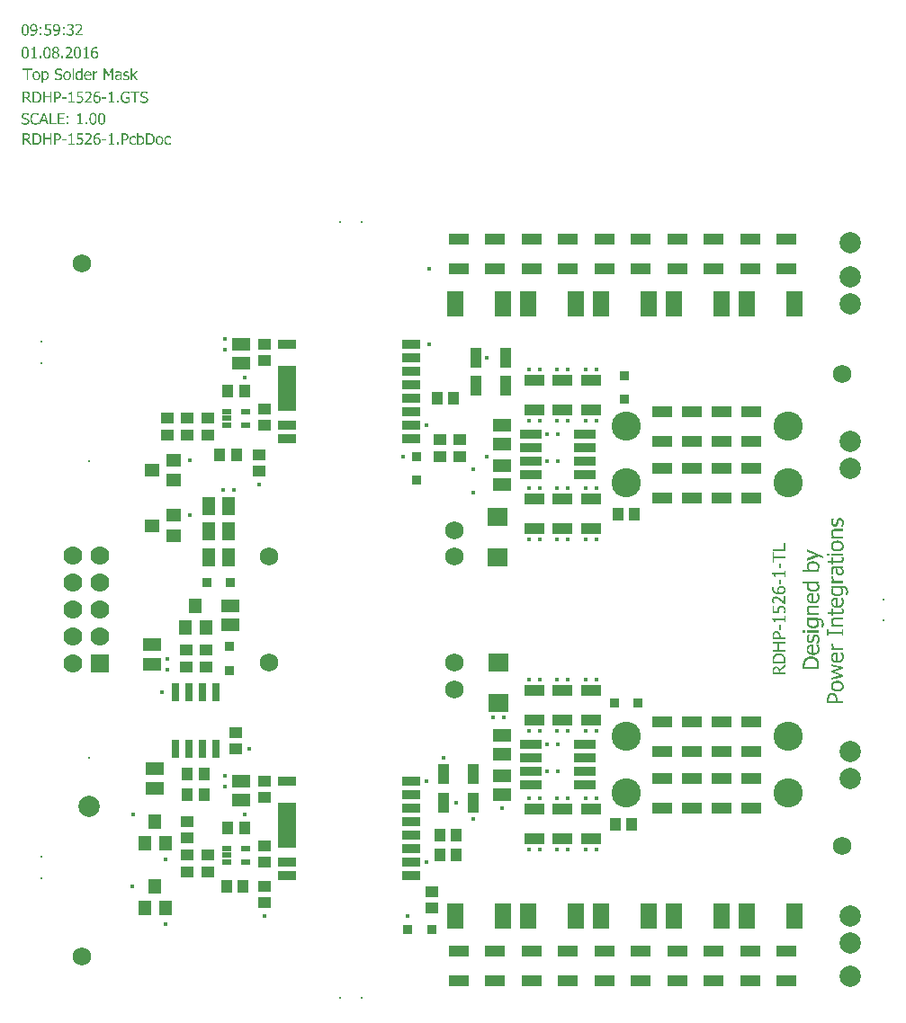
<source format=gts>
G04 Layer_Color=10401745*
%FSTAX25Y25*%
%MOIN*%
G70*
G01*
G75*
%ADD47R,0.06784X0.03398*%
%ADD48R,0.06784X0.16784*%
%ADD49R,0.04800X0.03900*%
%ADD50R,0.03900X0.04800*%
%ADD51R,0.04400X0.07500*%
%ADD52R,0.07500X0.04400*%
%ADD53R,0.06800X0.04800*%
%ADD54R,0.04800X0.06800*%
%ADD55R,0.03200X0.03200*%
%ADD56R,0.06300X0.09500*%
%ADD57R,0.07300X0.06500*%
%ADD58R,0.03200X0.03200*%
%ADD59R,0.05500X0.04700*%
%ADD60R,0.04700X0.05500*%
%ADD61R,0.03359X0.02375*%
%ADD62R,0.03162X0.06902*%
%ADD63R,0.07900X0.03400*%
%ADD64C,0.07874*%
%ADD65C,0.06800*%
%ADD66C,0.10800*%
%ADD67C,0.00800*%
%ADD68C,0.07000*%
%ADD69R,0.07000X0.07000*%
%ADD70C,0.07887*%
%ADD71C,0.01600*%
G36*
X0799921Y0575666D02*
X0797165D01*
X0797072Y0575657D01*
X079698Y0575647D01*
X0796776Y0575629D01*
X0796767D01*
X079673Y057562D01*
X0796684D01*
X0796619Y0575601D01*
X0796471Y0575573D01*
X0796406Y0575546D01*
X0796342Y0575518D01*
X0796332D01*
X0796314Y0575499D01*
X0796277Y0575481D01*
X079624Y0575453D01*
X0796157Y057537D01*
X0796082Y0575259D01*
Y0575249D01*
X0796073Y0575231D01*
X0796055Y0575194D01*
X0796036Y0575139D01*
X0796027Y0575074D01*
X0796008Y0575D01*
X0795999Y0574907D01*
Y0574805D01*
Y0574796D01*
Y0574759D01*
X0796008Y0574694D01*
X0796018Y057462D01*
X0796036Y0574537D01*
X0796064Y0574436D01*
X0796101Y0574325D01*
X0796157Y0574214D01*
X0796166Y0574204D01*
X0796184Y0574167D01*
X0796212Y0574102D01*
X0796258Y0574028D01*
X0796314Y0573945D01*
X0796388Y0573843D01*
X0796462Y0573742D01*
X0796554Y0573631D01*
X0799921D01*
Y0572872D01*
X0795407D01*
Y0573631D01*
X0795907D01*
X0795897Y0573649D01*
X079586Y0573686D01*
X0795805Y0573751D01*
X0795731Y0573843D01*
X0795657Y0573936D01*
X0795583Y0574056D01*
X0795509Y0574177D01*
X0795444Y0574297D01*
X0795435Y0574315D01*
X0795416Y0574352D01*
X0795389Y0574426D01*
X0795361Y0574509D01*
X0795333Y0574611D01*
X0795305Y0574731D01*
X0795287Y0574861D01*
X0795278Y0575D01*
Y0575009D01*
Y0575028D01*
Y0575065D01*
X0795287Y0575111D01*
Y0575166D01*
X0795296Y0575231D01*
X0795333Y0575379D01*
X0795389Y0575546D01*
X0795463Y0575721D01*
X0795574Y0575888D01*
X0795648Y0575971D01*
X0795722Y0576045D01*
X0795731D01*
X079574Y0576063D01*
X0795768Y0576082D01*
X0795805Y05761D01*
X0795851Y0576137D01*
X0795907Y0576165D01*
X0795971Y0576202D01*
X0796045Y0576239D01*
X0796129Y0576267D01*
X0796221Y0576304D01*
X0796323Y0576341D01*
X0796443Y0576369D01*
X0796563Y0576387D01*
X0796693Y0576406D01*
X0796841Y0576424D01*
X0799921D01*
Y0575666D01*
D02*
G37*
G36*
X0798728Y0580467D02*
X0798793Y0580457D01*
X0798885Y0580448D01*
X0798978Y058043D01*
X079907Y0580393D01*
X0799172Y0580356D01*
X0799181Y0580346D01*
X0799218Y0580337D01*
X0799264Y0580309D01*
X079932Y0580272D01*
X0799394Y0580226D01*
X0799468Y058017D01*
X0799542Y0580096D01*
X0799616Y0580022D01*
X0799625Y0580013D01*
X0799653Y0579976D01*
X079969Y057993D01*
X0799727Y0579856D01*
X0799783Y0579782D01*
X0799829Y057968D01*
X0799875Y0579578D01*
X0799921Y0579467D01*
Y0579458D01*
X079994Y0579412D01*
X0799949Y0579347D01*
X0799967Y0579255D01*
X0799986Y0579153D01*
X0800004Y0579024D01*
X0800014Y0578875D01*
X0800023Y0578709D01*
Y05787D01*
Y057869D01*
Y0578635D01*
X0800014Y0578543D01*
X0800004Y0578432D01*
X0799995Y0578302D01*
X0799967Y0578163D01*
X079994Y0578006D01*
X0799903Y0577858D01*
X0799894Y057784D01*
X0799884Y0577793D01*
X0799857Y0577719D01*
X0799829Y0577627D01*
X0799792Y0577525D01*
X0799746Y0577414D01*
X0799699Y0577312D01*
X0799653Y0577211D01*
X0798793D01*
Y0577247D01*
X0798811Y0577266D01*
X0798848Y0577312D01*
X0798904Y0577377D01*
X0798969Y0577469D01*
Y0577479D01*
X0798987Y0577497D01*
X0799006Y0577525D01*
X0799024Y0577562D01*
X0799052Y0577618D01*
X0799089Y0577673D01*
X0799163Y0577821D01*
Y057783D01*
X0799181Y0577858D01*
X07992Y0577895D01*
X0799218Y057795D01*
X0799246Y0578006D01*
X0799264Y057808D01*
X079932Y0578246D01*
Y0578256D01*
X0799329Y0578284D01*
X0799338Y057833D01*
X0799348Y0578395D01*
X0799366Y0578469D01*
X0799375Y0578552D01*
X0799385Y0578727D01*
Y0578737D01*
Y0578764D01*
Y0578801D01*
X0799375Y0578848D01*
Y0578903D01*
X0799366Y0578968D01*
X0799348Y0579116D01*
Y0579125D01*
X0799338Y0579153D01*
X0799329Y057919D01*
X079932Y0579227D01*
X0799283Y0579329D01*
X0799255Y0579375D01*
X0799237Y0579421D01*
Y057943D01*
X0799218Y057944D01*
X0799181Y0579495D01*
X0799117Y0579569D01*
X0799043Y0579625D01*
X0799033D01*
X0799024Y0579634D01*
X0798996Y0579643D01*
X0798959Y0579662D01*
X0798913Y0579671D01*
X0798867Y057968D01*
X0798728Y057969D01*
X0798682D01*
X0798635Y057968D01*
X0798571Y0579671D01*
X0798506Y0579653D01*
X0798432Y0579625D01*
X0798367Y0579588D01*
X0798312Y0579541D01*
X0798303Y0579532D01*
X0798284Y0579514D01*
X0798266Y0579477D01*
X0798229Y0579421D01*
X0798191Y0579347D01*
X0798154Y0579264D01*
X0798117Y0579153D01*
X079808Y0579024D01*
Y0579014D01*
X0798071Y0578996D01*
X0798062Y0578968D01*
X0798053Y0578922D01*
X0798043Y0578866D01*
X0798025Y0578801D01*
X0798016Y0578727D01*
X0797997Y0578644D01*
Y0578635D01*
X0797988Y0578607D01*
X0797979Y0578561D01*
X0797969Y0578506D01*
X0797951Y0578441D01*
X0797932Y0578367D01*
X0797895Y0578209D01*
Y05782D01*
X0797886Y0578191D01*
X0797877Y0578163D01*
X0797868Y0578126D01*
X0797831Y0578034D01*
X0797785Y0577923D01*
X079772Y0577803D01*
X0797637Y0577673D01*
X0797544Y0577562D01*
X0797433Y057746D01*
X0797414Y0577451D01*
X0797377Y0577423D01*
X0797313Y0577386D01*
X079722Y0577349D01*
X0797109Y0577303D01*
X079698Y0577266D01*
X0796832Y0577238D01*
X0796674Y0577229D01*
X0796619D01*
X0796573Y0577238D01*
X0796517Y0577247D01*
X0796462Y0577257D01*
X0796323Y0577284D01*
X0796166Y057734D01*
X0795999Y0577423D01*
X0795916Y0577469D01*
X0795833Y0577534D01*
X0795759Y0577599D01*
X0795685Y0577682D01*
X0795676Y0577692D01*
X0795666Y0577701D01*
X0795648Y0577729D01*
X079562Y0577766D01*
X0795592Y0577812D01*
X0795565Y0577867D01*
X0795528Y0577932D01*
X0795491Y0578006D01*
X0795416Y0578182D01*
X0795361Y0578395D01*
X0795315Y0578635D01*
X0795296Y0578912D01*
Y0578931D01*
Y0578977D01*
X0795305Y0579051D01*
Y0579144D01*
X0795324Y0579255D01*
X0795342Y0579384D01*
X0795361Y0579523D01*
X0795398Y0579662D01*
Y057968D01*
X0795416Y0579727D01*
X0795435Y0579801D01*
X0795463Y0579893D01*
X0795491Y0579995D01*
X0795537Y0580096D01*
X0795583Y0580207D01*
X0795629Y0580309D01*
X0796434D01*
Y0580263D01*
X0796425Y0580254D01*
X0796397Y0580217D01*
X0796351Y0580152D01*
X0796305Y0580078D01*
X079624Y0579976D01*
X0796184Y0579865D01*
X0796129Y0579745D01*
X0796073Y0579615D01*
X0796064Y0579597D01*
X0796055Y0579551D01*
X0796027Y0579486D01*
X0795999Y0579393D01*
X0795981Y0579292D01*
X0795953Y0579172D01*
X0795944Y0579042D01*
X0795934Y0578903D01*
Y0578885D01*
Y0578838D01*
X0795944Y0578774D01*
X0795953Y0578681D01*
X0795971Y057858D01*
X0796008Y0578478D01*
X0796045Y0578367D01*
X0796101Y0578265D01*
X079611Y0578256D01*
X0796129Y0578228D01*
X0796166Y0578182D01*
X0796221Y0578145D01*
X0796286Y0578098D01*
X0796369Y0578052D01*
X0796462Y0578024D01*
X0796573Y0578015D01*
X0796619D01*
X0796674Y0578024D01*
X079673Y0578034D01*
X0796804Y0578052D01*
X0796869Y057808D01*
X0796943Y0578117D01*
X0796998Y0578163D01*
X0797008Y0578172D01*
X0797017Y0578191D01*
X0797045Y0578228D01*
X0797082Y0578284D01*
X0797119Y0578348D01*
X0797156Y0578432D01*
X0797192Y0578524D01*
X0797229Y0578644D01*
Y0578653D01*
X0797239Y0578672D01*
Y0578709D01*
X0797257Y0578755D01*
X0797266Y0578811D01*
X0797276Y0578875D01*
X0797313Y0579024D01*
Y0579033D01*
X0797322Y0579061D01*
X0797331Y0579107D01*
X079734Y0579162D01*
X0797359Y0579227D01*
X0797377Y0579301D01*
X0797414Y0579467D01*
Y0579477D01*
X0797424Y0579486D01*
Y0579514D01*
X0797433Y0579551D01*
X079747Y0579643D01*
X0797507Y0579745D01*
X0797572Y0579875D01*
X0797637Y0579995D01*
X0797729Y0580115D01*
X0797831Y0580217D01*
X079784Y0580226D01*
X0797886Y0580254D01*
X0797951Y05803D01*
X0798034Y0580346D01*
X0798145Y0580393D01*
X0798284Y0580439D01*
X0798441Y0580467D01*
X0798617Y0580476D01*
X0798663D01*
X0798728Y0580467D01*
D02*
G37*
G36*
X0788063Y0529132D02*
X0788137D01*
X078822Y0529123D01*
X0788313Y0529114D01*
X0788414Y0529105D01*
X0788646Y0529058D01*
X0788896Y0529003D01*
X0789155Y052892D01*
X0789414Y0528808D01*
X0789423D01*
X0789441Y052879D01*
X0789478Y0528771D01*
X0789525Y0528744D01*
X078958Y0528716D01*
X0789645Y052867D01*
X0789784Y0528568D01*
X078995Y0528448D01*
X0790126Y0528291D01*
X0790292Y0528115D01*
X079044Y0527911D01*
Y0527902D01*
X0790449Y0527893D01*
X0790468Y0527865D01*
X0790486Y0527837D01*
X0790542Y0527745D01*
X0790597Y0527625D01*
X0790662Y0527486D01*
X0790727Y0527328D01*
X0790782Y0527162D01*
X0790829Y0526986D01*
Y0526977D01*
Y0526968D01*
X0790838Y052694D01*
X0790847Y0526903D01*
Y0526857D01*
X0790857Y0526801D01*
X0790875Y0526662D01*
X0790894Y0526487D01*
X0790903Y0526283D01*
X0790921Y0526043D01*
Y0525784D01*
Y0524405D01*
X07849D01*
Y0525765D01*
Y0525774D01*
Y0525802D01*
Y0525848D01*
Y0525904D01*
Y0525978D01*
X0784909Y0526061D01*
X0784918Y0526256D01*
X0784927Y0526468D01*
X0784955Y052669D01*
X0784983Y0526903D01*
X0785029Y0527097D01*
Y0527107D01*
X0785038Y0527116D01*
Y0527143D01*
X0785057Y052718D01*
X0785085Y0527264D01*
X0785122Y0527384D01*
X0785168Y0527514D01*
X0785232Y0527652D01*
X0785297Y0527791D01*
X0785381Y052792D01*
Y052793D01*
X0785399Y0527948D01*
X0785418Y0527976D01*
X0785455Y0528013D01*
X0785538Y0528124D01*
X0785658Y0528254D01*
X0785806Y0528392D01*
X0785982Y0528549D01*
X0786176Y0528688D01*
X0786407Y0528818D01*
X0786417D01*
X0786435Y0528836D01*
X0786472Y0528846D01*
X0786518Y0528873D01*
X0786583Y0528892D01*
X0786657Y052892D01*
X078674Y0528947D01*
X0786833Y0528984D01*
X0786935Y0529012D01*
X0787055Y052904D01*
X0787175Y0529068D01*
X0787314Y0529095D01*
X0787601Y0529132D01*
X0787924Y0529142D01*
X0788007D01*
X0788063Y0529132D01*
D02*
G37*
G36*
X0794649Y0566453D02*
X0793862D01*
Y0567322D01*
X0794649D01*
Y0566453D01*
D02*
G37*
G36*
X0799921Y0566499D02*
X0795407D01*
Y0567257D01*
X0799921D01*
Y0566499D01*
D02*
G37*
G36*
X0797858Y0572086D02*
X079796Y0572077D01*
X0798062Y0572067D01*
X0798191Y0572049D01*
X0798321Y057203D01*
X0798598Y0571956D01*
X0798746Y0571919D01*
X0798895Y0571864D01*
X0799043Y0571799D01*
X0799181Y0571725D01*
X0799311Y0571642D01*
X0799431Y057154D01*
X079944Y0571531D01*
X0799459Y0571513D01*
X0799486Y0571485D01*
X0799523Y0571439D01*
X0799579Y0571383D01*
X0799625Y0571318D01*
X0799681Y0571244D01*
X0799736Y0571152D01*
X0799801Y057105D01*
X0799857Y0570948D01*
X0799903Y0570828D01*
X0799949Y0570689D01*
X0799995Y057055D01*
X0800023Y0570402D01*
X0800041Y0570245D01*
X0800051Y0570079D01*
Y057007D01*
Y0570042D01*
Y0569986D01*
X0800041Y0569921D01*
X0800032Y0569847D01*
X0800014Y0569755D01*
X0799995Y0569653D01*
X0799967Y0569542D01*
X079994Y0569422D01*
X0799894Y0569302D01*
X0799847Y0569181D01*
X0799783Y0569061D01*
X0799709Y0568932D01*
X0799625Y0568821D01*
X0799523Y0568701D01*
X0799412Y0568599D01*
X0799403Y0568589D01*
X0799385Y056858D01*
X0799348Y0568552D01*
X0799292Y0568515D01*
X0799228Y0568478D01*
X0799154Y0568432D01*
X0799061Y0568377D01*
X0798959Y056833D01*
X0798839Y0568284D01*
X0798709Y0568229D01*
X0798561Y0568183D01*
X0798414Y0568146D01*
X0798247Y0568109D01*
X0798062Y056809D01*
X0797877Y0568072D01*
X0797674Y0568062D01*
X0797563D01*
X0797488Y0568072D01*
X0797387Y0568081D01*
X0797276Y056809D01*
X0797156Y0568109D01*
X0797026Y0568136D01*
X0796739Y0568201D01*
X0796591Y0568247D01*
X0796443Y0568294D01*
X0796305Y0568358D01*
X0796166Y0568432D01*
X0796027Y0568515D01*
X0795907Y0568617D01*
X0795897Y0568626D01*
X0795879Y0568645D01*
X0795851Y0568673D01*
X0795805Y0568719D01*
X0795759Y0568775D01*
X0795703Y0568839D01*
X0795648Y0568923D01*
X0795592Y0569006D01*
X0795537Y0569107D01*
X0795472Y0569218D01*
X0795426Y0569339D01*
X0795379Y0569468D01*
X0795333Y0569607D01*
X0795305Y0569755D01*
X0795287Y0569912D01*
X0795278Y0570079D01*
Y0570088D01*
Y0570116D01*
Y0570171D01*
X0795287Y0570227D01*
X0795296Y057031D01*
X0795315Y0570393D01*
X0795333Y0570495D01*
X0795352Y0570606D01*
X0795435Y0570837D01*
X0795481Y0570958D01*
X0795546Y0571078D01*
X0795611Y0571207D01*
X0795703Y0571318D01*
X0795796Y0571439D01*
X0795907Y057154D01*
X0795916Y057155D01*
X0795934Y0571568D01*
X0795971Y0571596D01*
X0796027Y0571624D01*
X0796082Y057167D01*
X0796166Y0571716D01*
X0796258Y0571762D01*
X079636Y0571818D01*
X079648Y0571873D01*
X079661Y0571919D01*
X0796758Y0571966D01*
X0796915Y0572012D01*
X0797091Y057204D01*
X0797266Y0572067D01*
X079747Y0572086D01*
X0797674Y0572095D01*
X0797785D01*
X0797858Y0572086D01*
D02*
G37*
G36*
X0790921Y0538022D02*
X0786407D01*
Y053878D01*
X0790921D01*
Y0538022D01*
D02*
G37*
G36*
X0790597Y0543377D02*
X079069Y0543368D01*
X0790801Y0543359D01*
X0790921Y054334D01*
X0791051Y0543322D01*
X0791319Y0543266D01*
X0791597Y0543174D01*
X0791735Y0543118D01*
X0791865Y0543044D01*
X0791976Y054297D01*
X0792087Y0542878D01*
X0792096Y0542869D01*
X0792114Y054285D01*
X0792133Y0542822D01*
X079217Y0542785D01*
X0792216Y054273D01*
X0792263Y0542665D01*
X0792309Y0542591D01*
X0792355Y0542498D01*
X0792411Y0542397D01*
X0792457Y0542286D01*
X0792503Y0542156D01*
X0792549Y0542018D01*
X0792586Y0541869D01*
X0792605Y0541703D01*
X0792623Y0541527D01*
X0792632Y0541342D01*
Y0541324D01*
Y0541287D01*
Y0541222D01*
X0792623Y0541129D01*
Y0541028D01*
X0792605Y0540917D01*
X0792577Y0540658D01*
Y0540639D01*
X0792568Y0540602D01*
X0792559Y0540538D01*
X079254Y0540454D01*
X0792512Y0540352D01*
X0792494Y0540241D01*
X0792429Y054002D01*
X0791643D01*
Y0540057D01*
X0791652Y0540075D01*
X0791661Y0540112D01*
X0791689Y0540186D01*
X0791726Y0540278D01*
Y0540288D01*
X0791735Y0540306D01*
X0791745Y0540334D01*
X0791763Y054038D01*
X0791791Y0540491D01*
X0791828Y0540621D01*
Y054063D01*
X0791837Y0540658D01*
X0791846Y0540695D01*
X0791856Y054075D01*
X0791883Y0540871D01*
X0791911Y0541009D01*
Y0541018D01*
X079192Y0541046D01*
Y0541083D01*
X079193Y0541129D01*
X0791939Y0541185D01*
Y0541259D01*
X0791948Y0541407D01*
Y0541426D01*
Y0541463D01*
X0791939Y0541527D01*
Y054161D01*
X079192Y0541703D01*
X0791902Y0541805D01*
X0791883Y0541906D01*
X0791846Y0541999D01*
Y0542008D01*
X0791828Y0542036D01*
X0791809Y0542082D01*
X0791782Y0542138D01*
X0791698Y0542267D01*
X0791652Y0542332D01*
X0791597Y0542387D01*
X0791587Y0542397D01*
X0791569Y0542406D01*
X0791532Y0542434D01*
X0791486Y0542461D01*
X079143Y0542489D01*
X0791365Y0542517D01*
X0791208Y0542572D01*
X0791199D01*
X0791171Y0542582D01*
X0791125Y0542591D01*
X0791069Y05426D01*
X0790995Y054261D01*
X0790912Y0542619D01*
X0790727Y0542628D01*
X0790329D01*
X0790339Y0542619D01*
X0790376Y0542572D01*
X0790422Y0542517D01*
X0790477Y0542434D01*
X0790542Y0542341D01*
X0790607Y054224D01*
X0790672Y0542129D01*
X0790727Y0542018D01*
X0790736Y0542008D01*
X0790746Y0541962D01*
X0790764Y0541897D01*
X0790782Y0541814D01*
X079081Y0541703D01*
X0790829Y0541583D01*
X0790838Y0541435D01*
X0790847Y0541278D01*
Y0541268D01*
Y0541241D01*
Y0541203D01*
X0790838Y0541148D01*
X0790829Y0541083D01*
X079082Y0541009D01*
X0790773Y0540834D01*
X0790709Y054063D01*
X0790662Y0540528D01*
X0790607Y0540426D01*
X0790542Y0540325D01*
X0790459Y0540223D01*
X0790376Y0540131D01*
X0790274Y0540038D01*
X0790265Y0540029D01*
X0790246Y054002D01*
X0790209Y0540001D01*
X0790163Y0539964D01*
X0790107Y0539936D01*
X0790033Y0539899D01*
X078995Y0539853D01*
X0789848Y0539816D01*
X0789747Y053977D01*
X0789617Y0539733D01*
X0789488Y0539686D01*
X0789339Y0539659D01*
X0789173Y0539631D01*
X0789007Y0539603D01*
X0788822Y0539594D01*
X0788627Y0539585D01*
X0788535D01*
X0788424Y0539594D01*
X0788294Y0539603D01*
X0788137Y0539622D01*
X0787971Y0539649D01*
X0787795Y0539686D01*
X0787628Y0539742D01*
X0787619D01*
X078761Y0539751D01*
X0787554Y053977D01*
X0787471Y0539807D01*
X0787369Y0539853D01*
X0787258Y0539918D01*
X0787129Y0539992D01*
X0787009Y0540075D01*
X0786888Y0540168D01*
X0786879Y0540177D01*
X0786842Y0540214D01*
X0786787Y0540269D01*
X0786722Y0540334D01*
X0786657Y0540426D01*
X0786583Y0540528D01*
X0786509Y0540639D01*
X0786444Y0540769D01*
X0786435Y0540787D01*
X0786417Y0540834D01*
X0786389Y0540898D01*
X0786361Y0540991D01*
X0786333Y0541102D01*
X0786306Y0541222D01*
X0786287Y0541352D01*
X0786278Y054149D01*
Y0541509D01*
Y0541555D01*
Y054162D01*
X0786287Y0541703D01*
X0786296Y0541795D01*
X0786315Y0541897D01*
X0786333Y0541999D01*
X0786361Y0542101D01*
Y054211D01*
X078638Y0542147D01*
X0786398Y0542193D01*
X0786426Y0542267D01*
X0786453Y0542341D01*
X07865Y0542434D01*
X0786602Y0542628D01*
X0786407Y0542665D01*
Y0543387D01*
X0790523D01*
X0790597Y0543377D01*
D02*
G37*
G36*
X0790921Y0547271D02*
X0788165D01*
X0788072Y0547262D01*
X078798Y0547253D01*
X0787776Y0547234D01*
X0787767D01*
X078773Y0547225D01*
X0787684D01*
X0787619Y0547207D01*
X0787471Y0547179D01*
X0787406Y0547151D01*
X0787342Y0547123D01*
X0787332D01*
X0787314Y0547105D01*
X0787277Y0547086D01*
X078724Y0547059D01*
X0787156Y0546976D01*
X0787082Y0546865D01*
Y0546855D01*
X0787073Y0546837D01*
X0787055Y05468D01*
X0787036Y0546744D01*
X0787027Y0546679D01*
X0787009Y0546605D01*
X0786999Y0546513D01*
Y0546411D01*
Y0546402D01*
Y0546365D01*
X0787009Y05463D01*
X0787018Y0546226D01*
X0787036Y0546143D01*
X0787064Y0546041D01*
X0787101Y054593D01*
X0787156Y0545819D01*
X0787166Y054581D01*
X0787184Y0545773D01*
X0787212Y0545708D01*
X0787258Y0545634D01*
X0787314Y0545551D01*
X0787388Y0545449D01*
X0787462Y0545347D01*
X0787554Y0545236D01*
X0790921D01*
Y0544478D01*
X0786407D01*
Y0545236D01*
X0786907D01*
X0786898Y0545255D01*
X0786861Y0545292D01*
X0786805Y0545357D01*
X0786731Y0545449D01*
X0786657Y0545542D01*
X0786583Y0545662D01*
X0786509Y0545782D01*
X0786444Y0545902D01*
X0786435Y0545921D01*
X0786417Y0545958D01*
X0786389Y0546032D01*
X0786361Y0546115D01*
X0786333Y0546217D01*
X0786306Y0546337D01*
X0786287Y0546467D01*
X0786278Y0546605D01*
Y0546615D01*
Y0546633D01*
Y054667D01*
X0786287Y0546716D01*
Y0546772D01*
X0786296Y0546837D01*
X0786333Y0546985D01*
X0786389Y0547151D01*
X0786463Y0547327D01*
X0786574Y0547494D01*
X0786648Y0547577D01*
X0786722Y0547651D01*
X0786731D01*
X078674Y0547669D01*
X0786768Y0547688D01*
X0786805Y0547706D01*
X0786851Y0547743D01*
X0786907Y0547771D01*
X0786972Y0547808D01*
X0787046Y0547845D01*
X0787129Y0547873D01*
X0787221Y054791D01*
X0787323Y0547947D01*
X0787443Y0547974D01*
X0787564Y0547993D01*
X0787693Y0548011D01*
X0787841Y054803D01*
X0790921D01*
Y0547271D01*
D02*
G37*
G36*
X0788738Y0530409D02*
X0788812D01*
X0788868Y0530418D01*
X0788933D01*
X0789016Y0530427D01*
X0789192Y0530455D01*
X0789386Y0530501D01*
X0789589Y0530575D01*
X0789774Y0530668D01*
X078995Y0530797D01*
Y0530806D01*
X0789968Y0530816D01*
X0790015Y0530871D01*
X079008Y0530964D01*
X0790154Y0531084D01*
X0790228Y0531241D01*
X0790292Y0531426D01*
X0790339Y0531648D01*
X0790348Y0531769D01*
X0790357Y0531898D01*
Y0531907D01*
Y0531944D01*
Y053199D01*
X0790348Y0532055D01*
Y0532129D01*
X0790329Y0532212D01*
X0790302Y0532388D01*
Y0532398D01*
X0790292Y0532435D01*
X0790283Y0532481D01*
X0790265Y0532536D01*
X0790218Y0532684D01*
X0790163Y0532832D01*
Y0532841D01*
X0790144Y0532869D01*
X0790126Y0532906D01*
X0790107Y0532952D01*
X0790052Y0533064D01*
X0789987Y0533175D01*
Y0533184D01*
X0789968Y0533202D01*
X0789931Y0533258D01*
X0789876Y0533341D01*
X0789811Y0533415D01*
Y0533461D01*
X0790644D01*
Y0533452D01*
X0790653Y0533433D01*
X0790662Y0533406D01*
X0790681Y0533369D01*
X0790699Y0533313D01*
X0790727Y0533258D01*
X0790782Y0533119D01*
Y053311D01*
X0790792Y0533082D01*
X079081Y0533045D01*
X0790829Y0532999D01*
X0790866Y0532888D01*
X0790903Y0532767D01*
Y0532758D01*
X0790912Y053273D01*
X0790921Y0532684D01*
X0790931Y0532638D01*
X0790958Y0532499D01*
X0790986Y0532361D01*
Y0532351D01*
X0790995Y0532333D01*
Y0532287D01*
X0791005Y053224D01*
X0791014Y0532175D01*
Y0532092D01*
X0791023Y0532009D01*
Y0531907D01*
Y0531898D01*
Y0531861D01*
Y0531806D01*
X0791014Y0531732D01*
X0791005Y0531639D01*
X0790995Y0531537D01*
X0790977Y0531417D01*
X0790949Y0531297D01*
X0790875Y0531029D01*
X0790829Y053089D01*
X0790773Y0530751D01*
X0790699Y0530612D01*
X0790616Y0530474D01*
X0790523Y0530353D01*
X0790422Y0530233D01*
X0790413Y0530224D01*
X0790394Y0530205D01*
X0790357Y0530177D01*
X0790311Y053014D01*
X0790246Y0530094D01*
X0790172Y0530048D01*
X079008Y0529992D01*
X0789978Y0529937D01*
X0789857Y0529881D01*
X0789728Y0529826D01*
X0789589Y052978D01*
X0789432Y0529734D01*
X0789265Y0529697D01*
X078909Y0529669D01*
X0788896Y052965D01*
X0788692Y0529641D01*
X078859D01*
X0788507Y052965D01*
X0788414Y052966D01*
X0788313Y0529669D01*
X0788193Y0529687D01*
X0788063Y0529715D01*
X0787776Y052978D01*
X0787628Y0529826D01*
X078749Y0529881D01*
X0787342Y0529946D01*
X0787203Y0530029D01*
X0787064Y0530113D01*
X0786935Y0530215D01*
X0786925Y0530224D01*
X0786907Y0530242D01*
X078687Y0530279D01*
X0786833Y0530316D01*
X0786787Y0530381D01*
X0786731Y0530446D01*
X0786666Y0530529D01*
X0786602Y0530621D01*
X0786546Y0530723D01*
X0786481Y0530843D01*
X0786426Y0530964D01*
X078638Y0531103D01*
X0786343Y0531241D01*
X0786306Y0531398D01*
X0786287Y0531565D01*
X0786278Y0531732D01*
Y0531741D01*
Y053175D01*
Y0531806D01*
X0786287Y053188D01*
X0786296Y0531981D01*
X0786306Y0532092D01*
X0786333Y0532222D01*
X0786361Y0532351D01*
X0786407Y0532472D01*
X0786417Y053249D01*
X0786426Y0532527D01*
X0786463Y0532583D01*
X07865Y0532666D01*
X0786555Y0532749D01*
X078662Y0532851D01*
X0786694Y0532943D01*
X0786787Y0533036D01*
X0786796Y0533045D01*
X0786833Y0533073D01*
X0786888Y0533119D01*
X0786962Y0533175D01*
X0787055Y0533239D01*
X0787156Y0533304D01*
X0787286Y0533359D01*
X0787416Y0533415D01*
X0787434Y0533424D01*
X078748Y0533433D01*
X0787564Y0533452D01*
X0787665Y053348D01*
X0787804Y0533507D01*
X0787961Y0533526D01*
X0788137Y0533535D01*
X0788331Y0533544D01*
X0788738D01*
Y0530409D01*
D02*
G37*
G36*
X0789728Y0537291D02*
X0789793Y0537282D01*
X0789885Y0537272D01*
X0789978Y0537254D01*
X079007Y0537217D01*
X0790172Y053718D01*
X0790181Y0537171D01*
X0790218Y0537161D01*
X0790265Y0537134D01*
X079032Y0537097D01*
X0790394Y053705D01*
X0790468Y0536995D01*
X0790542Y0536921D01*
X0790616Y0536847D01*
X0790625Y0536837D01*
X0790653Y05368D01*
X079069Y0536754D01*
X0790727Y053668D01*
X0790782Y0536606D01*
X0790829Y0536505D01*
X0790875Y0536403D01*
X0790921Y0536292D01*
Y0536282D01*
X079094Y0536236D01*
X0790949Y0536171D01*
X0790968Y0536079D01*
X0790986Y0535977D01*
X0791005Y0535848D01*
X0791014Y05357D01*
X0791023Y0535533D01*
Y0535524D01*
Y0535515D01*
Y0535459D01*
X0791014Y0535367D01*
X0791005Y0535256D01*
X0790995Y0535126D01*
X0790968Y0534987D01*
X079094Y053483D01*
X0790903Y0534682D01*
X0790894Y0534664D01*
X0790884Y0534618D01*
X0790857Y0534544D01*
X0790829Y0534451D01*
X0790792Y0534349D01*
X0790746Y0534238D01*
X0790699Y0534136D01*
X0790653Y0534035D01*
X0789793D01*
Y0534072D01*
X0789811Y053409D01*
X0789848Y0534136D01*
X0789904Y0534201D01*
X0789968Y0534294D01*
Y0534303D01*
X0789987Y0534321D01*
X0790006Y0534349D01*
X0790024Y0534386D01*
X0790052Y0534442D01*
X0790089Y0534497D01*
X0790163Y0534645D01*
Y0534655D01*
X0790181Y0534682D01*
X07902Y0534719D01*
X0790218Y0534775D01*
X0790246Y053483D01*
X0790265Y0534904D01*
X079032Y0535071D01*
Y053508D01*
X0790329Y0535108D01*
X0790339Y0535154D01*
X0790348Y0535219D01*
X0790366Y0535293D01*
X0790376Y0535376D01*
X0790385Y0535552D01*
Y0535561D01*
Y0535589D01*
Y0535626D01*
X0790376Y0535672D01*
Y0535728D01*
X0790366Y0535792D01*
X0790348Y053594D01*
Y053595D01*
X0790339Y0535977D01*
X0790329Y0536014D01*
X079032Y0536051D01*
X0790283Y0536153D01*
X0790255Y0536199D01*
X0790237Y0536245D01*
Y0536255D01*
X0790218Y0536264D01*
X0790181Y0536319D01*
X0790117Y0536393D01*
X0790043Y0536449D01*
X0790033D01*
X0790024Y0536458D01*
X0789996Y0536468D01*
X0789959Y0536486D01*
X0789913Y0536495D01*
X0789867Y0536505D01*
X0789728Y0536514D01*
X0789682D01*
X0789636Y0536505D01*
X0789571Y0536495D01*
X0789506Y0536477D01*
X0789432Y0536449D01*
X0789367Y0536412D01*
X0789312Y0536366D01*
X0789302Y0536356D01*
X0789284Y0536338D01*
X0789265Y0536301D01*
X0789228Y0536245D01*
X0789192Y0536171D01*
X0789155Y0536088D01*
X0789118Y0535977D01*
X0789081Y0535848D01*
Y0535839D01*
X0789071Y053582D01*
X0789062Y0535792D01*
X0789053Y0535746D01*
X0789044Y053569D01*
X0789025Y0535626D01*
X0789016Y0535552D01*
X0788997Y0535468D01*
Y0535459D01*
X0788988Y0535431D01*
X0788979Y0535385D01*
X078897Y053533D01*
X0788951Y0535265D01*
X0788933Y0535191D01*
X0788896Y0535034D01*
Y0535024D01*
X0788886Y0535015D01*
X0788877Y0534987D01*
X0788868Y053495D01*
X0788831Y0534858D01*
X0788785Y0534747D01*
X078872Y0534627D01*
X0788636Y0534497D01*
X0788544Y0534386D01*
X0788433Y0534284D01*
X0788414Y0534275D01*
X0788378Y0534247D01*
X0788313Y053421D01*
X078822Y0534173D01*
X0788109Y0534127D01*
X078798Y053409D01*
X0787832Y0534062D01*
X0787675Y0534053D01*
X0787619D01*
X0787573Y0534062D01*
X0787517Y0534072D01*
X0787462Y0534081D01*
X0787323Y0534109D01*
X0787166Y0534164D01*
X0786999Y0534247D01*
X0786916Y0534294D01*
X0786833Y0534359D01*
X0786759Y0534423D01*
X0786685Y0534507D01*
X0786676Y0534516D01*
X0786666Y0534525D01*
X0786648Y0534553D01*
X078662Y053459D01*
X0786592Y0534636D01*
X0786564Y0534691D01*
X0786527Y0534756D01*
X078649Y053483D01*
X0786417Y0535006D01*
X0786361Y0535219D01*
X0786315Y0535459D01*
X0786296Y0535737D01*
Y0535755D01*
Y0535802D01*
X0786306Y0535876D01*
Y0535968D01*
X0786324Y0536079D01*
X0786343Y0536208D01*
X0786361Y0536347D01*
X0786398Y0536486D01*
Y0536505D01*
X0786417Y0536551D01*
X0786435Y0536625D01*
X0786463Y0536717D01*
X078649Y0536819D01*
X0786537Y0536921D01*
X0786583Y0537032D01*
X0786629Y0537134D01*
X0787434D01*
Y0537087D01*
X0787425Y0537078D01*
X0787397Y0537041D01*
X0787351Y0536976D01*
X0787305Y0536902D01*
X078724Y05368D01*
X0787184Y053669D01*
X0787129Y0536569D01*
X0787073Y053644D01*
X0787064Y0536421D01*
X0787055Y0536375D01*
X0787027Y053631D01*
X0786999Y0536218D01*
X0786981Y0536116D01*
X0786953Y0535996D01*
X0786944Y0535866D01*
X0786935Y0535728D01*
Y0535709D01*
Y0535663D01*
X0786944Y0535598D01*
X0786953Y0535505D01*
X0786972Y0535404D01*
X0787009Y0535302D01*
X0787046Y0535191D01*
X0787101Y0535089D01*
X078711Y053508D01*
X0787129Y0535052D01*
X0787166Y0535006D01*
X0787221Y0534969D01*
X0787286Y0534923D01*
X0787369Y0534876D01*
X0787462Y0534849D01*
X0787573Y0534839D01*
X0787619D01*
X0787675Y0534849D01*
X078773Y0534858D01*
X0787804Y0534876D01*
X0787869Y0534904D01*
X0787943Y0534941D01*
X0787998Y0534987D01*
X0788007Y0534997D01*
X0788017Y0535015D01*
X0788045Y0535052D01*
X0788082Y0535108D01*
X0788119Y0535173D01*
X0788156Y0535256D01*
X0788193Y0535348D01*
X078823Y0535468D01*
Y0535478D01*
X0788239Y0535496D01*
Y0535533D01*
X0788257Y0535579D01*
X0788267Y0535635D01*
X0788276Y05357D01*
X0788313Y0535848D01*
Y0535857D01*
X0788322Y0535885D01*
X0788331Y0535931D01*
X0788341Y0535987D01*
X0788359Y0536051D01*
X0788378Y0536125D01*
X0788414Y0536292D01*
Y0536301D01*
X0788424Y053631D01*
Y0536338D01*
X0788433Y0536375D01*
X078847Y0536468D01*
X0788507Y0536569D01*
X0788572Y0536699D01*
X0788636Y0536819D01*
X0788729Y0536939D01*
X0788831Y0537041D01*
X078884Y053705D01*
X0788886Y0537078D01*
X0788951Y0537124D01*
X0789034Y0537171D01*
X0789145Y0537217D01*
X0789284Y0537263D01*
X0789441Y0537291D01*
X0789617Y05373D01*
X0789663D01*
X0789728Y0537291D01*
D02*
G37*
G36*
X0785649Y0537975D02*
X0784863D01*
Y0538845D01*
X0785649D01*
Y0537975D01*
D02*
G37*
G36*
X0799884Y0565916D02*
X0799894Y0565889D01*
X0799903Y0565842D01*
X0799912Y0565787D01*
X079993Y0565722D01*
X0799949Y0565648D01*
X0799977Y0565482D01*
Y0565472D01*
X0799986Y0565445D01*
Y0565408D01*
X0799995Y0565352D01*
X0800004Y0565223D01*
X0800014Y0565084D01*
Y0565074D01*
Y0565056D01*
Y0565028D01*
X0800004Y0564982D01*
Y0564926D01*
X0799995Y0564871D01*
X0799967Y0564732D01*
X079993Y0564575D01*
X0799866Y0564408D01*
X0799783Y0564251D01*
X0799662Y0564113D01*
X0799644Y0564094D01*
X0799598Y0564057D01*
X0799514Y0564002D01*
X0799394Y0563946D01*
X0799237Y0563881D01*
X0799043Y0563826D01*
X0798932Y0563798D01*
X079882Y0563789D01*
X0798691Y056377D01*
X0796045D01*
Y0563262D01*
X0795407D01*
Y056377D01*
X0794112D01*
Y0564529D01*
X0795407D01*
Y0565926D01*
X0796045D01*
Y0564529D01*
X0798561D01*
X0798645Y0564538D01*
X0798746D01*
X0798783Y0564547D01*
X079883Y0564557D01*
X0798941Y0564584D01*
X079907Y0564631D01*
X079908D01*
X0799089Y056464D01*
X0799144Y0564686D01*
X0799218Y0564751D01*
X0799283Y0564843D01*
Y0564853D01*
X0799292Y0564871D01*
X0799301Y0564908D01*
X0799311Y0564954D01*
X0799329Y0565019D01*
X0799338Y0565093D01*
X0799348Y0565176D01*
Y0565269D01*
Y0565278D01*
Y0565297D01*
Y0565334D01*
X0799338Y056538D01*
X079932Y05655D01*
X0799292Y056562D01*
Y0565629D01*
X0799283Y0565648D01*
X0799274Y0565685D01*
X0799255Y0565722D01*
X0799228Y0565805D01*
X07992Y0565879D01*
Y0565926D01*
X0799884D01*
Y0565916D01*
D02*
G37*
G36*
X0797738Y0527492D02*
X0797812D01*
X0797868Y0527501D01*
X0797932D01*
X0798016Y052751D01*
X0798191Y0527538D01*
X0798386Y0527584D01*
X0798589Y0527658D01*
X0798774Y0527751D01*
X079895Y052788D01*
Y0527889D01*
X0798969Y0527899D01*
X0799015Y0527954D01*
X079908Y0528047D01*
X0799154Y0528167D01*
X0799228Y0528324D01*
X0799292Y0528509D01*
X0799338Y0528731D01*
X0799348Y0528852D01*
X0799357Y0528981D01*
Y052899D01*
Y0529027D01*
Y0529073D01*
X0799348Y0529138D01*
Y0529212D01*
X0799329Y0529295D01*
X0799301Y0529471D01*
Y0529481D01*
X0799292Y0529518D01*
X0799283Y0529564D01*
X0799264Y0529619D01*
X0799218Y0529767D01*
X0799163Y0529915D01*
Y0529924D01*
X0799144Y0529952D01*
X0799126Y0529989D01*
X0799107Y0530035D01*
X0799052Y0530147D01*
X0798987Y0530258D01*
Y0530267D01*
X0798969Y0530285D01*
X0798932Y0530341D01*
X0798876Y0530424D01*
X0798811Y0530498D01*
Y0530544D01*
X0799644D01*
Y0530535D01*
X0799653Y0530516D01*
X0799662Y0530489D01*
X0799681Y0530452D01*
X0799699Y0530396D01*
X0799727Y0530341D01*
X0799783Y0530202D01*
Y0530193D01*
X0799792Y0530165D01*
X079981Y0530128D01*
X0799829Y0530082D01*
X0799866Y0529971D01*
X0799903Y052985D01*
Y0529841D01*
X0799912Y0529813D01*
X0799921Y0529767D01*
X079993Y0529721D01*
X0799958Y0529582D01*
X0799986Y0529444D01*
Y0529434D01*
X0799995Y0529416D01*
Y0529369D01*
X0800004Y0529323D01*
X0800014Y0529258D01*
Y0529175D01*
X0800023Y0529092D01*
Y052899D01*
Y0528981D01*
Y0528944D01*
Y0528889D01*
X0800014Y0528815D01*
X0800004Y0528722D01*
X0799995Y052862D01*
X0799977Y05285D01*
X0799949Y052838D01*
X0799875Y0528112D01*
X0799829Y0527973D01*
X0799773Y0527834D01*
X0799699Y0527695D01*
X0799616Y0527557D01*
X0799523Y0527436D01*
X0799422Y0527316D01*
X0799412Y0527307D01*
X0799394Y0527288D01*
X0799357Y052726D01*
X0799311Y0527223D01*
X0799246Y0527177D01*
X0799172Y0527131D01*
X079908Y0527075D01*
X0798978Y052702D01*
X0798857Y0526965D01*
X0798728Y0526909D01*
X0798589Y0526863D01*
X0798432Y0526817D01*
X0798266Y052678D01*
X079809Y0526752D01*
X0797895Y0526733D01*
X0797692Y0526724D01*
X079759D01*
X0797507Y0526733D01*
X0797414Y0526743D01*
X0797313Y0526752D01*
X0797192Y052677D01*
X0797063Y0526798D01*
X0796776Y0526863D01*
X0796628Y0526909D01*
X0796489Y0526965D01*
X0796342Y0527029D01*
X0796203Y0527112D01*
X0796064Y0527196D01*
X0795934Y0527297D01*
X0795925Y0527307D01*
X0795907Y0527325D01*
X079587Y0527362D01*
X0795833Y0527399D01*
X0795787Y0527464D01*
X0795731Y0527529D01*
X0795666Y0527612D01*
X0795602Y0527704D01*
X0795546Y0527806D01*
X0795481Y0527926D01*
X0795426Y0528047D01*
X0795379Y0528186D01*
X0795342Y0528324D01*
X0795305Y0528481D01*
X0795287Y0528648D01*
X0795278Y0528815D01*
Y0528824D01*
Y0528833D01*
Y0528889D01*
X0795287Y0528963D01*
X0795296Y0529064D01*
X0795305Y0529175D01*
X0795333Y0529305D01*
X0795361Y0529434D01*
X0795407Y0529555D01*
X0795416Y0529573D01*
X0795426Y052961D01*
X0795463Y0529666D01*
X07955Y0529749D01*
X0795555Y0529832D01*
X079562Y0529934D01*
X0795694Y0530026D01*
X0795787Y0530119D01*
X0795796Y0530128D01*
X0795833Y0530156D01*
X0795888Y0530202D01*
X0795962Y0530258D01*
X0796055Y0530322D01*
X0796157Y0530387D01*
X0796286Y0530442D01*
X0796416Y0530498D01*
X0796434Y0530507D01*
X079648Y0530516D01*
X0796563Y0530535D01*
X0796665Y0530563D01*
X0796804Y053059D01*
X0796961Y0530609D01*
X0797137Y0530618D01*
X0797331Y0530627D01*
X0797738D01*
Y0527492D01*
D02*
G37*
G36*
X0796231Y0533754D02*
Y0533736D01*
X0796221Y0533699D01*
X0796212Y0533643D01*
X0796203Y0533569D01*
Y0533551D01*
X0796194Y0533504D01*
Y0533439D01*
Y0533347D01*
Y0533338D01*
Y0533291D01*
X0796203Y0533236D01*
X0796212Y0533153D01*
X0796231Y053306D01*
X0796249Y0532949D01*
X0796286Y0532838D01*
X0796332Y0532727D01*
X0796342Y0532718D01*
X079636Y0532672D01*
X0796388Y0532616D01*
X0796434Y0532542D01*
X0796489Y053245D01*
X0796554Y0532357D01*
X0796637Y0532256D01*
X079673Y0532154D01*
X0799921D01*
Y0531395D01*
X0795407D01*
Y0532154D01*
X0796082D01*
Y0532163D01*
X0796064Y0532172D01*
X0796018Y0532228D01*
X0795953Y0532302D01*
X0795879Y0532404D01*
X0795796Y0532514D01*
X0795703Y0532635D01*
X0795629Y0532755D01*
X0795565Y0532875D01*
X0795555Y0532894D01*
X0795537Y0532931D01*
X0795518Y0532986D01*
X0795481Y053307D01*
X0795454Y0533162D01*
X0795435Y0533264D01*
X0795416Y0533375D01*
X0795407Y0533486D01*
Y0533495D01*
Y0533504D01*
Y0533551D01*
Y0533615D01*
X0795416Y0533662D01*
Y0533671D01*
X0795426Y0533708D01*
Y0533745D01*
X0795435Y05338D01*
X0796231D01*
Y0533754D01*
D02*
G37*
G36*
X0799921Y0536806D02*
X0799311D01*
Y0537574D01*
X079451D01*
Y0536806D01*
X0793899D01*
Y0539147D01*
X079451D01*
Y0538379D01*
X0799311D01*
Y0539147D01*
X0799921D01*
Y0536806D01*
D02*
G37*
G36*
X079586Y0515689D02*
X0795962Y051568D01*
X0796073Y0515661D01*
X0796194Y0515633D01*
X0796332Y0515596D01*
X0796462Y051555D01*
X079648Y0515541D01*
X0796517Y0515522D01*
X0796582Y0515494D01*
X0796665Y0515448D01*
X0796758Y0515393D01*
X079686Y0515328D01*
X0796961Y0515254D01*
X0797054Y0515171D01*
X0797063Y0515152D01*
X07971Y0515115D01*
X0797156Y0515051D01*
X0797229Y0514958D01*
X0797303Y0514856D01*
X0797377Y0514727D01*
X0797451Y0514588D01*
X0797516Y051444D01*
X0797526Y0514422D01*
X0797544Y0514366D01*
X0797563Y0514274D01*
X079759Y0514153D01*
X0797627Y0513996D01*
X0797646Y051382D01*
X0797664Y0513617D01*
X0797674Y0513385D01*
Y051271D01*
X0799921D01*
Y0511905D01*
X0793899D01*
Y0513413D01*
Y0513422D01*
Y0513441D01*
Y0513469D01*
Y0513506D01*
Y0513598D01*
X0793909Y0513728D01*
X0793918Y0513867D01*
X0793936Y0514014D01*
X0793964Y0514162D01*
X0793992Y0514311D01*
Y0514329D01*
X079401Y0514375D01*
X0794029Y0514449D01*
X0794066Y0514533D01*
X0794103Y0514643D01*
X0794149Y0514754D01*
X0794214Y0514865D01*
X0794279Y0514977D01*
X0794288Y0514995D01*
X0794316Y0515032D01*
X0794371Y0515097D01*
X0794436Y0515171D01*
X0794519Y0515254D01*
X0794621Y0515346D01*
X0794732Y051543D01*
X0794862Y0515504D01*
X079488Y0515513D01*
X0794926Y0515531D01*
X0795Y0515568D01*
X0795102Y0515605D01*
X0795222Y0515633D01*
X079537Y051567D01*
X0795537Y0515689D01*
X0795722Y0515698D01*
X0795787D01*
X079586Y0515689D01*
D02*
G37*
G36*
X0797858Y052011D02*
X079796Y0520101D01*
X0798062Y0520092D01*
X0798191Y0520073D01*
X0798321Y0520055D01*
X0798598Y0519981D01*
X0798746Y0519944D01*
X0798895Y0519888D01*
X0799043Y0519824D01*
X0799181Y0519749D01*
X0799311Y0519666D01*
X0799431Y0519564D01*
X079944Y0519555D01*
X0799459Y0519537D01*
X0799486Y0519509D01*
X0799523Y0519463D01*
X0799579Y0519407D01*
X0799625Y0519343D01*
X0799681Y0519269D01*
X0799736Y0519176D01*
X0799801Y0519074D01*
X0799857Y0518972D01*
X0799903Y0518852D01*
X0799949Y0518714D01*
X0799995Y0518575D01*
X0800023Y0518427D01*
X0800041Y0518269D01*
X0800051Y0518103D01*
Y0518094D01*
Y0518066D01*
Y0518011D01*
X0800041Y0517946D01*
X0800032Y0517872D01*
X0800014Y0517779D01*
X0799995Y0517677D01*
X0799967Y0517566D01*
X079994Y0517446D01*
X0799894Y0517326D01*
X0799847Y0517206D01*
X0799783Y0517086D01*
X0799709Y0516956D01*
X0799625Y0516845D01*
X0799523Y0516725D01*
X0799412Y0516623D01*
X0799403Y0516614D01*
X0799385Y0516605D01*
X0799348Y0516577D01*
X0799292Y051654D01*
X0799228Y0516503D01*
X0799154Y0516457D01*
X0799061Y0516401D01*
X0798959Y0516355D01*
X0798839Y0516308D01*
X0798709Y0516253D01*
X0798561Y0516207D01*
X0798414Y051617D01*
X0798247Y0516133D01*
X0798062Y0516114D01*
X0797877Y0516096D01*
X0797674Y0516086D01*
X0797563D01*
X0797488Y0516096D01*
X0797387Y0516105D01*
X0797276Y0516114D01*
X0797156Y0516133D01*
X0797026Y051616D01*
X0796739Y0516225D01*
X0796591Y0516271D01*
X0796443Y0516318D01*
X0796305Y0516383D01*
X0796166Y0516457D01*
X0796027Y051654D01*
X0795907Y0516642D01*
X0795897Y0516651D01*
X0795879Y0516669D01*
X0795851Y0516697D01*
X0795805Y0516743D01*
X0795759Y0516799D01*
X0795703Y0516863D01*
X0795648Y0516947D01*
X0795592Y051703D01*
X0795537Y0517132D01*
X0795472Y0517243D01*
X0795426Y0517363D01*
X0795379Y0517492D01*
X0795333Y0517631D01*
X0795305Y0517779D01*
X0795287Y0517937D01*
X0795278Y0518103D01*
Y0518112D01*
Y051814D01*
Y0518195D01*
X0795287Y0518251D01*
X0795296Y0518334D01*
X0795315Y0518418D01*
X0795333Y0518519D01*
X0795352Y051863D01*
X0795435Y0518861D01*
X0795481Y0518982D01*
X0795546Y0519102D01*
X0795611Y0519232D01*
X0795703Y0519343D01*
X0795796Y0519463D01*
X0795907Y0519564D01*
X0795916Y0519574D01*
X0795934Y0519592D01*
X0795971Y051962D01*
X0796027Y0519648D01*
X0796082Y0519694D01*
X0796166Y051974D01*
X0796258Y0519787D01*
X079636Y0519842D01*
X079648Y0519898D01*
X079661Y0519944D01*
X0796758Y051999D01*
X0796915Y0520036D01*
X0797091Y0520064D01*
X0797266Y0520092D01*
X079747Y052011D01*
X0797674Y0520119D01*
X0797785D01*
X0797858Y052011D01*
D02*
G37*
G36*
X0799921Y0525225D02*
Y0524522D01*
X0796443Y0523422D01*
X0799921Y0522321D01*
Y0521618D01*
X0795407Y0520471D01*
Y0521248D01*
X0798904Y0522053D01*
X0795407Y0523126D01*
Y0523755D01*
X0798904Y0524856D01*
X0795407Y0525605D01*
Y0526372D01*
X0799921Y0525225D01*
D02*
G37*
G36*
X0799598Y0555279D02*
X079969Y0555269D01*
X0799801Y055526D01*
X0799921Y0555242D01*
X0800051Y0555223D01*
X0800319Y0555168D01*
X0800597Y0555075D01*
X0800735Y055502D01*
X0800865Y0554946D01*
X0800976Y0554872D01*
X0801087Y0554779D01*
X0801096Y055477D01*
X0801114Y0554751D01*
X0801133Y0554724D01*
X080117Y0554687D01*
X0801216Y0554631D01*
X0801262Y0554566D01*
X0801309Y0554493D01*
X0801355Y05544D01*
X080141Y0554298D01*
X0801457Y0554187D01*
X0801503Y0554058D01*
X0801549Y0553919D01*
X0801586Y0553771D01*
X0801605Y0553605D01*
X0801623Y0553429D01*
X0801632Y0553244D01*
Y0553225D01*
Y0553188D01*
Y0553124D01*
X0801623Y0553031D01*
Y0552929D01*
X0801605Y0552818D01*
X0801577Y0552559D01*
Y0552541D01*
X0801568Y0552504D01*
X0801558Y0552439D01*
X080154Y0552356D01*
X0801512Y0552254D01*
X0801494Y0552143D01*
X0801429Y0551921D01*
X0800643D01*
Y0551958D01*
X0800652Y0551976D01*
X0800661Y0552013D01*
X0800689Y0552087D01*
X0800726Y055218D01*
Y0552189D01*
X0800735Y0552208D01*
X0800745Y0552236D01*
X0800763Y0552282D01*
X0800791Y0552393D01*
X0800828Y0552522D01*
Y0552531D01*
X0800837Y0552559D01*
X0800846Y0552596D01*
X0800856Y0552652D01*
X0800883Y0552772D01*
X0800911Y0552911D01*
Y055292D01*
X080092Y0552948D01*
Y0552985D01*
X080093Y0553031D01*
X0800939Y0553087D01*
Y055316D01*
X0800948Y0553308D01*
Y0553327D01*
Y0553364D01*
X0800939Y0553429D01*
Y0553512D01*
X080092Y0553605D01*
X0800902Y0553706D01*
X0800883Y0553808D01*
X0800846Y05539D01*
Y055391D01*
X0800828Y0553937D01*
X0800809Y0553984D01*
X0800782Y0554039D01*
X0800698Y0554169D01*
X0800652Y0554234D01*
X0800597Y0554289D01*
X0800587Y0554298D01*
X0800569Y0554308D01*
X0800532Y0554335D01*
X0800486Y0554363D01*
X080043Y0554391D01*
X0800365Y0554419D01*
X0800208Y0554474D01*
X0800199D01*
X0800171Y0554483D01*
X0800125Y0554493D01*
X0800069Y0554502D01*
X0799995Y0554511D01*
X0799912Y055452D01*
X0799727Y0554529D01*
X0799329D01*
X0799338Y055452D01*
X0799375Y0554474D01*
X0799422Y0554419D01*
X0799477Y0554335D01*
X0799542Y0554243D01*
X0799607Y0554141D01*
X0799672Y055403D01*
X0799727Y0553919D01*
X0799736Y055391D01*
X0799746Y0553863D01*
X0799764Y0553799D01*
X0799783Y0553716D01*
X079981Y0553605D01*
X0799829Y0553484D01*
X0799838Y0553336D01*
X0799847Y0553179D01*
Y055317D01*
Y0553142D01*
Y0553105D01*
X0799838Y055305D01*
X0799829Y0552985D01*
X079982Y0552911D01*
X0799773Y0552735D01*
X0799709Y0552531D01*
X0799662Y055243D01*
X0799607Y0552328D01*
X0799542Y0552226D01*
X0799459Y0552125D01*
X0799375Y0552032D01*
X0799274Y0551939D01*
X0799264Y055193D01*
X0799246Y0551921D01*
X0799209Y0551902D01*
X0799163Y0551865D01*
X0799107Y0551838D01*
X0799033Y0551801D01*
X079895Y0551755D01*
X0798848Y0551718D01*
X0798746Y0551671D01*
X0798617Y0551634D01*
X0798488Y0551588D01*
X079834Y055156D01*
X0798173Y0551533D01*
X0798006Y0551505D01*
X0797822Y0551496D01*
X0797627Y0551486D01*
X0797535D01*
X0797424Y0551496D01*
X0797294Y0551505D01*
X0797137Y0551523D01*
X0796971Y0551551D01*
X0796795Y0551588D01*
X0796628Y0551644D01*
X0796619D01*
X079661Y0551653D01*
X0796554Y0551671D01*
X0796471Y0551708D01*
X0796369Y0551755D01*
X0796258Y0551819D01*
X0796129Y0551893D01*
X0796008Y0551976D01*
X0795888Y0552069D01*
X0795879Y0552078D01*
X0795842Y0552115D01*
X0795787Y0552171D01*
X0795722Y0552236D01*
X0795657Y0552328D01*
X0795583Y055243D01*
X0795509Y0552541D01*
X0795444Y055267D01*
X0795435Y0552689D01*
X0795416Y0552735D01*
X0795389Y05528D01*
X0795361Y0552892D01*
X0795333Y0553003D01*
X0795305Y0553124D01*
X0795287Y0553253D01*
X0795278Y0553392D01*
Y055341D01*
Y0553456D01*
Y0553521D01*
X0795287Y0553605D01*
X0795296Y0553697D01*
X0795315Y0553799D01*
X0795333Y05539D01*
X0795361Y0554002D01*
Y0554011D01*
X0795379Y0554048D01*
X0795398Y0554095D01*
X0795426Y0554169D01*
X0795454Y0554243D01*
X07955Y0554335D01*
X0795602Y0554529D01*
X0795407Y0554566D01*
Y0555288D01*
X0799523D01*
X0799598Y0555279D01*
D02*
G37*
G36*
X0796231Y0558738D02*
Y055872D01*
X0796221Y0558683D01*
X0796212Y0558627D01*
X0796203Y0558553D01*
Y0558535D01*
X0796194Y0558489D01*
Y0558424D01*
Y0558331D01*
Y0558322D01*
Y0558276D01*
X0796203Y055822D01*
X0796212Y0558137D01*
X0796231Y0558044D01*
X0796249Y0557934D01*
X0796286Y0557823D01*
X0796332Y0557712D01*
X0796342Y0557702D01*
X079636Y0557656D01*
X0796388Y05576D01*
X0796434Y0557526D01*
X0796489Y0557434D01*
X0796554Y0557341D01*
X0796637Y055724D01*
X079673Y0557138D01*
X0799921D01*
Y055638D01*
X0795407D01*
Y0557138D01*
X0796082D01*
Y0557147D01*
X0796064Y0557157D01*
X0796018Y0557212D01*
X0795953Y0557286D01*
X0795879Y0557388D01*
X0795796Y0557499D01*
X0795703Y0557619D01*
X0795629Y0557739D01*
X0795565Y055786D01*
X0795555Y0557878D01*
X0795537Y0557915D01*
X0795518Y0557971D01*
X0795481Y0558054D01*
X0795454Y0558146D01*
X0795435Y0558248D01*
X0795416Y0558359D01*
X0795407Y055847D01*
Y0558479D01*
Y0558489D01*
Y0558535D01*
Y05586D01*
X0795416Y0558646D01*
Y0558655D01*
X0795426Y0558692D01*
Y0558729D01*
X0795435Y0558784D01*
X0796231D01*
Y0558738D01*
D02*
G37*
G36*
X0799921Y0561893D02*
X0799449D01*
X0799459Y0561874D01*
X0799496Y0561819D01*
X079956Y0561744D01*
X0799644Y0561633D01*
X0799653Y0561624D01*
X0799662Y0561606D01*
X079969Y0561578D01*
X0799709Y0561541D01*
X0799773Y0561448D01*
X0799838Y0561338D01*
Y0561328D01*
X0799857Y0561301D01*
X0799866Y0561264D01*
X0799894Y0561208D01*
X079994Y0561088D01*
X0799986Y056094D01*
Y056093D01*
X0799995Y0560903D01*
X0800004Y0560866D01*
X0800014Y056081D01*
X0800032Y0560736D01*
X0800041Y0560644D01*
X0800051Y0560542D01*
Y0560422D01*
Y0560413D01*
Y0560375D01*
X0800041Y056032D01*
Y0560255D01*
X0800023Y0560172D01*
X0800004Y0560079D01*
X0799986Y0559987D01*
X0799949Y0559885D01*
X079994Y0559876D01*
X079993Y0559848D01*
X0799903Y0559793D01*
X0799875Y0559737D01*
X0799783Y0559598D01*
X0799653Y055945D01*
X0799644Y0559441D01*
X0799616Y0559423D01*
X0799579Y0559386D01*
X0799523Y0559349D01*
X0799459Y0559293D01*
X0799385Y0559247D01*
X0799292Y0559201D01*
X07992Y0559155D01*
X0799191D01*
X0799154Y0559136D01*
X0799098Y0559127D01*
X0799024Y0559108D01*
X0798932Y055909D01*
X0798839Y0559071D01*
X0798728Y0559062D01*
X0798617Y0559053D01*
X0798543D01*
X0798451Y0559062D01*
X079834Y0559081D01*
X0798219Y0559099D01*
X079809Y0559136D01*
X0797951Y0559182D01*
X0797822Y0559247D01*
X0797803Y0559256D01*
X0797766Y0559284D01*
X0797701Y055933D01*
X0797627Y0559395D01*
X0797544Y0559487D01*
X0797461Y0559598D01*
X0797368Y0559728D01*
X0797294Y0559876D01*
X0797285Y0559895D01*
X0797266Y0559941D01*
X0797239Y0560024D01*
X0797202Y0560135D01*
X0797156Y0560264D01*
X0797119Y0560413D01*
X0797082Y0560588D01*
X0797054Y0560773D01*
Y0560782D01*
Y0560801D01*
X0797045Y0560829D01*
Y0560866D01*
X0797035Y0560912D01*
Y0560967D01*
X0797017Y0561106D01*
X0796998Y0561273D01*
X079698Y0561467D01*
X0796971Y056167D01*
X0796952Y0561893D01*
X0796721D01*
X0796656Y0561883D01*
X0796517Y0561856D01*
X0796443Y0561837D01*
X0796379Y0561809D01*
X0796369D01*
X0796351Y0561791D01*
X0796323Y0561772D01*
X0796286Y0561754D01*
X0796203Y056168D01*
X0796119Y0561578D01*
Y0561569D01*
X0796101Y056155D01*
X0796092Y0561522D01*
X0796073Y0561485D01*
X0796045Y056143D01*
X0796027Y0561375D01*
X0795999Y0561227D01*
Y0561217D01*
X079599Y056119D01*
Y0561143D01*
X0795981Y0561097D01*
X0795971Y0561023D01*
Y0560958D01*
X0795962Y0560792D01*
Y0560782D01*
Y0560745D01*
Y056069D01*
X0795971Y0560616D01*
X0795981Y0560524D01*
X0795999Y0560422D01*
X0796018Y0560301D01*
X0796045Y0560172D01*
Y0560153D01*
X0796064Y0560107D01*
X0796082Y0560042D01*
X0796101Y055995D01*
X0796138Y0559848D01*
X0796175Y0559728D01*
X0796277Y055946D01*
Y0559423D01*
X0795509D01*
Y0559432D01*
X07955Y055946D01*
X0795481Y0559506D01*
X0795463Y0559571D01*
X0795444Y0559654D01*
X0795426Y0559756D01*
X0795398Y0559876D01*
X079537Y0560015D01*
Y0560024D01*
Y0560033D01*
X0795361Y0560079D01*
X0795342Y0560163D01*
X0795333Y0560264D01*
X0795315Y0560385D01*
X0795305Y0560514D01*
X0795296Y0560801D01*
Y056081D01*
Y0560819D01*
Y0560875D01*
Y0560967D01*
X0795305Y0561069D01*
X0795315Y0561199D01*
X0795324Y0561328D01*
X0795342Y0561458D01*
X079537Y0561578D01*
Y0561596D01*
X0795389Y0561633D01*
X0795407Y0561698D01*
X0795435Y0561772D01*
X0795472Y0561865D01*
X0795518Y0561957D01*
X0795574Y0562059D01*
X0795639Y0562161D01*
X0795648Y056217D01*
X0795676Y0562198D01*
X0795713Y0562244D01*
X0795768Y0562299D01*
X0795833Y0562355D01*
X0795916Y056241D01*
X0796018Y0562475D01*
X0796119Y0562522D01*
X0796129Y0562531D01*
X0796175Y056254D01*
X079624Y0562559D01*
X0796323Y0562586D01*
X0796425Y0562614D01*
X0796545Y0562633D01*
X0796684Y0562642D01*
X0796841Y0562651D01*
X0799921D01*
Y0561893D01*
D02*
G37*
G36*
Y0542856D02*
X0797165D01*
X0797072Y0542847D01*
X079698Y0542837D01*
X0796776Y0542819D01*
X0796767D01*
X079673Y054281D01*
X0796684D01*
X0796619Y0542791D01*
X0796471Y0542764D01*
X0796406Y0542736D01*
X0796342Y0542708D01*
X0796332D01*
X0796314Y054269D01*
X0796277Y0542671D01*
X079624Y0542643D01*
X0796157Y054256D01*
X0796082Y0542449D01*
Y054244D01*
X0796073Y0542421D01*
X0796055Y0542384D01*
X0796036Y0542329D01*
X0796027Y0542264D01*
X0796008Y054219D01*
X0795999Y0542098D01*
Y0541996D01*
Y0541987D01*
Y054195D01*
X0796008Y0541885D01*
X0796018Y0541811D01*
X0796036Y0541727D01*
X0796064Y0541626D01*
X0796101Y0541515D01*
X0796157Y0541404D01*
X0796166Y0541395D01*
X0796184Y0541358D01*
X0796212Y0541293D01*
X0796258Y0541219D01*
X0796314Y0541136D01*
X0796388Y0541034D01*
X0796462Y0540932D01*
X0796554Y0540821D01*
X0799921D01*
Y0540063D01*
X0795407D01*
Y0540821D01*
X0795907D01*
X0795897Y0540839D01*
X079586Y0540876D01*
X0795805Y0540941D01*
X0795731Y0541034D01*
X0795657Y0541126D01*
X0795583Y0541247D01*
X0795509Y0541367D01*
X0795444Y0541487D01*
X0795435Y0541505D01*
X0795416Y0541542D01*
X0795389Y0541616D01*
X0795361Y05417D01*
X0795333Y0541802D01*
X0795305Y0541922D01*
X0795287Y0542051D01*
X0795278Y054219D01*
Y0542199D01*
Y0542218D01*
Y0542255D01*
X0795287Y0542301D01*
Y0542356D01*
X0795296Y0542421D01*
X0795333Y0542569D01*
X0795389Y0542736D01*
X0795463Y0542911D01*
X0795574Y0543078D01*
X0795648Y0543161D01*
X0795722Y0543235D01*
X0795731D01*
X079574Y0543254D01*
X0795768Y0543272D01*
X0795805Y0543291D01*
X0795851Y0543328D01*
X0795907Y0543356D01*
X0795971Y0543393D01*
X0796045Y054343D01*
X0796129Y0543457D01*
X0796221Y0543494D01*
X0796323Y0543531D01*
X0796443Y0543559D01*
X0796563Y0543577D01*
X0796693Y0543596D01*
X0796841Y0543614D01*
X0799921D01*
Y0542856D01*
D02*
G37*
G36*
X0799884Y054688D02*
X0799894Y0546852D01*
X0799903Y0546806D01*
X0799912Y054675D01*
X079993Y0546686D01*
X0799949Y0546611D01*
X0799977Y0546445D01*
Y0546436D01*
X0799986Y0546408D01*
Y0546371D01*
X0799995Y0546315D01*
X0800004Y0546186D01*
X0800014Y0546047D01*
Y0546038D01*
Y054602D01*
Y0545992D01*
X0800004Y0545946D01*
Y054589D01*
X0799995Y0545834D01*
X0799967Y0545696D01*
X079993Y0545539D01*
X0799866Y0545372D01*
X0799783Y0545215D01*
X0799662Y0545076D01*
X0799644Y0545057D01*
X0799598Y054502D01*
X0799514Y0544965D01*
X0799394Y0544909D01*
X0799237Y0544845D01*
X0799043Y0544789D01*
X0798932Y0544762D01*
X079882Y0544752D01*
X0798691Y0544734D01*
X0796045D01*
Y0544225D01*
X0795407D01*
Y0544734D01*
X0794112D01*
Y0545492D01*
X0795407D01*
Y0546889D01*
X0796045D01*
Y0545492D01*
X0798561D01*
X0798645Y0545502D01*
X0798746D01*
X0798783Y0545511D01*
X079883Y054552D01*
X0798941Y0545548D01*
X079907Y0545594D01*
X079908D01*
X0799089Y0545603D01*
X0799144Y0545649D01*
X0799218Y0545714D01*
X0799283Y0545807D01*
Y0545816D01*
X0799292Y0545834D01*
X0799301Y0545871D01*
X0799311Y0545918D01*
X0799329Y0545983D01*
X0799338Y0546057D01*
X0799348Y054614D01*
Y0546232D01*
Y0546242D01*
Y054626D01*
Y0546297D01*
X0799338Y0546343D01*
X079932Y0546463D01*
X0799292Y0546584D01*
Y0546593D01*
X0799283Y0546611D01*
X0799274Y0546649D01*
X0799255Y0546686D01*
X0799228Y0546769D01*
X07992Y0546843D01*
Y0546889D01*
X0799884D01*
Y054688D01*
D02*
G37*
G36*
X0797738Y0547897D02*
X0797812D01*
X0797868Y0547906D01*
X0797932D01*
X0798016Y0547916D01*
X0798191Y0547943D01*
X0798386Y054799D01*
X0798589Y0548064D01*
X0798774Y0548156D01*
X079895Y0548286D01*
Y0548295D01*
X0798969Y0548304D01*
X0799015Y054836D01*
X079908Y0548452D01*
X0799154Y0548572D01*
X0799228Y054873D01*
X0799292Y0548915D01*
X0799338Y0549137D01*
X0799348Y0549257D01*
X0799357Y0549387D01*
Y0549396D01*
Y0549433D01*
Y0549479D01*
X0799348Y0549544D01*
Y0549618D01*
X0799329Y0549701D01*
X0799301Y0549877D01*
Y0549886D01*
X0799292Y0549923D01*
X0799283Y0549969D01*
X0799264Y0550025D01*
X0799218Y0550173D01*
X0799163Y0550321D01*
Y055033D01*
X0799144Y0550358D01*
X0799126Y0550395D01*
X0799107Y0550441D01*
X0799052Y0550552D01*
X0798987Y0550663D01*
Y0550672D01*
X0798969Y0550691D01*
X0798932Y0550746D01*
X0798876Y055083D01*
X0798811Y0550904D01*
Y055095D01*
X0799644D01*
Y0550941D01*
X0799653Y0550922D01*
X0799662Y0550894D01*
X0799681Y0550857D01*
X0799699Y0550802D01*
X0799727Y0550746D01*
X0799783Y0550607D01*
Y0550598D01*
X0799792Y055057D01*
X079981Y0550533D01*
X0799829Y0550487D01*
X0799866Y0550376D01*
X0799903Y0550256D01*
Y0550247D01*
X0799912Y0550219D01*
X0799921Y0550173D01*
X079993Y0550127D01*
X0799958Y0549988D01*
X0799986Y0549849D01*
Y054984D01*
X0799995Y0549821D01*
Y0549775D01*
X0800004Y0549729D01*
X0800014Y0549664D01*
Y0549581D01*
X0800023Y0549498D01*
Y0549396D01*
Y0549387D01*
Y0549349D01*
Y0549294D01*
X0800014Y054922D01*
X0800004Y0549127D01*
X0799995Y0549026D01*
X0799977Y0548906D01*
X0799949Y0548785D01*
X0799875Y0548517D01*
X0799829Y0548378D01*
X0799773Y054824D01*
X0799699Y0548101D01*
X0799616Y0547962D01*
X0799523Y0547842D01*
X0799422Y0547721D01*
X0799412Y0547712D01*
X0799394Y0547694D01*
X0799357Y0547666D01*
X0799311Y0547629D01*
X0799246Y0547583D01*
X0799172Y0547537D01*
X079908Y0547481D01*
X0798978Y0547426D01*
X0798857Y054737D01*
X0798728Y0547315D01*
X0798589Y0547268D01*
X0798432Y0547222D01*
X0798266Y0547185D01*
X079809Y0547157D01*
X0797895Y0547139D01*
X0797692Y0547129D01*
X079759D01*
X0797507Y0547139D01*
X0797414Y0547148D01*
X0797313Y0547157D01*
X0797192Y0547176D01*
X0797063Y0547203D01*
X0796776Y0547268D01*
X0796628Y0547315D01*
X0796489Y054737D01*
X0796342Y0547435D01*
X0796203Y0547518D01*
X0796064Y0547601D01*
X0795934Y0547703D01*
X0795925Y0547712D01*
X0795907Y0547731D01*
X079587Y0547768D01*
X0795833Y0547805D01*
X0795787Y0547869D01*
X0795731Y0547934D01*
X0795666Y0548018D01*
X0795602Y054811D01*
X0795546Y0548212D01*
X0795481Y0548332D01*
X0795426Y0548452D01*
X0795379Y0548591D01*
X0795342Y054873D01*
X0795305Y0548887D01*
X0795287Y0549053D01*
X0795278Y054922D01*
Y0549229D01*
Y0549238D01*
Y0549294D01*
X0795287Y0549368D01*
X0795296Y054947D01*
X0795305Y0549581D01*
X0795333Y054971D01*
X0795361Y054984D01*
X0795407Y054996D01*
X0795416Y0549978D01*
X0795426Y0550015D01*
X0795463Y0550071D01*
X07955Y0550154D01*
X0795555Y0550238D01*
X079562Y0550339D01*
X0795694Y0550432D01*
X0795787Y0550524D01*
X0795796Y0550533D01*
X0795833Y0550561D01*
X0795888Y0550607D01*
X0795962Y0550663D01*
X0796055Y0550728D01*
X0796157Y0550793D01*
X0796286Y0550848D01*
X0796416Y0550904D01*
X0796434Y0550913D01*
X079648Y0550922D01*
X0796563Y0550941D01*
X0796665Y0550968D01*
X0796804Y0550996D01*
X0796961Y0551015D01*
X0797137Y0551024D01*
X0797331Y0551033D01*
X0797738D01*
Y0547897D01*
D02*
G37*
G36*
X0778421Y0525291D02*
X0776505Y0523774D01*
Y0523049D01*
X0778421D01*
Y0522405D01*
X0773604D01*
Y0523641D01*
Y0523649D01*
Y0523664D01*
Y0523678D01*
Y0523708D01*
Y0523789D01*
X0773611Y0523885D01*
X0773619Y0523996D01*
X0773626Y0524108D01*
X0773641Y0524226D01*
X0773656Y0524337D01*
Y0524352D01*
X0773663Y0524389D01*
X0773678Y052444D01*
X07737Y0524507D01*
X0773722Y0524588D01*
X0773759Y0524677D01*
X0773804Y0524774D01*
X0773863Y052487D01*
X077387Y0524885D01*
X0773892Y0524914D01*
X077393Y0524959D01*
X0773974Y0525018D01*
X0774041Y0525077D01*
X0774107Y0525143D01*
X0774189Y052521D01*
X0774285Y0525269D01*
X0774299Y0525277D01*
X0774329Y0525291D01*
X0774381Y0525314D01*
X0774455Y0525343D01*
X0774551Y0525373D01*
X0774655Y0525395D01*
X0774781Y052541D01*
X0774914Y0525417D01*
X0774965D01*
X0775002Y052541D01*
X0775047D01*
X0775099Y0525402D01*
X0775224Y052538D01*
X0775365Y0525351D01*
X0775513Y0525299D01*
X0775661Y0525232D01*
X0775802Y0525143D01*
X0775809D01*
X0775816Y0525129D01*
X0775861Y0525092D01*
X077592Y0525033D01*
X0776002Y0524951D01*
X0776083Y0524848D01*
X0776172Y0524722D01*
X0776253Y0524574D01*
X0776327Y0524411D01*
X0778421Y0526128D01*
Y0525291D01*
D02*
G37*
G36*
X0776601Y0555802D02*
X0776024D01*
Y0557622D01*
X0776601D01*
Y0555802D01*
D02*
G37*
G36*
X0792586Y0566317D02*
Y0565503D01*
X0790699Y0566317D01*
X0786407Y056468D01*
Y0565485D01*
X0789765Y0566724D01*
X0786407Y0567954D01*
Y056875D01*
X0792586Y0566317D01*
D02*
G37*
G36*
X0776601Y0538922D02*
X0776024D01*
Y0540743D01*
X0776601D01*
Y0538922D01*
D02*
G37*
G36*
X0776135Y0530294D02*
X0776194D01*
X0776261Y0530287D01*
X0776334Y0530279D01*
X0776416Y0530272D01*
X0776601Y0530235D01*
X0776801Y053019D01*
X0777008Y0530124D01*
X0777215Y0530035D01*
X0777222D01*
X0777237Y053002D01*
X0777267Y0530005D01*
X0777304Y0529983D01*
X0777348Y0529961D01*
X07774Y0529924D01*
X0777511Y0529843D01*
X0777644Y0529746D01*
X0777785Y0529621D01*
X0777918Y052948D01*
X0778036Y0529317D01*
Y052931D01*
X0778044Y0529302D01*
X0778059Y052928D01*
X0778074Y0529258D01*
X0778118Y0529184D01*
X0778162Y0529088D01*
X0778214Y0528977D01*
X0778266Y0528851D01*
X077831Y0528718D01*
X0778347Y0528577D01*
Y052857D01*
Y0528562D01*
X0778355Y052854D01*
X0778362Y0528511D01*
Y0528474D01*
X077837Y0528429D01*
X0778384Y0528318D01*
X0778399Y0528177D01*
X0778406Y0528015D01*
X0778421Y0527822D01*
Y0527615D01*
Y0526512D01*
X0773604D01*
Y05276D01*
Y0527608D01*
Y052763D01*
Y0527667D01*
Y0527711D01*
Y0527771D01*
X0773611Y0527837D01*
X0773619Y0527992D01*
X0773626Y0528163D01*
X0773648Y052834D01*
X077367Y0528511D01*
X0773707Y0528666D01*
Y0528673D01*
X0773715Y0528681D01*
Y0528703D01*
X077373Y0528732D01*
X0773752Y0528799D01*
X0773781Y0528895D01*
X0773818Y0528999D01*
X077387Y052911D01*
X0773922Y0529221D01*
X0773989Y0529324D01*
Y0529332D01*
X0774004Y0529347D01*
X0774018Y0529369D01*
X0774048Y0529398D01*
X0774115Y0529487D01*
X0774211Y0529591D01*
X0774329Y0529702D01*
X077447Y0529828D01*
X0774625Y0529939D01*
X077481Y0530042D01*
X0774818D01*
X0774832Y0530057D01*
X0774862Y0530064D01*
X0774899Y0530087D01*
X0774951Y0530101D01*
X077501Y0530124D01*
X0775076Y0530146D01*
X077515Y0530175D01*
X0775232Y0530198D01*
X0775328Y053022D01*
X0775424Y0530242D01*
X0775535Y0530264D01*
X0775765Y0530294D01*
X0776024Y0530301D01*
X077609D01*
X0776135Y0530294D01*
D02*
G37*
G36*
X0775173Y05385D02*
X0775254Y0538493D01*
X0775343Y0538478D01*
X0775439Y0538456D01*
X077555Y0538426D01*
X0775654Y0538389D01*
X0775668Y0538382D01*
X0775698Y0538367D01*
X077575Y0538345D01*
X0775816Y0538308D01*
X077589Y0538264D01*
X0775972Y0538212D01*
X0776053Y0538153D01*
X0776127Y0538086D01*
X0776135Y0538071D01*
X0776164Y0538042D01*
X0776209Y053799D01*
X0776268Y0537916D01*
X0776327Y0537835D01*
X0776386Y0537731D01*
X0776445Y053762D01*
X0776497Y0537501D01*
X0776505Y0537487D01*
X0776519Y0537442D01*
X0776534Y0537368D01*
X0776556Y0537272D01*
X0776586Y0537146D01*
X0776601Y0537006D01*
X0776616Y0536843D01*
X0776623Y0536658D01*
Y0536118D01*
X0778421D01*
Y0535474D01*
X0773604D01*
Y053668D01*
Y0536688D01*
Y0536702D01*
Y0536725D01*
Y0536754D01*
Y0536828D01*
X0773611Y0536932D01*
X0773619Y0537043D01*
X0773633Y0537161D01*
X0773656Y053728D01*
X0773678Y0537398D01*
Y0537413D01*
X0773693Y053745D01*
X0773707Y0537509D01*
X0773737Y0537575D01*
X0773767Y0537664D01*
X0773804Y0537753D01*
X0773855Y0537842D01*
X0773907Y0537931D01*
X0773915Y0537946D01*
X0773937Y0537975D01*
X0773981Y0538027D01*
X0774033Y0538086D01*
X07741Y0538153D01*
X0774181Y0538227D01*
X077427Y0538293D01*
X0774373Y0538352D01*
X0774388Y053836D01*
X0774425Y0538375D01*
X0774484Y0538404D01*
X0774566Y0538434D01*
X0774662Y0538456D01*
X0774781Y0538486D01*
X0774914Y05385D01*
X0775062Y0538508D01*
X0775113D01*
X0775173Y05385D01*
D02*
G37*
G36*
X0778421Y0548631D02*
X0777748D01*
X077774Y0548638D01*
X0777733Y0548646D01*
X0777696Y0548683D01*
X0777637Y0548749D01*
X0777563Y0548823D01*
X0777474Y054892D01*
X0777371Y0549016D01*
X0777163Y054923D01*
X0777148Y0549245D01*
X0777111Y0549282D01*
X077706Y0549334D01*
X0776986Y0549408D01*
X0776897Y0549497D01*
X0776801Y0549593D01*
X0776697Y0549689D01*
X0776586Y0549793D01*
X0776579Y05498D01*
X0776556Y0549815D01*
X0776527Y0549845D01*
X0776482Y0549882D01*
X0776431Y0549926D01*
X0776371Y0549978D01*
X0776238Y0550089D01*
X0776083Y0550215D01*
X077592Y0550341D01*
X0775765Y0550452D01*
X0775691Y0550496D01*
X0775617Y055054D01*
X0775609D01*
X0775602Y0550548D01*
X077558Y0550562D01*
X077555Y055057D01*
X0775476Y0550607D01*
X077538Y0550644D01*
X0775269Y0550681D01*
X0775143Y0550718D01*
X0775002Y055074D01*
X0774862Y0550747D01*
X0774788D01*
X0774744Y055074D01*
X0774625Y0550718D01*
X0774507Y0550681D01*
X0774499D01*
X0774477Y0550666D01*
X0774455Y0550651D01*
X0774418Y0550636D01*
X0774336Y0550585D01*
X0774255Y0550511D01*
X0774248Y0550503D01*
X077424Y0550489D01*
X0774218Y0550466D01*
X0774203Y0550437D01*
X0774152Y0550348D01*
X0774107Y0550244D01*
Y0550237D01*
X07741Y0550222D01*
X0774092Y0550185D01*
X0774078Y0550148D01*
X077407Y0550104D01*
X0774063Y0550044D01*
X0774055Y0549919D01*
Y0549911D01*
Y0549889D01*
Y0549852D01*
X0774063Y0549815D01*
Y0549756D01*
X077407Y0549704D01*
X07741Y0549571D01*
Y0549564D01*
X0774107Y0549541D01*
X0774115Y0549504D01*
X0774129Y054946D01*
X0774144Y0549408D01*
X0774166Y0549356D01*
X0774211Y054923D01*
Y0549223D01*
X0774218Y0549208D01*
X0774233Y0549179D01*
X0774248Y0549149D01*
X0774292Y0549068D01*
X0774351Y0548972D01*
Y0548964D01*
X0774366Y0548949D01*
X0774381Y0548927D01*
X0774396Y0548898D01*
X0774433Y0548831D01*
X0774477Y0548764D01*
Y0548735D01*
X0773796D01*
X0773789Y0548742D01*
X0773781Y0548772D01*
X0773759Y0548816D01*
X077373Y0548883D01*
X07737Y0548957D01*
X077367Y0549053D01*
X0773633Y0549164D01*
X0773596Y054929D01*
Y0549297D01*
X0773589Y0549304D01*
X0773582Y0549349D01*
X0773567Y0549415D01*
X0773545Y0549504D01*
X077353Y0549608D01*
X0773515Y0549726D01*
X0773508Y0549845D01*
X07735Y0549963D01*
Y054997D01*
Y0549993D01*
Y055003D01*
X0773508Y0550074D01*
Y0550133D01*
X0773523Y05502D01*
X0773545Y0550348D01*
X0773589Y0550518D01*
X0773656Y0550696D01*
X0773693Y0550784D01*
X0773744Y0550866D01*
X0773796Y0550947D01*
X0773863Y0551021D01*
X077387Y0551029D01*
X0773878Y0551036D01*
X07739Y0551058D01*
X077393Y0551081D01*
X0773967Y055111D01*
X0774011Y055114D01*
X0774055Y0551177D01*
X0774115Y0551214D01*
X0774255Y0551288D01*
X0774418Y0551347D01*
X0774618Y0551391D01*
X0774721Y0551399D01*
X0774832Y0551406D01*
X0774936D01*
X0775002Y0551399D01*
X0775084Y0551391D01*
X0775173Y0551376D01*
X0775358Y0551339D01*
X0775365D01*
X0775395Y0551325D01*
X0775447Y055131D01*
X0775498Y0551295D01*
X0775565Y0551265D01*
X0775639Y0551236D01*
X0775794Y0551155D01*
X0775802Y0551147D01*
X0775831Y0551132D01*
X0775876Y055111D01*
X0775927Y0551073D01*
X0775994Y0551029D01*
X0776061Y0550984D01*
X0776216Y0550866D01*
X0776224Y0550858D01*
X0776253Y0550836D01*
X077629Y0550799D01*
X0776342Y0550755D01*
X0776408Y0550703D01*
X0776475Y0550644D01*
X0776623Y0550511D01*
X0776638Y0550496D01*
X0776682Y0550459D01*
X0776742Y0550392D01*
X077683Y0550311D01*
X0776934Y0550215D01*
X0777052Y0550096D01*
X0777178Y054997D01*
X0777311Y054983D01*
X0777319Y0549823D01*
X0777326Y0549815D01*
X0777371Y0549771D01*
X0777437Y0549697D01*
X0777511Y0549615D01*
X07776Y0549519D01*
X0777696Y0549415D01*
X0777785Y0549319D01*
X0777866Y054923D01*
Y0551606D01*
X0778421D01*
Y0548631D01*
D02*
G37*
G36*
X0777001Y0555284D02*
X0777089Y0555276D01*
X07772Y0555262D01*
X0777311Y0555239D01*
X0777437Y055521D01*
X0777556Y0555165D01*
X077757Y0555158D01*
X0777607Y0555143D01*
X0777667Y0555114D01*
X0777733Y0555077D01*
X0777822Y0555032D01*
X0777903Y0554973D01*
X0777992Y0554906D01*
X0778074Y0554832D01*
X0778081Y0554825D01*
X0778111Y0554795D01*
X0778148Y0554751D01*
X0778199Y0554692D01*
X0778251Y0554618D01*
X077831Y0554536D01*
X0778362Y0554448D01*
X0778414Y0554351D01*
X0778421Y0554337D01*
X0778429Y0554307D01*
X0778451Y0554248D01*
X0778466Y0554181D01*
X0778488Y0554092D01*
X077851Y0553989D01*
X0778517Y0553878D01*
X0778525Y0553759D01*
Y0553745D01*
Y0553708D01*
X0778517Y0553641D01*
X077851Y0553567D01*
X0778503Y0553471D01*
X077848Y0553374D01*
X0778458Y0553271D01*
X0778421Y0553167D01*
X0778414Y0553153D01*
X0778399Y0553123D01*
X0778377Y0553071D01*
X077834Y0553012D01*
X0778288Y0552938D01*
X0778236Y0552856D01*
X077817Y0552775D01*
X0778088Y0552694D01*
X0778074Y0552686D01*
X0778044Y0552657D01*
X0777985Y0552612D01*
X0777903Y0552553D01*
X0777807Y0552494D01*
X0777689Y0552427D01*
X0777548Y0552368D01*
X0777393Y0552309D01*
X0777385D01*
X0777371Y0552302D01*
X0777348Y0552294D01*
X0777311Y0552287D01*
X0777274Y0552279D01*
X0777222Y0552264D01*
X0777163Y055225D01*
X0777097Y0552242D01*
X0777015Y0552227D01*
X0776934Y0552213D01*
X0776749Y055219D01*
X0776542Y0552176D01*
X0776312Y0552168D01*
X0776209D01*
X077615Y0552176D01*
X0776016D01*
X0775935Y0552183D01*
X0775757Y0552198D01*
X0775572Y055222D01*
X0775373Y055225D01*
X077518Y0552294D01*
X0775173D01*
X0775158Y0552302D01*
X0775128Y0552309D01*
X0775091Y0552316D01*
X0775047Y0552331D01*
X0774995Y0552346D01*
X0774877Y055239D01*
X0774736Y055245D01*
X0774588Y0552516D01*
X077444Y0552598D01*
X0774292Y0552694D01*
X0774285D01*
X0774277Y0552708D01*
X0774233Y0552738D01*
X0774166Y0552797D01*
X0774085Y0552879D01*
X0773996Y0552975D01*
X07739Y0553086D01*
X0773804Y0553219D01*
X0773722Y0553367D01*
Y0553374D01*
X0773715Y0553389D01*
X07737Y0553411D01*
X0773693Y0553441D01*
X077367Y0553478D01*
X0773656Y055353D01*
X0773619Y0553641D01*
X0773582Y0553782D01*
X0773545Y0553952D01*
X0773523Y0554129D01*
X0773515Y0554329D01*
Y0554337D01*
Y0554359D01*
Y0554388D01*
Y0554425D01*
X0773523Y0554522D01*
X0773537Y0554625D01*
Y0554633D01*
Y0554647D01*
X0773545Y0554677D01*
X0773552Y0554706D01*
X0773567Y0554788D01*
X0773589Y0554877D01*
X0774196D01*
Y0554847D01*
Y055484D01*
X0774189Y0554832D01*
X0774181Y055481D01*
X0774166Y055478D01*
X0774159Y0554743D01*
X0774144Y0554699D01*
X0774129Y0554647D01*
X0774115Y0554588D01*
Y0554581D01*
X0774107Y0554559D01*
X07741Y0554529D01*
X0774092Y0554485D01*
X0774085Y0554433D01*
X0774078Y0554374D01*
X077407Y055424D01*
Y0554233D01*
Y0554211D01*
Y0554181D01*
X0774078Y0554144D01*
X0774085Y0554092D01*
X0774092Y0554033D01*
X0774122Y0553893D01*
X0774174Y0553737D01*
X0774248Y0553582D01*
X0774292Y05535D01*
X0774344Y0553419D01*
X077441Y0553345D01*
X0774484Y0553271D01*
X0774492Y0553264D01*
X0774507Y0553256D01*
X0774529Y0553234D01*
X0774558Y0553212D01*
X0774603Y0553182D01*
X0774655Y0553153D01*
X0774714Y0553116D01*
X0774788Y0553079D01*
X0774869Y0553042D01*
X0774958Y0553005D01*
X0775054Y0552968D01*
X0775165Y055293D01*
X0775284Y0552901D01*
X077541Y0552871D01*
X0775543Y0552849D01*
X0775691Y0552834D01*
X0775683Y0552842D01*
X0775661Y0552871D01*
X0775632Y0552923D01*
X0775595Y0552982D01*
X0775558Y0553049D01*
X0775513Y055313D01*
X0775439Y0553301D01*
X0775432Y0553315D01*
X0775424Y0553345D01*
X077541Y0553397D01*
X0775395Y0553456D01*
X077538Y0553537D01*
X0775365Y0553626D01*
X077535Y055373D01*
Y0553833D01*
Y0553848D01*
Y0553878D01*
Y0553937D01*
X0775358Y0554003D01*
X0775365Y0554077D01*
X0775373Y0554159D01*
X077541Y0554322D01*
Y0554329D01*
X0775424Y0554359D01*
X0775439Y0554403D01*
X0775461Y0554455D01*
X0775491Y0554522D01*
X0775528Y0554603D01*
X077558Y0554684D01*
X0775639Y0554766D01*
X0775646Y055478D01*
X0775676Y055481D01*
X077572Y0554854D01*
X0775779Y0554914D01*
X0775853Y055498D01*
X0775935Y0555047D01*
X0776039Y0555106D01*
X077615Y0555158D01*
X0776164Y0555165D01*
X0776201Y055518D01*
X0776268Y0555202D01*
X0776349Y0555225D01*
X077646Y0555247D01*
X0776579Y0555269D01*
X0776719Y0555284D01*
X0776867Y0555291D01*
X0776927D01*
X0777001Y0555284D01*
D02*
G37*
G36*
X0778421Y0533853D02*
X0776061D01*
Y0531648D01*
X0778421D01*
Y0531004D01*
X0773604D01*
Y0531648D01*
X0775491D01*
Y0533853D01*
X0773604D01*
Y0534497D01*
X0778421D01*
Y0533853D01*
D02*
G37*
G36*
Y0541771D02*
X0777933D01*
Y0542645D01*
X0774699D01*
Y0541771D01*
X0774263D01*
Y0541779D01*
Y0541793D01*
Y0541816D01*
Y0541853D01*
X0774255Y0541941D01*
X0774248Y0542045D01*
X0774226Y0542164D01*
X0774203Y0542282D01*
X0774166Y05424D01*
X0774122Y0542496D01*
X0774115Y0542504D01*
X0774092Y0542533D01*
X0774055Y054257D01*
X0774004Y0542622D01*
X077393Y0542667D01*
X0773841Y0542711D01*
X0773722Y0542741D01*
X0773589Y0542763D01*
Y0543266D01*
X0777933D01*
Y0544117D01*
X0778421D01*
Y0541771D01*
D02*
G37*
G36*
X0790921Y0556179D02*
X0790468D01*
X0790477Y055617D01*
X0790496Y0556151D01*
X0790523Y0556114D01*
X0790551Y0556068D01*
X0790635Y0555967D01*
X0790718Y0555865D01*
Y0555856D01*
X0790736Y0555846D01*
X0790755Y0555819D01*
X0790773Y0555782D01*
X0790829Y055568D01*
X0790894Y0555559D01*
Y055555D01*
X0790903Y0555532D01*
X0790912Y0555504D01*
X0790931Y0555458D01*
X0790968Y0555356D01*
X0791005Y0555227D01*
Y0555217D01*
X0791014Y0555199D01*
X0791023Y0555162D01*
Y0555106D01*
X0791032Y0555051D01*
X0791042Y0554977D01*
X0791051Y0554819D01*
Y0554801D01*
Y0554755D01*
X0791042Y055469D01*
X0791032Y0554598D01*
X0791014Y0554487D01*
X0790986Y0554376D01*
X0790949Y0554255D01*
X0790903Y0554135D01*
X0790894Y0554126D01*
X0790875Y0554079D01*
X0790838Y0554024D01*
X0790782Y055395D01*
X0790727Y0553867D01*
X0790644Y0553774D01*
X0790551Y0553682D01*
X0790449Y0553598D01*
X079044Y0553589D01*
X0790394Y0553561D01*
X0790329Y0553524D01*
X0790246Y0553469D01*
X0790144Y0553413D01*
X0790015Y0553358D01*
X0789876Y0553302D01*
X0789719Y0553256D01*
X078971D01*
X07897Y0553247D01*
X0789673D01*
X0789636Y0553238D01*
X0789552Y0553219D01*
X0789423Y0553201D01*
X0789275Y0553173D01*
X0789099Y0553155D01*
X0788905Y0553145D01*
X0788701Y0553136D01*
X0788599D01*
X0788553Y0553145D01*
X0788489D01*
X078835Y0553155D01*
X0788193Y0553173D01*
X0788017Y0553201D01*
X0787841Y0553238D01*
X0787675Y0553284D01*
X0787665D01*
X0787656Y0553293D01*
X0787601Y0553312D01*
X0787517Y0553349D01*
X0787416Y0553395D01*
X0787295Y055346D01*
X0787175Y0553534D01*
X0787046Y0553617D01*
X0786916Y055371D01*
X0786907Y0553719D01*
X078687Y0553756D01*
X0786814Y0553811D01*
X078675Y0553876D01*
X0786676Y0553968D01*
X0786592Y055407D01*
X0786518Y0554181D01*
X0786453Y0554311D01*
X0786444Y0554329D01*
X0786426Y0554376D01*
X0786398Y055444D01*
X0786361Y0554533D01*
X0786333Y0554644D01*
X0786306Y0554773D01*
X0786287Y0554912D01*
X0786278Y0555051D01*
Y0555069D01*
Y0555106D01*
Y0555171D01*
X0786287Y0555254D01*
X0786296Y0555347D01*
X0786315Y0555448D01*
X0786361Y0555643D01*
Y0555652D01*
X078637Y0555689D01*
X0786389Y0555735D01*
X0786417Y05558D01*
X0786453Y0555883D01*
X078649Y0555976D01*
X0786592Y0556179D01*
X0784631D01*
Y0556938D01*
X0790921D01*
Y0556179D01*
D02*
G37*
G36*
X0788738Y0549547D02*
X0788812D01*
X0788868Y0549556D01*
X0788933D01*
X0789016Y0549566D01*
X0789192Y0549593D01*
X0789386Y054964D01*
X0789589Y0549714D01*
X0789774Y0549806D01*
X078995Y0549935D01*
Y0549945D01*
X0789968Y0549954D01*
X0790015Y0550009D01*
X079008Y0550102D01*
X0790154Y0550222D01*
X0790228Y055038D01*
X0790292Y0550564D01*
X0790339Y0550786D01*
X0790348Y0550907D01*
X0790357Y0551036D01*
Y0551046D01*
Y0551083D01*
Y0551129D01*
X0790348Y0551194D01*
Y0551267D01*
X0790329Y0551351D01*
X0790302Y0551526D01*
Y0551536D01*
X0790292Y0551573D01*
X0790283Y0551619D01*
X0790265Y0551675D01*
X0790218Y0551823D01*
X0790163Y055197D01*
Y055198D01*
X0790144Y0552007D01*
X0790126Y0552044D01*
X0790107Y0552091D01*
X0790052Y0552202D01*
X0789987Y0552313D01*
Y0552322D01*
X0789968Y0552341D01*
X0789931Y0552396D01*
X0789876Y0552479D01*
X0789811Y0552553D01*
Y0552599D01*
X0790644D01*
Y055259D01*
X0790653Y0552572D01*
X0790662Y0552544D01*
X0790681Y0552507D01*
X0790699Y0552452D01*
X0790727Y0552396D01*
X0790782Y0552257D01*
Y0552248D01*
X0790792Y055222D01*
X079081Y0552183D01*
X0790829Y0552137D01*
X0790866Y0552026D01*
X0790903Y0551906D01*
Y0551896D01*
X0790912Y0551869D01*
X0790921Y0551823D01*
X0790931Y0551776D01*
X0790958Y0551638D01*
X0790986Y0551499D01*
Y0551489D01*
X0790995Y0551471D01*
Y0551425D01*
X0791005Y0551378D01*
X0791014Y0551314D01*
Y055123D01*
X0791023Y0551147D01*
Y0551046D01*
Y0551036D01*
Y0550999D01*
Y0550944D01*
X0791014Y055087D01*
X0791005Y0550777D01*
X0790995Y0550675D01*
X0790977Y0550555D01*
X0790949Y0550435D01*
X0790875Y0550167D01*
X0790829Y0550028D01*
X0790773Y0549889D01*
X0790699Y0549751D01*
X0790616Y0549612D01*
X0790523Y0549492D01*
X0790422Y0549371D01*
X0790413Y0549362D01*
X0790394Y0549343D01*
X0790357Y0549316D01*
X0790311Y0549279D01*
X0790246Y0549232D01*
X0790172Y0549186D01*
X079008Y0549131D01*
X0789978Y0549075D01*
X0789857Y054902D01*
X0789728Y0548964D01*
X0789589Y0548918D01*
X0789432Y0548872D01*
X0789265Y0548835D01*
X078909Y0548807D01*
X0788896Y0548788D01*
X0788692Y0548779D01*
X078859D01*
X0788507Y0548788D01*
X0788414Y0548798D01*
X0788313Y0548807D01*
X0788193Y0548826D01*
X0788063Y0548853D01*
X0787776Y0548918D01*
X0787628Y0548964D01*
X078749Y054902D01*
X0787342Y0549085D01*
X0787203Y0549168D01*
X0787064Y0549251D01*
X0786935Y0549353D01*
X0786925Y0549362D01*
X0786907Y054938D01*
X078687Y0549417D01*
X0786833Y0549454D01*
X0786787Y0549519D01*
X0786731Y0549584D01*
X0786666Y0549667D01*
X0786602Y054976D01*
X0786546Y0549861D01*
X0786481Y0549982D01*
X0786426Y0550102D01*
X078638Y0550241D01*
X0786343Y055038D01*
X0786306Y0550537D01*
X0786287Y0550703D01*
X0786278Y055087D01*
Y0550879D01*
Y0550888D01*
Y0550944D01*
X0786287Y0551018D01*
X0786296Y055112D01*
X0786306Y055123D01*
X0786333Y055136D01*
X0786361Y0551489D01*
X0786407Y055161D01*
X0786417Y0551628D01*
X0786426Y0551665D01*
X0786463Y0551721D01*
X07865Y0551804D01*
X0786555Y0551887D01*
X078662Y0551989D01*
X0786694Y0552081D01*
X0786787Y0552174D01*
X0786796Y0552183D01*
X0786833Y0552211D01*
X0786888Y0552257D01*
X0786962Y0552313D01*
X0787055Y0552378D01*
X0787156Y0552442D01*
X0787286Y0552498D01*
X0787416Y0552553D01*
X0787434Y0552563D01*
X078748Y0552572D01*
X0787564Y055259D01*
X0787665Y0552618D01*
X0787804Y0552646D01*
X0787961Y0552664D01*
X0788137Y0552673D01*
X0788331Y0552683D01*
X0788738D01*
Y0549547D01*
D02*
G37*
G36*
X0778421Y05683D02*
X0773604D01*
Y0568944D01*
X0777851D01*
Y057109D01*
X0778421D01*
Y05683D01*
D02*
G37*
G36*
X0774174Y0566199D02*
X0778421D01*
Y0565555D01*
X0774174D01*
Y0563934D01*
X0773604D01*
Y0567819D01*
X0774174D01*
Y0566199D01*
D02*
G37*
G36*
X0776601Y0561825D02*
X0776024D01*
Y0563646D01*
X0776601D01*
Y0561825D01*
D02*
G37*
G36*
X0778421Y0558651D02*
X0777933D01*
Y0559524D01*
X0774699D01*
Y0558651D01*
X0774263D01*
Y0558658D01*
Y0558673D01*
Y0558695D01*
Y0558732D01*
X0774255Y0558821D01*
X0774248Y0558924D01*
X0774226Y0559043D01*
X0774203Y0559161D01*
X0774166Y055928D01*
X0774122Y0559376D01*
X0774115Y0559383D01*
X0774092Y0559413D01*
X0774055Y055945D01*
X0774004Y0559502D01*
X077393Y0559546D01*
X0773841Y055959D01*
X0773722Y055962D01*
X0773589Y0559642D01*
Y0560146D01*
X0777933D01*
Y0560996D01*
X0778421D01*
Y0558651D01*
D02*
G37*
G36*
X0788775Y0564412D02*
X0788868Y0564402D01*
X0788979Y0564393D01*
X0789099Y0564375D01*
X0789228Y0564356D01*
X0789515Y0564291D01*
X0789663Y0564245D01*
X0789811Y056419D01*
X0789959Y0564125D01*
X0790107Y056406D01*
X0790246Y0563968D01*
X0790376Y0563875D01*
X0790385Y0563866D01*
X0790403Y0563847D01*
X079044Y056382D01*
X0790477Y0563783D01*
X0790533Y0563727D01*
X0790588Y0563662D01*
X0790653Y0563588D01*
X0790709Y0563505D01*
X0790773Y0563413D01*
X0790838Y0563311D01*
X0790949Y056308D01*
X0790986Y056295D01*
X0791023Y0562821D01*
X0791042Y0562673D01*
X0791051Y0562525D01*
Y0562506D01*
Y056246D01*
X0791042Y0562395D01*
Y0562303D01*
X0791032Y056221D01*
X0791014Y0562099D01*
X0790986Y0561988D01*
X0790958Y0561887D01*
Y0561877D01*
X079094Y056184D01*
X0790921Y0561794D01*
X0790894Y0561729D01*
X0790866Y0561646D01*
X079082Y0561563D01*
X0790718Y0561378D01*
X0790921Y0561322D01*
Y0560619D01*
X0784631D01*
Y0561378D01*
X0786879D01*
X078687Y0561387D01*
X0786833Y0561424D01*
X0786787Y0561489D01*
X0786731Y0561563D01*
X0786657Y0561655D01*
X0786592Y0561757D01*
X0786518Y0561877D01*
X0786453Y0561998D01*
X0786444Y0562016D01*
X0786426Y0562062D01*
X0786398Y0562127D01*
X0786361Y0562219D01*
X0786333Y056234D01*
X0786306Y0562469D01*
X0786287Y0562608D01*
X0786278Y0562765D01*
Y0562775D01*
Y0562802D01*
Y0562839D01*
X0786287Y0562895D01*
X0786296Y0562959D01*
X0786315Y0563033D01*
X0786352Y0563209D01*
X0786426Y0563394D01*
X0786481Y0563496D01*
X0786537Y0563598D01*
X0786611Y0563699D01*
X0786694Y0563801D01*
X0786787Y0563894D01*
X0786898Y0563977D01*
X0786907Y0563986D01*
X0786925Y0563996D01*
X0786962Y0564014D01*
X0787009Y0564051D01*
X0787073Y0564079D01*
X0787147Y0564116D01*
X078724Y0564162D01*
X0787342Y0564199D01*
X0787453Y0564245D01*
X0787582Y0564282D01*
X0787721Y0564319D01*
X0787869Y0564356D01*
X0788035Y0564384D01*
X0788211Y0564402D01*
X0788396Y0564412D01*
X078859Y0564421D01*
X0788701D01*
X0788775Y0564412D01*
D02*
G37*
G36*
X0777015Y0547921D02*
X0777104Y0547913D01*
X0777208Y0547898D01*
X0777311Y0547876D01*
X077743Y0547847D01*
X0777541Y054781D01*
X0777556Y0547802D01*
X0777593Y0547788D01*
X0777644Y0547765D01*
X0777718Y0547728D01*
X07778Y0547684D01*
X0777881Y0547632D01*
X077797Y0547573D01*
X0778059Y0547499D01*
X0778066Y0547492D01*
X0778096Y0547462D01*
X0778133Y0547417D01*
X0778185Y0547358D01*
X0778236Y0547292D01*
X0778296Y0547203D01*
X0778347Y0547107D01*
X0778399Y0546996D01*
X0778406Y0546981D01*
X0778421Y0546944D01*
X0778436Y0546877D01*
X0778458Y0546796D01*
X0778488Y05467D01*
X0778503Y0546581D01*
X0778517Y0546455D01*
X0778525Y0546315D01*
Y0546308D01*
Y05463D01*
Y0546256D01*
X0778517Y0546189D01*
Y05461D01*
X077851Y0545997D01*
X0778495Y0545878D01*
X0778451Y0545634D01*
Y0545619D01*
X0778436Y0545575D01*
X0778421Y0545516D01*
X0778399Y0545434D01*
X077837Y0545345D01*
X0778333Y0545249D01*
X0778296Y0545153D01*
X0778251Y0545057D01*
X077757D01*
Y0545101D01*
X0777578Y0545116D01*
X0777607Y0545153D01*
X0777652Y054522D01*
X0777704Y0545308D01*
Y0545316D01*
X0777711Y0545331D01*
X0777726Y054536D01*
X077774Y0545397D01*
X0777763Y0545449D01*
X0777785Y0545501D01*
X0777829Y0545619D01*
Y0545627D01*
X0777837Y0545649D01*
X0777851Y0545686D01*
X0777866Y0545738D01*
X0777903Y0545849D01*
X0777933Y0545967D01*
Y0545974D01*
X077794Y0545997D01*
X0777948Y0546026D01*
Y0546071D01*
X0777955Y0546123D01*
X0777962Y0546189D01*
X077797Y0546322D01*
Y054633D01*
Y0546359D01*
X0777962Y0546396D01*
Y0546448D01*
X0777955Y05465D01*
X077794Y0546566D01*
X0777903Y05467D01*
Y0546707D01*
X0777888Y0546729D01*
X0777874Y0546766D01*
X0777851Y0546811D01*
X0777814Y0546863D01*
X0777777Y0546914D01*
X0777733Y0546966D01*
X0777674Y0547018D01*
X0777667Y0547025D01*
X0777652Y054704D01*
X0777622Y0547062D01*
X0777578Y0547085D01*
X0777533Y0547114D01*
X0777474Y0547144D01*
X0777341Y0547203D01*
X0777333D01*
X0777304Y054721D01*
X0777267Y0547225D01*
X0777215Y054724D01*
X0777148Y0547247D01*
X0777067Y0547262D01*
X0776986Y0547269D01*
X0776801D01*
X0776742Y0547262D01*
X0776675Y0547255D01*
X0776601Y054724D01*
X0776534Y0547218D01*
X0776468Y0547195D01*
X077646D01*
X0776438Y0547181D01*
X0776408Y0547166D01*
X0776371Y0547144D01*
X0776283Y0547085D01*
X0776194Y0546996D01*
X0776187Y0546988D01*
X0776172Y0546974D01*
X077615Y0546944D01*
X0776127Y05469D01*
X0776098Y0546848D01*
X0776068Y0546789D01*
X0776039Y0546722D01*
X0776016Y0546648D01*
Y054664D01*
X0776009Y0546611D01*
X0776002Y0546574D01*
X0775987Y0546515D01*
X0775979Y0546455D01*
X0775972Y0546374D01*
X0775964Y0546293D01*
Y0546204D01*
Y0546189D01*
Y054616D01*
Y0546108D01*
X0775972Y0546041D01*
Y054596D01*
X0775979Y0545871D01*
X0776009Y0545679D01*
Y0545664D01*
X0776016Y0545634D01*
X0776024Y054559D01*
X0776031Y0545523D01*
X0776061Y054539D01*
X0776068Y0545323D01*
X0776083Y0545257D01*
X0773604D01*
Y0547898D01*
X0774166D01*
Y0545878D01*
X0775454D01*
Y0545886D01*
Y05459D01*
X0775447Y0545923D01*
Y0545945D01*
X0775439Y0546019D01*
X0775432Y05461D01*
Y0546108D01*
Y0546123D01*
Y0546145D01*
X0775424Y0546174D01*
Y0546241D01*
Y0546315D01*
Y0546322D01*
Y054633D01*
Y0546374D01*
Y0546441D01*
X0775432Y0546529D01*
X0775439Y0546626D01*
X0775454Y0546729D01*
X0775469Y0546833D01*
X0775491Y0546937D01*
Y0546951D01*
X0775506Y0546981D01*
X0775521Y0547033D01*
X0775543Y0547099D01*
X0775572Y0547173D01*
X0775617Y0547255D01*
X0775668Y0547343D01*
X0775728Y0547432D01*
X0775735Y054744D01*
X0775757Y0547469D01*
X0775802Y0547514D01*
X0775853Y0547566D01*
X077592Y0547625D01*
X0776002Y0547684D01*
X077609Y0547743D01*
X0776187Y0547795D01*
X0776201Y0547802D01*
X0776238Y0547817D01*
X077629Y0547839D01*
X0776371Y0547861D01*
X0776475Y0547884D01*
X0776593Y0547906D01*
X0776734Y0547921D01*
X077689Y0547928D01*
X0776949D01*
X0777015Y0547921D01*
D02*
G37*
%LPC*%
G36*
X0797831Y0519333D02*
X079759D01*
X0797526Y0519324D01*
X0797461D01*
X0797368Y0519315D01*
X0797183Y0519296D01*
X0796971Y051925D01*
X0796748Y0519195D01*
X0796545Y0519121D01*
X0796453Y0519065D01*
X0796369Y0519009D01*
X079636D01*
X0796351Y0518991D01*
X0796305Y0518954D01*
X0796231Y051888D01*
X0796157Y0518778D01*
X0796082Y0518649D01*
X0796008Y0518492D01*
X0795962Y0518316D01*
X0795944Y0518214D01*
Y0518103D01*
Y0518094D01*
Y0518075D01*
Y0518048D01*
X0795953Y0518001D01*
X0795962Y05179D01*
X0795999Y051777D01*
X0796045Y0517622D01*
X0796119Y0517465D01*
X0796231Y0517317D01*
X0796295Y0517252D01*
X0796369Y0517187D01*
X0796379D01*
X0796388Y0517178D01*
X0796416Y051716D01*
X0796453Y0517141D01*
X0796499Y0517113D01*
X0796554Y0517086D01*
X0796619Y0517058D01*
X0796693Y051703D01*
X0796776Y0517002D01*
X0796878Y0516974D01*
X079698Y0516947D01*
X07971Y0516919D01*
X0797229Y05169D01*
X0797368Y0516882D01*
X0797516Y0516873D01*
X0797757D01*
X0797812Y0516882D01*
X0797886D01*
X079796Y0516891D01*
X0798145Y051691D01*
X0798358Y0516947D01*
X0798571Y0517002D01*
X0798774Y0517086D01*
X0798867Y0517132D01*
X079895Y0517187D01*
X0798969Y0517206D01*
X0799015Y0517252D01*
X0799089Y0517317D01*
X0799163Y0517428D01*
X0799246Y0517557D01*
X079932Y0517715D01*
X0799366Y051789D01*
X0799375Y0517992D01*
X0799385Y0518103D01*
Y0518112D01*
Y0518131D01*
Y0518158D01*
X0799375Y0518195D01*
X0799366Y0518306D01*
X0799329Y0518436D01*
X0799283Y0518584D01*
X0799209Y0518732D01*
X0799098Y051888D01*
X0799033Y0518945D01*
X0798959Y0519009D01*
X079895D01*
X0798941Y0519028D01*
X0798913Y0519037D01*
X0798876Y0519065D01*
X079883Y0519083D01*
X0798783Y0519111D01*
X0798709Y0519139D01*
X0798635Y0519176D01*
X0798552Y0519204D01*
X079846Y0519232D01*
X0798349Y0519259D01*
X0798238Y0519287D01*
X0798108Y0519306D01*
X0797979Y0519324D01*
X0797831Y0519333D01*
D02*
G37*
G36*
X0795842Y0514865D02*
X0795685D01*
X0795629Y0514856D01*
X0795555D01*
X0795472Y0514838D01*
X0795379Y0514819D01*
X0795287Y0514791D01*
X0795204Y0514754D01*
X0795194Y0514745D01*
X0795167Y0514736D01*
X079512Y0514708D01*
X0795065Y0514671D01*
X079501Y0514625D01*
X0794945Y051457D01*
X079488Y0514505D01*
X0794825Y0514431D01*
X0794815Y0514422D01*
X0794806Y0514394D01*
X0794788Y0514357D01*
X079476Y0514311D01*
X0794732Y0514246D01*
X0794695Y0514162D01*
X0794676Y0514079D01*
X0794649Y0513987D01*
Y0513977D01*
X0794639Y051394D01*
X079463Y0513885D01*
X0794621Y051382D01*
X0794612Y0513728D01*
X0794602Y0513617D01*
X0794593Y0513496D01*
Y0513367D01*
Y051271D01*
X079698D01*
Y0513247D01*
Y0513256D01*
Y0513265D01*
Y0513293D01*
Y051333D01*
Y0513413D01*
X0796971Y0513524D01*
X0796961Y0513645D01*
X0796952Y0513774D01*
X0796934Y0513904D01*
X0796906Y0514024D01*
Y0514033D01*
X0796887Y0514079D01*
X0796869Y0514135D01*
X0796841Y0514199D01*
X0796804Y0514283D01*
X0796758Y0514366D01*
X0796702Y0514449D01*
X0796628Y0514523D01*
X0796619Y0514533D01*
X0796591Y0514551D01*
X0796554Y0514588D01*
X0796508Y0514625D01*
X0796453Y0514662D01*
X0796379Y0514708D01*
X0796231Y0514782D01*
X0796221D01*
X0796194Y0514791D01*
X0796147Y051481D01*
X0796092Y0514828D01*
X0796018Y0514838D01*
X0795934Y0514856D01*
X0795842Y0514865D01*
D02*
G37*
G36*
X077689Y0554633D02*
X0776838D01*
X0776786Y0554625D01*
X0776719D01*
X0776638Y055461D01*
X0776556Y0554596D01*
X0776475Y0554581D01*
X0776394Y0554551D01*
X0776386D01*
X0776357Y0554536D01*
X077632Y0554522D01*
X0776275Y0554492D01*
X0776224Y0554455D01*
X0776164Y0554411D01*
X0776105Y0554359D01*
X0776053Y0554299D01*
X0776046Y0554292D01*
X0776039Y0554277D01*
X0776016Y0554248D01*
X0775994Y0554218D01*
X0775972Y0554174D01*
X077595Y0554122D01*
X077592Y0554011D01*
Y0554003D01*
X0775913Y0553981D01*
X0775905Y0553952D01*
X0775898Y0553915D01*
Y0553863D01*
X077589Y0553811D01*
X0775883Y0553693D01*
Y0553685D01*
Y0553656D01*
Y0553611D01*
X077589Y0553552D01*
X0775898Y0553485D01*
X0775913Y0553411D01*
X0775957Y0553249D01*
Y0553241D01*
X0775972Y0553212D01*
X0775987Y0553175D01*
X0776009Y0553123D01*
X0776031Y0553056D01*
X0776068Y055299D01*
X077615Y0552834D01*
X0776194D01*
X0776238Y0552827D01*
X0776579D01*
X077663Y0552834D01*
X0776742Y0552842D01*
X0776867Y0552849D01*
X0777008Y0552871D01*
X0777141Y0552893D01*
X0777259Y0552923D01*
X0777274Y055293D01*
X0777311Y0552938D01*
X0777363Y055296D01*
X077743Y055299D01*
X0777504Y0553027D01*
X0777585Y0553064D01*
X0777659Y0553116D01*
X0777726Y0553167D01*
X0777733Y0553175D01*
X0777748Y055319D01*
X0777777Y0553219D01*
X0777807Y0553256D01*
X0777874Y0553345D01*
X0777903Y0553397D01*
X0777933Y0553448D01*
Y0553456D01*
X077794Y0553478D01*
X0777948Y0553508D01*
X0777962Y0553545D01*
X077797Y0553589D01*
X0777985Y0553648D01*
X0777992Y0553767D01*
Y0553774D01*
Y0553782D01*
Y0553804D01*
X0777985Y0553833D01*
X0777977Y05539D01*
X0777955Y0553989D01*
X0777925Y0554085D01*
X0777874Y0554188D01*
X0777807Y0554292D01*
X0777718Y0554388D01*
X0777704Y0554396D01*
X0777667Y0554425D01*
X07776Y0554462D01*
X0777511Y0554514D01*
X0777393Y0554559D01*
X0777252Y0554596D01*
X0777082Y0554625D01*
X077689Y0554633D01*
D02*
G37*
G36*
X0797156Y0529887D02*
X07971D01*
X0797045Y0529878D01*
X0796971D01*
X0796897Y0529869D01*
X0796804Y052985D01*
X0796628Y0529813D01*
X0796619D01*
X0796591Y0529804D01*
X0796554Y0529786D01*
X0796499Y0529767D01*
X0796379Y0529703D01*
X0796258Y0529619D01*
X0796249Y052961D01*
X0796231Y0529592D01*
X0796203Y0529564D01*
X0796166Y0529527D01*
X0796119Y0529481D01*
X0796082Y0529425D01*
X0795999Y0529277D01*
Y0529268D01*
X0795981Y052924D01*
X0795971Y0529194D01*
X0795953Y0529138D01*
X0795934Y0529064D01*
X0795925Y0528981D01*
X0795907Y0528879D01*
Y0528768D01*
Y0528759D01*
Y0528722D01*
Y0528657D01*
X0795916Y0528592D01*
X0795925Y0528509D01*
X0795944Y0528417D01*
X0795999Y052825D01*
Y0528241D01*
X0796018Y0528213D01*
X0796036Y0528176D01*
X0796064Y0528121D01*
X0796147Y0528D01*
X0796268Y0527862D01*
X0796277Y0527852D01*
X0796295Y0527834D01*
X0796332Y0527797D01*
X0796379Y052776D01*
X0796443Y0527723D01*
X0796508Y0527677D01*
X0796665Y0527594D01*
X0796674D01*
X0796702Y0527584D01*
X0796748Y0527566D01*
X0796804Y0527547D01*
X0796878Y0527529D01*
X0796961Y052752D01*
X0797054Y0527501D01*
X0797156Y0527492D01*
Y0529887D01*
D02*
G37*
G36*
Y0550293D02*
X07971D01*
X0797045Y0550284D01*
X0796971D01*
X0796897Y0550275D01*
X0796804Y0550256D01*
X0796628Y0550219D01*
X0796619D01*
X0796591Y055021D01*
X0796554Y0550191D01*
X0796499Y0550173D01*
X0796379Y0550108D01*
X0796258Y0550025D01*
X0796249Y0550015D01*
X0796231Y0549997D01*
X0796203Y0549969D01*
X0796166Y0549932D01*
X0796119Y0549886D01*
X0796082Y054983D01*
X0795999Y0549683D01*
Y0549673D01*
X0795981Y0549646D01*
X0795971Y0549599D01*
X0795953Y0549544D01*
X0795934Y054947D01*
X0795925Y0549387D01*
X0795907Y0549285D01*
Y0549174D01*
Y0549164D01*
Y0549127D01*
Y0549063D01*
X0795916Y0548998D01*
X0795925Y0548915D01*
X0795944Y0548822D01*
X0795999Y0548656D01*
Y0548646D01*
X0796018Y0548619D01*
X0796036Y0548582D01*
X0796064Y0548526D01*
X0796147Y0548406D01*
X0796268Y0548267D01*
X0796277Y0548258D01*
X0796295Y054824D01*
X0796332Y0548203D01*
X0796379Y0548166D01*
X0796443Y0548129D01*
X0796508Y0548082D01*
X0796665Y0547999D01*
X0796674D01*
X0796702Y054799D01*
X0796748Y0547971D01*
X0796804Y0547953D01*
X0796878Y0547934D01*
X0796961Y0547925D01*
X0797054Y0547906D01*
X0797156Y0547897D01*
Y0550293D01*
D02*
G37*
G36*
X0788156Y0532804D02*
X07881D01*
X0788045Y0532795D01*
X0787971D01*
X0787897Y0532786D01*
X0787804Y0532767D01*
X0787628Y053273D01*
X0787619D01*
X0787591Y0532721D01*
X0787554Y0532703D01*
X0787499Y0532684D01*
X0787379Y0532619D01*
X0787258Y0532536D01*
X0787249Y0532527D01*
X0787231Y0532509D01*
X0787203Y0532481D01*
X0787166Y0532444D01*
X0787119Y0532398D01*
X0787082Y0532342D01*
X0786999Y0532194D01*
Y0532185D01*
X0786981Y0532157D01*
X0786972Y0532111D01*
X0786953Y0532055D01*
X0786935Y0531981D01*
X0786925Y0531898D01*
X0786907Y0531796D01*
Y0531685D01*
Y0531676D01*
Y0531639D01*
Y0531574D01*
X0786916Y0531509D01*
X0786925Y0531426D01*
X0786944Y0531334D01*
X0786999Y0531167D01*
Y0531158D01*
X0787018Y053113D01*
X0787036Y0531093D01*
X0787064Y0531038D01*
X0787147Y0530918D01*
X0787268Y0530779D01*
X0787277Y0530769D01*
X0787295Y0530751D01*
X0787332Y0530714D01*
X0787379Y0530677D01*
X0787443Y053064D01*
X0787508Y0530594D01*
X0787665Y0530511D01*
X0787675D01*
X0787702Y0530501D01*
X0787748Y0530483D01*
X0787804Y0530464D01*
X0787878Y0530446D01*
X0787961Y0530437D01*
X0788054Y0530418D01*
X0788156Y0530409D01*
Y0532804D01*
D02*
G37*
G36*
X0788812Y0563635D02*
X0788526D01*
X0788452Y0563625D01*
X0788378D01*
X0788193Y0563607D01*
X0787998Y056357D01*
X0787795Y0563533D01*
X0787601Y0563468D01*
X0787508Y0563431D01*
X0787425Y0563385D01*
X0787416D01*
X0787406Y0563376D01*
X078736Y0563339D01*
X0787286Y0563274D01*
X0787212Y0563191D01*
X0787138Y056308D01*
X0787064Y0562941D01*
X0787018Y0562784D01*
X0786999Y0562691D01*
Y056259D01*
Y056258D01*
Y0562534D01*
X0787009Y0562469D01*
X0787018Y0562395D01*
X0787036Y0562293D01*
X0787064Y0562192D01*
X0787101Y0562072D01*
X0787147Y0561951D01*
X0787156Y0561942D01*
X0787175Y0561896D01*
X0787203Y056184D01*
X0787249Y0561766D01*
X0787305Y0561674D01*
X0787369Y0561581D01*
X0787517Y0561378D01*
X0790117D01*
X0790126Y0561387D01*
X0790135Y0561424D01*
X0790163Y056148D01*
X0790191Y0561553D01*
X0790228Y0561627D01*
X0790255Y0561711D01*
X0790311Y0561887D01*
Y0561896D01*
X079032Y0561924D01*
X0790329Y056197D01*
X0790339Y0562035D01*
X0790348Y0562109D01*
X0790357Y0562192D01*
X0790366Y0562377D01*
Y0562386D01*
Y0562404D01*
Y0562432D01*
X0790357Y0562469D01*
X0790348Y056258D01*
X0790311Y056271D01*
X0790265Y0562858D01*
X0790191Y0563006D01*
X0790089Y0563154D01*
X0790033Y0563228D01*
X0789959Y0563293D01*
X078995D01*
X0789941Y0563311D01*
X0789913Y056332D01*
X0789876Y0563348D01*
X0789839Y0563376D01*
X0789784Y0563404D01*
X0789719Y0563431D01*
X0789636Y0563468D01*
X0789552Y0563496D01*
X078946Y0563524D01*
X0789349Y0563552D01*
X0789228Y0563579D01*
X0789108Y0563607D01*
X078897Y0563616D01*
X0788812Y0563635D01*
D02*
G37*
G36*
X0787906Y0528309D02*
X0787785D01*
X078773Y05283D01*
X0787656D01*
X0787499Y0528281D01*
X0787314Y0528254D01*
X078711Y0528207D01*
X0786916Y0528152D01*
X0786722Y0528078D01*
X0786713D01*
X0786703Y0528068D01*
X0786676Y052805D01*
X0786639Y0528031D01*
X0786555Y0527985D01*
X0786444Y0527902D01*
X0786324Y0527809D01*
X0786195Y0527689D01*
X0786074Y0527551D01*
X0785963Y0527393D01*
X0785954Y0527375D01*
X0785935Y0527338D01*
X0785898Y0527273D01*
X0785852Y052719D01*
X0785806Y0527088D01*
X078576Y0526977D01*
X0785723Y0526848D01*
X0785686Y0526718D01*
Y0526699D01*
X0785667Y0526653D01*
X0785658Y0526579D01*
X0785639Y0526468D01*
X0785621Y0526339D01*
X0785612Y0526182D01*
X0785593Y0526006D01*
Y0525811D01*
Y052521D01*
X0790228D01*
Y0525811D01*
Y0525821D01*
Y0525839D01*
Y0525867D01*
Y0525904D01*
X0790218Y0526006D01*
Y0526126D01*
X0790209Y0526274D01*
X0790191Y0526431D01*
X0790172Y0526588D01*
X0790144Y0526746D01*
Y0526755D01*
Y0526764D01*
X0790126Y0526811D01*
X0790107Y0526885D01*
X079007Y0526986D01*
X0790033Y0527097D01*
X0789978Y0527217D01*
X0789913Y0527347D01*
X078983Y0527467D01*
Y0527477D01*
X0789821Y0527486D01*
X0789774Y0527532D01*
X0789719Y0527606D01*
X0789636Y0527699D01*
X0789525Y05278D01*
X0789395Y0527911D01*
X0789247Y0528013D01*
X0789081Y0528096D01*
X0789071D01*
X0789062Y0528105D01*
X0789034Y0528115D01*
X0788997Y0528133D01*
X0788951Y0528142D01*
X0788896Y0528161D01*
X0788757Y0528207D01*
X078859Y0528244D01*
X0788387Y0528272D01*
X0788156Y05283D01*
X0787906Y0528309D01*
D02*
G37*
G36*
X07897Y0542628D02*
X0787221D01*
X0787212Y0542619D01*
X0787203Y0542582D01*
X0787175Y0542526D01*
X0787147Y0542452D01*
X078711Y0542369D01*
X0787082Y0542276D01*
X0787027Y0542092D01*
Y0542082D01*
X0787018Y0542055D01*
X0787009Y0541999D01*
X078699Y0541944D01*
X0786981Y0541869D01*
X0786972Y0541786D01*
X0786962Y054161D01*
Y0541601D01*
Y0541583D01*
Y0541555D01*
X0786972Y0541518D01*
X0786981Y0541416D01*
X0787018Y0541287D01*
X0787064Y0541139D01*
X0787138Y0540991D01*
X0787249Y0540843D01*
X0787314Y0540769D01*
X0787388Y0540704D01*
X0787397D01*
X0787406Y0540686D01*
X0787434Y0540676D01*
X0787462Y0540649D01*
X0787508Y054063D01*
X0787564Y0540602D01*
X0787628Y0540565D01*
X0787702Y0540538D01*
X0787785Y054051D01*
X0787869Y0540473D01*
X0788082Y0540426D01*
X0788331Y0540389D01*
X0788609Y0540371D01*
X0788729D01*
X0788794Y054038D01*
X0788868D01*
X0789034Y0540399D01*
X0789219Y0540436D01*
X0789414Y0540473D01*
X0789599Y0540538D01*
X0789756Y0540621D01*
X0789774Y054063D01*
X0789821Y0540667D01*
X0789876Y0540732D01*
X078995Y0540815D01*
X0790024Y0540935D01*
X079008Y0541074D01*
X0790126Y0541241D01*
X0790144Y0541444D01*
Y0541453D01*
Y05415D01*
X0790135Y0541555D01*
X0790126Y0541629D01*
X0790117Y0541721D01*
X0790098Y0541823D01*
X079007Y0541934D01*
X0790033Y0542055D01*
X0790024Y0542073D01*
X0790015Y054211D01*
X0789987Y0542166D01*
X078995Y0542249D01*
X0789894Y0542332D01*
X0789839Y0542434D01*
X0789774Y0542526D01*
X07897Y0542628D01*
D02*
G37*
G36*
X0788156Y0551943D02*
X07881D01*
X0788045Y0551933D01*
X0787971D01*
X0787897Y0551924D01*
X0787804Y0551906D01*
X0787628Y0551869D01*
X0787619D01*
X0787591Y055186D01*
X0787554Y0551841D01*
X0787499Y0551823D01*
X0787379Y0551758D01*
X0787258Y0551675D01*
X0787249Y0551665D01*
X0787231Y0551647D01*
X0787203Y0551619D01*
X0787166Y0551582D01*
X0787119Y0551536D01*
X0787082Y055148D01*
X0786999Y0551332D01*
Y0551323D01*
X0786981Y0551295D01*
X0786972Y0551249D01*
X0786953Y0551194D01*
X0786935Y055112D01*
X0786925Y0551036D01*
X0786907Y0550935D01*
Y0550823D01*
Y0550814D01*
Y0550777D01*
Y0550712D01*
X0786916Y0550648D01*
X0786925Y0550564D01*
X0786944Y0550472D01*
X0786999Y0550306D01*
Y0550296D01*
X0787018Y0550269D01*
X0787036Y0550232D01*
X0787064Y0550176D01*
X0787147Y0550056D01*
X0787268Y0549917D01*
X0787277Y0549908D01*
X0787295Y0549889D01*
X0787332Y0549852D01*
X0787379Y0549815D01*
X0787443Y0549778D01*
X0787508Y0549732D01*
X0787665Y0549649D01*
X0787675D01*
X0787702Y054964D01*
X0787748Y0549621D01*
X0787804Y0549603D01*
X0787878Y0549584D01*
X0787961Y0549575D01*
X0788054Y0549556D01*
X0788156Y0549547D01*
Y0551943D01*
D02*
G37*
G36*
X078983Y0556179D02*
X0787221D01*
X0787212Y055617D01*
X0787203Y0556133D01*
X0787175Y0556077D01*
X0787147Y0556004D01*
X078711Y055593D01*
X0787082Y0555837D01*
X0787036Y0555661D01*
Y0555652D01*
X0787027Y0555624D01*
X0787018Y0555578D01*
X0787009Y0555513D01*
X0786999Y0555448D01*
X078699Y0555365D01*
X0786981Y0555171D01*
Y0555162D01*
Y0555143D01*
Y0555116D01*
X078699Y0555079D01*
X0786999Y0554967D01*
X0787036Y0554838D01*
X0787092Y055469D01*
X0787166Y0554542D01*
X0787277Y0554394D01*
X0787351Y055432D01*
X0787425Y0554255D01*
X0787434D01*
X0787443Y0554237D01*
X0787471Y0554227D01*
X0787508Y05542D01*
X0787554Y0554181D01*
X078761Y0554153D01*
X0787675Y0554116D01*
X0787748Y0554089D01*
X0787832Y0554061D01*
X0787924Y0554024D01*
X0788026Y0553996D01*
X0788146Y0553978D01*
X0788267Y055395D01*
X0788396Y0553941D01*
X0788544Y0553922D01*
X0788822D01*
X0788886Y0553932D01*
X078897D01*
X0789145Y055395D01*
X0789339Y0553987D01*
X0789543Y0554024D01*
X0789737Y0554089D01*
X0789913Y0554172D01*
X0789931Y0554181D01*
X0789978Y0554218D01*
X0790043Y0554283D01*
X0790117Y0554376D01*
X07902Y0554487D01*
X0790265Y0554625D01*
X0790311Y0554801D01*
X079032Y0554893D01*
X0790329Y0554995D01*
Y0555014D01*
Y0555051D01*
X079032Y0555106D01*
X0790311Y055519D01*
X0790302Y0555273D01*
X0790274Y0555374D01*
X0790246Y0555485D01*
X07902Y0555596D01*
X0790191Y0555615D01*
X0790172Y0555652D01*
X0790144Y0555708D01*
X0790098Y0555782D01*
X0790052Y0555874D01*
X0789987Y0555976D01*
X0789913Y0556077D01*
X078983Y0556179D01*
D02*
G37*
G36*
X079882Y0561893D02*
X0797563D01*
Y0561883D01*
X0797572Y0561846D01*
Y0561782D01*
X0797581Y0561698D01*
X079759Y0561606D01*
X0797609Y0561485D01*
X0797618Y0561347D01*
X0797637Y0561199D01*
Y056118D01*
X0797646Y0561134D01*
X0797655Y056106D01*
X0797664Y0560967D01*
X0797683Y0560856D01*
X0797701Y0560745D01*
X0797729Y0560635D01*
X0797757Y0560533D01*
Y0560524D01*
X0797775Y0560487D01*
X0797794Y0560422D01*
X0797831Y0560357D01*
X0797868Y0560274D01*
X0797914Y056019D01*
X0797979Y0560107D01*
X0798043Y0560033D01*
X0798053Y0560024D01*
X079808Y0560006D01*
X0798117Y0559969D01*
X0798182Y0559941D01*
X0798256Y0559904D01*
X079834Y0559867D01*
X0798451Y0559848D01*
X0798571Y0559839D01*
X0798635D01*
X07987Y0559848D01*
X0798793Y0559867D01*
X0798885Y0559895D01*
X0798978Y0559932D01*
X079907Y0559978D01*
X0799154Y0560052D01*
X0799163Y0560061D01*
X0799181Y0560089D01*
X0799218Y0560144D01*
X0799246Y0560218D01*
X0799283Y0560301D01*
X079932Y0560413D01*
X0799338Y0560542D01*
X0799348Y056069D01*
Y0560709D01*
Y0560755D01*
X0799338Y0560819D01*
X0799329Y0560903D01*
X0799311Y0561004D01*
X0799283Y0561116D01*
X0799246Y0561227D01*
X07992Y0561338D01*
X0799191Y0561347D01*
X0799172Y0561384D01*
X0799135Y0561448D01*
X0799089Y0561522D01*
X0799033Y0561606D01*
X0798969Y0561698D01*
X079882Y0561893D01*
D02*
G37*
G36*
X0775158Y0537842D02*
X0775032D01*
X0774988Y0537835D01*
X0774929D01*
X0774862Y053782D01*
X0774788Y0537805D01*
X0774714Y0537783D01*
X0774647Y0537753D01*
X077464Y0537746D01*
X0774618Y0537738D01*
X0774581Y0537716D01*
X0774536Y0537686D01*
X0774492Y0537649D01*
X077444Y0537605D01*
X0774388Y0537553D01*
X0774344Y0537494D01*
X0774336Y0537487D01*
X0774329Y0537465D01*
X0774314Y0537435D01*
X0774292Y0537398D01*
X077427Y0537346D01*
X077424Y053728D01*
X0774226Y0537213D01*
X0774203Y0537139D01*
Y0537132D01*
X0774196Y0537102D01*
X0774189Y0537057D01*
X0774181Y0537006D01*
X0774174Y0536932D01*
X0774166Y0536843D01*
X0774159Y0536747D01*
Y0536643D01*
Y0536118D01*
X0776068D01*
Y0536547D01*
Y0536554D01*
Y0536562D01*
Y0536584D01*
Y0536614D01*
Y053668D01*
X0776061Y0536769D01*
X0776053Y0536865D01*
X0776046Y0536969D01*
X0776031Y0537072D01*
X0776009Y0537169D01*
Y0537176D01*
X0775994Y0537213D01*
X0775979Y0537257D01*
X0775957Y0537309D01*
X0775927Y0537376D01*
X077589Y0537442D01*
X0775846Y0537509D01*
X0775787Y0537568D01*
X0775779Y0537575D01*
X0775757Y053759D01*
X0775728Y053762D01*
X0775691Y0537649D01*
X0775646Y0537679D01*
X0775587Y0537716D01*
X0775469Y0537775D01*
X0775461D01*
X0775439Y0537783D01*
X0775402Y0537797D01*
X0775358Y0537812D01*
X0775299Y053782D01*
X0775232Y0537835D01*
X0775158Y0537842D01*
D02*
G37*
G36*
X07987Y0554529D02*
X0796221D01*
X0796212Y055452D01*
X0796203Y0554483D01*
X0796175Y0554428D01*
X0796147Y0554354D01*
X079611Y0554271D01*
X0796082Y0554178D01*
X0796027Y0553993D01*
Y0553984D01*
X0796018Y0553956D01*
X0796008Y05539D01*
X079599Y0553845D01*
X0795981Y0553771D01*
X0795971Y0553688D01*
X0795962Y0553512D01*
Y0553503D01*
Y0553484D01*
Y0553456D01*
X0795971Y0553419D01*
X0795981Y0553318D01*
X0796018Y0553188D01*
X0796064Y055304D01*
X0796138Y0552892D01*
X0796249Y0552744D01*
X0796314Y055267D01*
X0796388Y0552605D01*
X0796397D01*
X0796406Y0552587D01*
X0796434Y0552578D01*
X0796462Y055255D01*
X0796508Y0552531D01*
X0796563Y0552504D01*
X0796628Y0552467D01*
X0796702Y0552439D01*
X0796785Y0552411D01*
X0796869Y0552374D01*
X0797082Y0552328D01*
X0797331Y0552291D01*
X0797609Y0552273D01*
X0797729D01*
X0797794Y0552282D01*
X0797868D01*
X0798034Y05523D01*
X0798219Y0552337D01*
X0798414Y0552374D01*
X0798598Y0552439D01*
X0798756Y0552522D01*
X0798774Y0552531D01*
X079882Y0552568D01*
X0798876Y0552633D01*
X079895Y0552716D01*
X0799024Y0552837D01*
X079908Y0552976D01*
X0799126Y0553142D01*
X0799144Y0553345D01*
Y0553355D01*
Y0553401D01*
X0799135Y0553456D01*
X0799126Y0553531D01*
X0799117Y0553623D01*
X0799098Y0553725D01*
X079907Y0553836D01*
X0799033Y0553956D01*
X0799024Y0553974D01*
X0799015Y0554011D01*
X0798987Y0554067D01*
X079895Y055415D01*
X0798895Y0554234D01*
X0798839Y0554335D01*
X0798774Y0554428D01*
X07987Y0554529D01*
D02*
G37*
G36*
X0775054Y0524751D02*
X0774929D01*
X0774892Y0524744D01*
X077484D01*
X0774781Y0524729D01*
X0774721Y0524714D01*
X0774655Y0524699D01*
X0774595Y052467D01*
X0774588D01*
X0774566Y0524655D01*
X0774536Y052464D01*
X0774499Y0524611D01*
X0774462Y0524581D01*
X077441Y0524544D01*
X0774373Y0524492D01*
X0774329Y052444D01*
X0774322Y0524433D01*
X0774314Y0524418D01*
X0774299Y0524389D01*
X0774277Y0524352D01*
X0774263Y0524307D01*
X077424Y0524248D01*
X0774203Y0524122D01*
Y0524115D01*
X0774196Y0524093D01*
X0774189Y0524056D01*
X0774181Y0524004D01*
X0774174Y0523937D01*
X0774166Y0523863D01*
X0774159Y0523774D01*
Y0523678D01*
Y0523049D01*
X0775972D01*
Y0523604D01*
Y0523619D01*
Y0523649D01*
Y0523708D01*
X0775964Y0523774D01*
Y0523848D01*
X077595Y052393D01*
X0775927Y05241D01*
Y0524108D01*
X077592Y0524137D01*
X0775905Y0524182D01*
X0775883Y0524233D01*
X0775853Y0524293D01*
X0775824Y0524352D01*
X0775779Y0524418D01*
X0775728Y0524477D01*
X077572Y0524485D01*
X0775705Y05245D01*
X0775676Y0524529D01*
X0775639Y0524559D01*
X0775595Y0524588D01*
X0775535Y0524625D01*
X077541Y0524685D01*
X0775402D01*
X0775373Y0524692D01*
X0775336Y0524707D01*
X0775284Y0524722D01*
X0775217Y0524729D01*
X0775143Y0524744D01*
X0775054Y0524751D01*
D02*
G37*
G36*
X0797831Y0571309D02*
X079759D01*
X0797526Y05713D01*
X0797461D01*
X0797368Y057129D01*
X0797183Y0571272D01*
X0796971Y0571226D01*
X0796748Y057117D01*
X0796545Y0571096D01*
X0796453Y0571041D01*
X0796369Y0570985D01*
X079636D01*
X0796351Y0570967D01*
X0796305Y057093D01*
X0796231Y0570856D01*
X0796157Y0570754D01*
X0796082Y0570624D01*
X0796008Y0570467D01*
X0795962Y0570292D01*
X0795944Y057019D01*
Y0570079D01*
Y057007D01*
Y0570051D01*
Y0570023D01*
X0795953Y0569977D01*
X0795962Y0569875D01*
X0795999Y0569746D01*
X0796045Y0569598D01*
X0796119Y0569441D01*
X0796231Y0569292D01*
X0796295Y0569228D01*
X0796369Y0569163D01*
X0796379D01*
X0796388Y0569154D01*
X0796416Y0569135D01*
X0796453Y0569117D01*
X0796499Y0569089D01*
X0796554Y0569061D01*
X0796619Y0569033D01*
X0796693Y0569006D01*
X0796776Y0568978D01*
X0796878Y056895D01*
X079698Y0568923D01*
X07971Y0568895D01*
X0797229Y0568876D01*
X0797368Y0568858D01*
X0797516Y0568849D01*
X0797757D01*
X0797812Y0568858D01*
X0797886D01*
X079796Y0568867D01*
X0798145Y0568886D01*
X0798358Y0568923D01*
X0798571Y0568978D01*
X0798774Y0569061D01*
X0798867Y0569107D01*
X079895Y0569163D01*
X0798969Y0569181D01*
X0799015Y0569228D01*
X0799089Y0569292D01*
X0799163Y0569404D01*
X0799246Y0569533D01*
X079932Y056969D01*
X0799366Y0569866D01*
X0799375Y0569968D01*
X0799385Y0570079D01*
Y0570088D01*
Y0570107D01*
Y0570134D01*
X0799375Y0570171D01*
X0799366Y0570282D01*
X0799329Y0570412D01*
X0799283Y057056D01*
X0799209Y0570708D01*
X0799098Y0570856D01*
X0799033Y0570921D01*
X0798959Y0570985D01*
X079895D01*
X0798941Y0571004D01*
X0798913Y0571013D01*
X0798876Y0571041D01*
X079883Y0571059D01*
X0798783Y0571087D01*
X0798709Y0571115D01*
X0798635Y0571152D01*
X0798552Y0571179D01*
X079846Y0571207D01*
X0798349Y0571235D01*
X0798238Y0571263D01*
X0798108Y0571281D01*
X0797979Y05713D01*
X0797831Y0571309D01*
D02*
G37*
G36*
X0776009Y0529635D02*
X0775913D01*
X0775868Y0529628D01*
X0775809D01*
X0775683Y0529613D01*
X0775535Y0529591D01*
X0775373Y0529554D01*
X0775217Y0529509D01*
X0775062Y052945D01*
X0775054D01*
X0775047Y0529443D01*
X0775025Y0529428D01*
X0774995Y0529413D01*
X0774929Y0529376D01*
X077484Y052931D01*
X0774744Y0529236D01*
X077464Y052914D01*
X0774544Y0529029D01*
X0774455Y0528903D01*
X0774447Y0528888D01*
X0774433Y0528858D01*
X0774403Y0528806D01*
X0774366Y052874D01*
X0774329Y0528658D01*
X0774292Y052857D01*
X0774263Y0528466D01*
X0774233Y0528363D01*
Y0528348D01*
X0774218Y0528311D01*
X0774211Y0528252D01*
X0774196Y0528163D01*
X0774181Y0528059D01*
X0774174Y0527933D01*
X0774159Y0527793D01*
Y0527637D01*
Y0527156D01*
X0777866D01*
Y0527637D01*
Y0527645D01*
Y052766D01*
Y0527682D01*
Y0527711D01*
X0777859Y0527793D01*
Y0527889D01*
X0777851Y0528007D01*
X0777837Y0528133D01*
X0777822Y0528259D01*
X07778Y0528385D01*
Y0528392D01*
Y05284D01*
X0777785Y0528437D01*
X077777Y0528496D01*
X077774Y0528577D01*
X0777711Y0528666D01*
X0777667Y0528762D01*
X0777615Y0528866D01*
X0777548Y0528962D01*
Y0528969D01*
X0777541Y0528977D01*
X0777504Y0529014D01*
X0777459Y0529073D01*
X0777393Y0529147D01*
X0777304Y0529228D01*
X07772Y0529317D01*
X0777082Y0529398D01*
X0776949Y0529465D01*
X0776941D01*
X0776934Y0529472D01*
X0776912Y052948D01*
X0776882Y0529495D01*
X0776845Y0529502D01*
X0776801Y0529517D01*
X077669Y0529554D01*
X0776556Y0529584D01*
X0776394Y0529606D01*
X0776209Y0529628D01*
X0776009Y0529635D01*
D02*
G37*
%LPD*%
G36*
X0497217Y0723117D02*
X0497315Y0723111D01*
X0497412Y0723104D01*
X0497515Y0723092D01*
X0497613Y0723079D01*
X0497625D01*
X0497658Y0723072D01*
X0497703Y0723059D01*
X0497762Y072304D01*
X0497833Y072302D01*
X0497911Y0722988D01*
X0497995Y0722949D01*
X0498079Y0722897D01*
X0498092Y0722891D01*
X0498118Y0722871D01*
X0498157Y0722839D01*
X0498209Y07228D01*
X0498261Y0722742D01*
X0498319Y0722683D01*
X0498377Y0722612D01*
X0498429Y0722528D01*
X0498435Y0722515D01*
X0498449Y0722489D01*
X0498468Y0722444D01*
X0498494Y0722379D01*
X049852Y0722295D01*
X0498539Y0722204D01*
X0498552Y0722094D01*
X0498559Y0721977D01*
Y0721971D01*
Y0721958D01*
Y0721932D01*
X0498552Y0721899D01*
Y072186D01*
X0498546Y0721815D01*
X0498526Y0721705D01*
X04985Y0721582D01*
X0498455Y0721452D01*
X0498397Y0721322D01*
X0498319Y0721199D01*
Y0721193D01*
X0498306Y0721186D01*
X0498274Y0721148D01*
X0498222Y0721096D01*
X049815Y0721025D01*
X049806Y0720953D01*
X049795Y0720875D01*
X049782Y0720804D01*
X0497677Y0720739D01*
X0499181Y0718905D01*
X0498449D01*
X049712Y0720584D01*
X0496485D01*
Y0718905D01*
X0495921D01*
Y0723124D01*
X0497133D01*
X0497217Y0723117D01*
D02*
G37*
G36*
X0500678D02*
X0500814Y0723111D01*
X0500963Y0723104D01*
X0501118Y0723085D01*
X0501267Y0723066D01*
X0501403Y0723033D01*
X050141D01*
X0501416Y0723027D01*
X0501436D01*
X0501462Y0723014D01*
X050152Y0722994D01*
X0501604Y0722968D01*
X0501695Y0722936D01*
X0501792Y0722891D01*
X0501889Y0722845D01*
X050198Y0722787D01*
X0501987D01*
X0502Y0722774D01*
X0502019Y0722761D01*
X0502045Y0722735D01*
X0502123Y0722677D01*
X0502213Y0722593D01*
X0502311Y0722489D01*
X0502421Y0722366D01*
X0502518Y072223D01*
X0502609Y0722068D01*
Y0722061D01*
X0502622Y0722048D01*
X0502628Y0722022D01*
X0502647Y072199D01*
X0502661Y0721945D01*
X050268Y0721893D01*
X0502699Y0721835D01*
X0502725Y072177D01*
X0502745Y0721698D01*
X0502764Y0721614D01*
X0502784Y072153D01*
X0502803Y0721433D01*
X0502829Y0721232D01*
X0502836Y0721005D01*
Y0720998D01*
Y0720979D01*
Y0720947D01*
X0502829Y0720908D01*
Y0720856D01*
X0502822Y0720798D01*
X0502816Y0720733D01*
X0502809Y0720662D01*
X0502777Y07205D01*
X0502738Y0720325D01*
X050268Y0720143D01*
X0502602Y0719962D01*
Y0719955D01*
X0502589Y0719942D01*
X0502576Y0719916D01*
X0502557Y0719884D01*
X0502537Y0719845D01*
X0502505Y07198D01*
X0502434Y0719702D01*
X050235Y0719586D01*
X0502239Y0719463D01*
X0502116Y0719346D01*
X0501974Y0719242D01*
X0501967D01*
X0501961Y0719236D01*
X0501941Y0719223D01*
X0501922Y071921D01*
X0501857Y0719171D01*
X0501773Y0719132D01*
X0501676Y0719087D01*
X0501565Y0719042D01*
X0501449Y0719003D01*
X0501326Y071897D01*
X0501313D01*
X0501293Y0718964D01*
X0501267Y0718957D01*
X0501235D01*
X0501196Y0718951D01*
X0501099Y0718938D01*
X0500976Y0718925D01*
X0500833Y0718919D01*
X0500665Y0718905D01*
X0499518D01*
Y0723124D01*
X0500619D01*
X0500678Y0723117D01*
D02*
G37*
G36*
X050651Y0734406D02*
X0505946D01*
Y0736473D01*
X0504015D01*
Y0734406D01*
X0503451D01*
Y0738624D01*
X0504015D01*
Y0736972D01*
X0505946D01*
Y0738624D01*
X050651D01*
Y0734406D01*
D02*
G37*
G36*
X0540996Y0738695D02*
X0541087D01*
X0541191Y0738682D01*
X0541301Y0738669D01*
X0541417Y0738656D01*
X054154Y073863D01*
X0541553D01*
X0541592Y0738618D01*
X0541657Y0738598D01*
X0541735Y0738579D01*
X0541826Y0738546D01*
X0541923Y0738514D01*
X054213Y0738423D01*
Y0737756D01*
X0542085D01*
X0542078Y0737762D01*
X0542046Y0737788D01*
X0542007Y073782D01*
X0541942Y0737866D01*
X0541871Y0737911D01*
X054178Y0737969D01*
X0541683Y0738021D01*
X0541566Y0738073D01*
X054156D01*
X0541553Y073808D01*
X0541534Y0738086D01*
X0541515Y0738093D01*
X054145Y0738119D01*
X0541365Y0738144D01*
X0541268Y073817D01*
X0541152Y0738196D01*
X0541035Y0738209D01*
X0540906Y0738216D01*
X0540841D01*
X0540769Y0738209D01*
X0540679Y073819D01*
X0540575Y073817D01*
X0540471Y0738138D01*
X0540368Y0738093D01*
X054027Y0738028D01*
X0540258Y0738021D01*
X0540232Y0737995D01*
X0540193Y0737956D01*
X0540154Y0737898D01*
X0540108Y0737833D01*
X0540069Y0737749D01*
X0540044Y0737652D01*
X0540031Y0737548D01*
Y0737535D01*
Y0737503D01*
X0540037Y0737458D01*
X054005Y0737393D01*
X0540063Y0737328D01*
X0540089Y0737257D01*
X0540121Y0737185D01*
X0540167Y0737121D01*
X0540173Y0737114D01*
X0540193Y0737095D01*
X0540225Y0737069D01*
X054027Y0737036D01*
X0540329Y0736998D01*
X05404Y0736959D01*
X0540484Y073692D01*
X0540582Y0736887D01*
X0540588D01*
X0540614Y0736881D01*
X0540653Y0736868D01*
X0540705Y0736855D01*
X0540769Y0736842D01*
X0540847Y0736823D01*
X0540931Y0736803D01*
X0541022Y0736777D01*
X0541035D01*
X0541068Y0736771D01*
X0541113Y0736758D01*
X0541171Y0736745D01*
X0541242Y0736725D01*
X0541314Y0736706D01*
X0541385Y0736687D01*
X054145Y0736667D01*
X0541456D01*
X0541469Y073666D01*
X0541489Y0736654D01*
X0541521Y0736641D01*
X0541599Y0736609D01*
X0541689Y073657D01*
X0541793Y0736512D01*
X0541903Y073644D01*
X0542001Y0736363D01*
X0542085Y0736265D01*
X0542091Y0736252D01*
X0542117Y073622D01*
X054215Y0736162D01*
X0542189Y0736084D01*
X0542227Y0735987D01*
X054226Y0735877D01*
X0542286Y0735747D01*
X0542292Y0735604D01*
Y0735591D01*
Y0735565D01*
X0542286Y0735514D01*
X0542279Y0735449D01*
X0542266Y0735378D01*
X0542247Y0735293D01*
X0542221Y0735203D01*
X0542189Y0735112D01*
X0542182Y0735099D01*
X0542169Y0735073D01*
X0542143Y0735028D01*
X0542117Y0734969D01*
X0542072Y0734911D01*
X0542027Y073484D01*
X0541968Y0734775D01*
X0541903Y073471D01*
X0541897Y0734704D01*
X0541871Y0734678D01*
X0541826Y0734645D01*
X0541774Y0734606D01*
X0541703Y0734561D01*
X0541625Y0734509D01*
X054154Y0734464D01*
X0541443Y0734425D01*
X054143Y0734418D01*
X0541398Y0734412D01*
X054134Y0734392D01*
X0541268Y073438D01*
X0541171Y073436D01*
X0541061Y0734341D01*
X0540938Y0734334D01*
X0540802Y0734328D01*
X0540685D01*
X054064Y0734334D01*
X054053Y0734341D01*
X0540407Y0734347D01*
X0540277Y0734367D01*
X0540147Y0734386D01*
X0540018Y0734418D01*
X0540011D01*
X0540005Y0734425D01*
X0539985Y0734431D01*
X0539966Y0734438D01*
X0539901Y0734457D01*
X0539823Y0734483D01*
X0539726Y0734516D01*
X0539629Y0734561D01*
X0539415Y0734652D01*
Y0735358D01*
X053946D01*
X0539467Y0735345D01*
X0539506Y0735313D01*
X0539558Y0735267D01*
X0539635Y0735209D01*
X0539733Y0735144D01*
X0539836Y0735073D01*
X0539953Y0735008D01*
X0540083Y073495D01*
X0540089D01*
X0540096Y0734943D01*
X0540115Y0734937D01*
X0540141Y073493D01*
X0540212Y0734904D01*
X0540296Y0734885D01*
X05404Y0734859D01*
X0540517Y0734833D01*
X054064Y073482D01*
X0540763Y0734814D01*
X0540841D01*
X0540879Y073482D01*
X0540925Y0734827D01*
X0541029Y073484D01*
X0541139Y0734859D01*
X0541255Y0734892D01*
X0541372Y0734937D01*
X0541469Y0735002D01*
X0541482Y0735008D01*
X0541508Y0735034D01*
X0541547Y0735079D01*
X0541592Y0735138D01*
X0541631Y0735216D01*
X054167Y07353D01*
X0541696Y0735403D01*
X0541709Y0735514D01*
Y0735527D01*
Y0735559D01*
X0541703Y0735604D01*
X0541696Y0735663D01*
X0541677Y0735727D01*
X0541657Y0735792D01*
X0541625Y0735857D01*
X0541579Y0735922D01*
X0541573Y0735928D01*
X0541553Y0735948D01*
X0541528Y073598D01*
X0541482Y0736013D01*
X054143Y0736051D01*
X0541359Y073609D01*
X0541281Y0736129D01*
X0541184Y0736162D01*
X0541178D01*
X0541152Y0736174D01*
X0541113Y0736181D01*
X0541061Y0736194D01*
X0541009Y0736207D01*
X0540944Y0736226D01*
X0540821Y0736252D01*
X0540815D01*
X0540795Y0736259D01*
X0540756Y0736265D01*
X0540711Y0736278D01*
X0540653Y0736298D01*
X0540582Y0736311D01*
X0540504Y073633D01*
X0540419Y0736356D01*
X0540413D01*
X0540381Y0736369D01*
X0540342Y0736375D01*
X054029Y0736395D01*
X0540225Y0736414D01*
X054016Y073644D01*
X0540024Y0736498D01*
X0540018Y0736505D01*
X0539998Y0736518D01*
X0539966Y0736537D01*
X0539921Y0736563D01*
X0539823Y0736635D01*
X053972Y0736725D01*
X0539713Y0736732D01*
X05397Y0736751D01*
X0539674Y0736784D01*
X0539648Y0736823D01*
X0539616Y0736868D01*
X0539583Y0736926D01*
X0539551Y0736991D01*
X0539519Y0737056D01*
Y0737062D01*
X0539506Y0737088D01*
X0539499Y0737127D01*
X0539486Y0737179D01*
X0539473Y0737244D01*
X053946Y0737322D01*
X0539454Y0737399D01*
X0539447Y073749D01*
Y0737497D01*
Y0737516D01*
Y0737542D01*
X0539454Y0737574D01*
X053946Y073762D01*
X0539467Y0737671D01*
X0539499Y0737788D01*
X0539545Y0737924D01*
X0539577Y0737995D01*
X0539616Y0738067D01*
X0539661Y0738144D01*
X0539713Y0738216D01*
X0539772Y0738287D01*
X0539843Y0738352D01*
X0539849Y0738358D01*
X0539862Y0738365D01*
X0539882Y0738384D01*
X0539914Y0738404D01*
X0539953Y0738436D01*
X0540005Y0738462D01*
X0540057Y0738494D01*
X0540121Y0738527D01*
X0540193Y0738559D01*
X054027Y0738592D01*
X0540355Y0738624D01*
X0540445Y073865D01*
X0540646Y0738689D01*
X054075Y0738695D01*
X0540867Y0738702D01*
X0540925D01*
X0540996Y0738695D01*
D02*
G37*
G36*
X0534264D02*
X0534328D01*
X05344Y0738689D01*
X0534542Y0738669D01*
X0534549D01*
X0534575Y0738663D01*
X0534613Y0738656D01*
X0534659Y073865D01*
X0534717Y0738637D01*
X0534782Y0738618D01*
X0534911Y0738585D01*
X0534918D01*
X0534937Y0738579D01*
X0534963Y0738566D01*
X0535002Y0738553D01*
X0535054Y0738533D01*
X0535106Y0738514D01*
X0535229Y0738462D01*
X0535236D01*
X0535261Y0738449D01*
X0535287Y0738436D01*
X0535333Y0738423D01*
X0535423Y0738378D01*
X0535514Y0738339D01*
Y0737665D01*
X0535462D01*
X0535456Y0737671D01*
X0535443Y0737678D01*
X0535423Y0737697D01*
X0535397Y0737723D01*
X0535326Y0737775D01*
X0535248Y0737833D01*
X0535242Y073784D01*
X0535229Y0737846D01*
X0535203Y0737866D01*
X0535171Y0737885D01*
X0535125Y0737918D01*
X0535067Y0737944D01*
X0535002Y0737983D01*
X0534931Y0738015D01*
X0534924Y0738021D01*
X0534899Y0738028D01*
X0534866Y0738047D01*
X0534821Y0738067D01*
X0534762Y0738086D01*
X0534698Y0738112D01*
X053462Y0738138D01*
X0534542Y0738157D01*
X0534529D01*
X0534503Y0738164D01*
X0534458Y0738177D01*
X05344Y073819D01*
X0534328Y0738196D01*
X053425Y0738209D01*
X053416Y0738216D01*
X0534011D01*
X0533965Y0738209D01*
X0533914Y0738203D01*
X0533855Y073819D01*
X053379Y0738177D01*
X0533719Y0738157D01*
X0533641Y0738132D01*
X0533564Y0738106D01*
X0533479Y0738067D01*
X0533395Y0738021D01*
X0533317Y0737969D01*
X0533233Y0737905D01*
X0533155Y073784D01*
X0533084Y0737756D01*
X0533078Y0737749D01*
X0533071Y0737736D01*
X0533052Y073771D01*
X0533026Y0737671D01*
X0533Y0737626D01*
X0532968Y0737568D01*
X0532935Y0737503D01*
X0532903Y0737432D01*
X0532864Y0737347D01*
X0532831Y0737257D01*
X0532799Y0737153D01*
X0532773Y0737043D01*
X0532747Y0736926D01*
X0532728Y0736803D01*
X0532721Y0736673D01*
X0532715Y0736531D01*
Y0736524D01*
Y0736512D01*
Y0736492D01*
Y073646D01*
Y0736421D01*
X0532721Y0736382D01*
X0532728Y0736278D01*
X0532741Y0736162D01*
X0532754Y0736038D01*
X053278Y0735909D01*
X0532812Y0735786D01*
Y0735779D01*
X0532818Y0735773D01*
X0532831Y0735734D01*
X0532851Y0735676D01*
X0532883Y0735598D01*
X0532922Y0735514D01*
X0532974Y0735423D01*
X0533032Y0735332D01*
X0533097Y0735248D01*
X0533104Y0735241D01*
X053313Y0735209D01*
X0533168Y073517D01*
X053322Y0735125D01*
X0533285Y0735067D01*
X0533356Y0735015D01*
X053344Y0734956D01*
X0533531Y0734911D01*
X0533544Y0734904D01*
X0533577Y0734892D01*
X0533628Y0734878D01*
X05337Y0734859D01*
X0533784Y0734833D01*
X0533881Y073482D01*
X0533991Y0734807D01*
X0534108Y0734801D01*
X0534192D01*
X0534257Y0734807D01*
X0534322D01*
X0534406Y0734814D01*
X0534575Y0734833D01*
X0534587D01*
X0534613Y073484D01*
X0534659Y0734846D01*
X0534717Y0734859D01*
X0534775Y0734872D01*
X0534847Y0734885D01*
X0534911Y0734911D01*
X0534976Y073493D01*
Y0736025D01*
X0534004D01*
Y0736524D01*
X0535534D01*
Y0734678D01*
X0535527D01*
X0535514Y0734671D01*
X0535488Y0734658D01*
X0535456Y0734645D01*
X0535417Y0734626D01*
X0535365Y07346D01*
X0535307Y0734574D01*
X0535242Y0734548D01*
X0535236D01*
X053521Y0734535D01*
X0535177Y0734522D01*
X0535132Y0734509D01*
X053508Y073449D01*
X0535028Y073447D01*
X0534905Y0734438D01*
X0534899D01*
X0534873Y0734431D01*
X0534834Y0734418D01*
X0534782Y0734406D01*
X0534724Y0734392D01*
X0534665Y0734373D01*
X0534536Y0734347D01*
X0534529D01*
X0534503Y0734341D01*
X0534471Y0734334D01*
X0534419D01*
X0534361Y0734328D01*
X0534289Y0734321D01*
X0534212Y0734315D01*
X0534056D01*
X0534011Y0734321D01*
X0533965D01*
X0533862Y0734334D01*
X0533732Y0734347D01*
X0533596Y0734373D01*
X0533454Y0734406D01*
X0533311Y0734451D01*
X0533304D01*
X0533298Y0734457D01*
X0533279Y0734464D01*
X0533246Y0734477D01*
X0533181Y0734509D01*
X0533091Y0734554D01*
X0532993Y0734613D01*
X053289Y0734684D01*
X053278Y0734768D01*
X0532676Y0734866D01*
Y0734872D01*
X0532663Y0734878D01*
X053263Y0734917D01*
X0532585Y0734976D01*
X0532527Y073506D01*
X0532462Y0735157D01*
X0532391Y0735274D01*
X0532326Y073541D01*
X0532268Y0735559D01*
Y0735565D01*
X0532261Y0735578D01*
X0532255Y0735598D01*
X0532248Y073563D01*
X0532235Y0735669D01*
X0532222Y0735721D01*
X0532209Y0735773D01*
X0532203Y0735831D01*
X0532177Y0735974D01*
X0532151Y0736136D01*
X0532138Y0736317D01*
X0532131Y0736512D01*
Y0736518D01*
Y0736537D01*
Y0736563D01*
Y0736596D01*
X0532138Y0736641D01*
Y0736693D01*
X0532144Y0736751D01*
X0532151Y0736816D01*
X0532164Y0736959D01*
X053219Y0737114D01*
X0532229Y073727D01*
X0532274Y0737425D01*
Y0737432D01*
X0532281Y0737445D01*
X0532287Y0737464D01*
X05323Y0737497D01*
X0532332Y0737568D01*
X0532378Y0737665D01*
X0532436Y0737775D01*
X0532507Y0737892D01*
X0532592Y0738008D01*
X0532682Y0738119D01*
Y0738125D01*
X0532695Y0738132D01*
X0532728Y0738164D01*
X053278Y0738216D01*
X0532857Y0738274D01*
X0532948Y0738345D01*
X0533052Y0738417D01*
X0533175Y0738488D01*
X0533311Y0738546D01*
X0533317D01*
X053333Y0738553D01*
X053335Y0738559D01*
X0533376Y0738572D01*
X0533415Y0738585D01*
X0533454Y0738598D01*
X0533557Y0738624D01*
X053368Y073865D01*
X0533816Y0738676D01*
X0533972Y0738695D01*
X0534134Y0738702D01*
X0534212D01*
X0534264Y0738695D01*
D02*
G37*
G36*
X0518245Y0738132D02*
X0516476D01*
Y0737004D01*
X0516495D01*
X0516515Y073701D01*
X0516534D01*
X0516599Y0737017D01*
X051667Y0737023D01*
X0516709D01*
X0516735Y073703D01*
X0516968D01*
X0517046Y0737023D01*
X051713Y0737017D01*
X0517221Y0737004D01*
X0517312Y0736991D01*
X0517403Y0736972D01*
X0517416D01*
X0517441Y0736959D01*
X0517487Y0736946D01*
X0517545Y0736926D01*
X051761Y07369D01*
X0517681Y0736861D01*
X0517759Y0736816D01*
X0517837Y0736764D01*
X0517843Y0736758D01*
X0517869Y0736738D01*
X0517908Y0736699D01*
X0517953Y0736654D01*
X0518005Y0736596D01*
X0518057Y0736524D01*
X0518109Y0736447D01*
X0518154Y0736363D01*
X0518161Y0736349D01*
X0518174Y0736317D01*
X0518193Y0736272D01*
X0518213Y0736201D01*
X0518232Y073611D01*
X0518251Y0736006D01*
X0518264Y0735883D01*
X0518271Y0735747D01*
Y073574D01*
Y0735734D01*
Y0735695D01*
X0518264Y0735637D01*
X0518258Y0735559D01*
X0518245Y0735468D01*
X0518225Y0735378D01*
X0518199Y0735274D01*
X0518167Y0735177D01*
X0518161Y0735164D01*
X0518148Y0735131D01*
X0518128Y0735086D01*
X0518096Y0735021D01*
X0518057Y073495D01*
X0518012Y0734878D01*
X051796Y0734801D01*
X0517895Y0734723D01*
X0517888Y0734717D01*
X0517863Y0734691D01*
X0517824Y0734658D01*
X0517772Y0734613D01*
X0517713Y0734567D01*
X0517636Y0734516D01*
X0517552Y073447D01*
X0517454Y0734425D01*
X0517441Y0734418D01*
X0517409Y0734406D01*
X0517351Y0734392D01*
X0517279Y0734373D01*
X0517195Y0734347D01*
X0517092Y0734334D01*
X0516981Y0734321D01*
X0516858Y0734315D01*
X0516806D01*
X0516748Y0734321D01*
X051667D01*
X0516579Y0734328D01*
X0516476Y0734341D01*
X0516262Y073438D01*
X0516249D01*
X051621Y0734392D01*
X0516158Y0734406D01*
X0516087Y0734425D01*
X0516009Y0734451D01*
X0515925Y0734483D01*
X0515841Y0734516D01*
X0515757Y0734554D01*
Y0735151D01*
X0515796D01*
X0515808Y0735144D01*
X0515841Y0735118D01*
X0515899Y0735079D01*
X0515977Y0735034D01*
X0515983D01*
X0515996Y0735028D01*
X0516022Y0735015D01*
X0516055Y0735002D01*
X05161Y0734982D01*
X0516145Y0734963D01*
X0516249Y0734924D01*
X0516256D01*
X0516275Y0734917D01*
X0516307Y0734904D01*
X0516353Y0734892D01*
X051645Y0734859D01*
X0516554Y0734833D01*
X051656D01*
X0516579Y0734827D01*
X0516606Y073482D01*
X0516644D01*
X051669Y0734814D01*
X0516748Y0734807D01*
X0516865Y0734801D01*
X0516897D01*
X0516929Y0734807D01*
X0516975D01*
X051702Y0734814D01*
X0517078Y0734827D01*
X0517195Y0734859D01*
X0517202D01*
X0517221Y0734872D01*
X0517253Y0734885D01*
X0517292Y0734904D01*
X0517338Y0734937D01*
X0517383Y0734969D01*
X0517428Y0735008D01*
X0517474Y073506D01*
X051748Y0735067D01*
X0517493Y0735079D01*
X0517513Y0735105D01*
X0517532Y0735144D01*
X0517558Y0735183D01*
X0517584Y0735235D01*
X0517636Y0735352D01*
Y0735358D01*
X0517642Y0735384D01*
X0517655Y0735416D01*
X0517668Y0735462D01*
X0517675Y073552D01*
X0517688Y0735591D01*
X0517694Y0735663D01*
Y0735747D01*
Y073576D01*
Y0735786D01*
Y0735825D01*
X0517688Y0735877D01*
X0517681Y0735935D01*
X0517668Y0736D01*
X0517649Y0736058D01*
X0517629Y0736116D01*
Y0736123D01*
X0517616Y0736142D01*
X0517603Y0736168D01*
X0517584Y0736201D01*
X0517532Y0736278D01*
X0517454Y0736356D01*
X0517448Y0736363D01*
X0517435Y0736375D01*
X0517409Y0736395D01*
X051737Y0736414D01*
X0517325Y073644D01*
X0517273Y0736466D01*
X0517215Y0736492D01*
X051715Y0736512D01*
X0517143D01*
X0517117Y0736518D01*
X0517085Y0736524D01*
X0517033Y0736537D01*
X0516981Y0736544D01*
X051691Y073655D01*
X0516839Y0736557D01*
X0516677D01*
X0516618Y073655D01*
X0516547D01*
X0516469Y0736544D01*
X0516301Y0736518D01*
X0516288D01*
X0516262Y0736512D01*
X0516223Y0736505D01*
X0516165Y0736498D01*
X0516048Y0736473D01*
X051599Y0736466D01*
X0515932Y0736453D01*
Y0738624D01*
X0518245D01*
Y0738132D01*
D02*
G37*
G36*
X0514188Y0719333D02*
X0514934D01*
Y0718905D01*
X051288D01*
Y0719333D01*
X0513644D01*
Y0722165D01*
X051288D01*
Y0722547D01*
X0512951D01*
X0513028Y0722554D01*
X0513119Y072256D01*
X0513223Y072258D01*
X0513327Y0722599D01*
X051343Y0722632D01*
X0513515Y072267D01*
X0513521Y0722677D01*
X0513547Y0722696D01*
X0513579Y0722729D01*
X0513625Y0722774D01*
X0513663Y0722839D01*
X0513702Y0722917D01*
X0513728Y072302D01*
X0513748Y0723137D01*
X0514188D01*
Y0719333D01*
D02*
G37*
G36*
X0508641Y0723117D02*
X0508739Y0723111D01*
X0508842Y0723098D01*
X0508946Y0723079D01*
X050905Y0723059D01*
X0509063D01*
X0509095Y0723046D01*
X0509147Y0723033D01*
X0509205Y0723007D01*
X0509283Y0722981D01*
X0509361Y0722949D01*
X0509439Y0722904D01*
X0509516Y0722858D01*
X0509529Y0722852D01*
X0509555Y0722832D01*
X0509601Y0722793D01*
X0509652Y0722748D01*
X0509711Y072269D01*
X0509775Y0722618D01*
X0509834Y0722541D01*
X0509886Y072245D01*
X0509892Y0722437D01*
X0509905Y0722405D01*
X0509931Y0722353D01*
X0509957Y0722282D01*
X0509976Y0722197D01*
X0510002Y0722094D01*
X0510015Y0721977D01*
X0510022Y0721847D01*
Y0721835D01*
Y0721802D01*
X0510015Y072175D01*
X0510009Y0721679D01*
X0509996Y0721601D01*
X0509976Y0721517D01*
X050995Y072142D01*
X0509918Y0721329D01*
X0509912Y0721316D01*
X0509899Y072129D01*
X0509879Y0721245D01*
X0509847Y0721186D01*
X0509808Y0721122D01*
X0509763Y072105D01*
X0509711Y0720979D01*
X0509652Y0720914D01*
X050964Y0720908D01*
X0509614Y0720882D01*
X0509568Y0720843D01*
X0509503Y0720791D01*
X0509432Y0720739D01*
X0509341Y0720687D01*
X0509244Y0720636D01*
X050914Y072059D01*
X0509128Y0720584D01*
X0509089Y0720571D01*
X0509024Y0720558D01*
X050894Y0720539D01*
X0508829Y0720512D01*
X0508706Y07205D01*
X0508564Y0720487D01*
X0508402Y072048D01*
X0507929D01*
Y0718905D01*
X0507365D01*
Y0723124D01*
X0508551D01*
X0508641Y0723117D01*
D02*
G37*
G36*
X052676Y0736D02*
X0525166D01*
Y0736505D01*
X052676D01*
Y0736D01*
D02*
G37*
G36*
X0511979D02*
X0510385D01*
Y0736505D01*
X0511979D01*
Y0736D01*
D02*
G37*
G36*
X0531412Y0746139D02*
X0531503Y0746133D01*
X0531594Y0746126D01*
X0531684Y0746113D01*
X0531769Y0746094D01*
X0531782D01*
X0531808Y0746081D01*
X0531853Y0746068D01*
X0531905Y0746048D01*
X0531969Y0746022D01*
X0532034Y074599D01*
X0532106Y0745951D01*
X0532177Y0745906D01*
X0532183Y0745899D01*
X0532203Y074588D01*
X0532235Y0745854D01*
X0532274Y0745815D01*
X0532313Y074577D01*
X0532352Y0745711D01*
X0532397Y074564D01*
X053243Y0745569D01*
X0532436Y0745562D01*
X0532443Y074553D01*
X0532455Y0745484D01*
X0532475Y0745426D01*
X0532494Y0745355D01*
X0532507Y0745271D01*
X0532514Y0745174D01*
X053252Y0745063D01*
Y0742906D01*
X0531989D01*
Y0743236D01*
X0531976Y0743229D01*
X0531937Y0743204D01*
X0531885Y0743158D01*
X0531808Y07431D01*
X0531801Y0743093D01*
X0531788Y0743087D01*
X0531769Y0743068D01*
X0531743Y0743054D01*
X0531678Y0743009D01*
X05316Y0742964D01*
X0531594D01*
X0531574Y0742951D01*
X0531548Y0742944D01*
X0531509Y0742925D01*
X0531425Y0742893D01*
X0531321Y074286D01*
X0531315D01*
X0531296Y0742854D01*
X053127Y0742847D01*
X0531231Y0742841D01*
X0531179Y0742828D01*
X0531114Y0742821D01*
X0531043Y0742815D01*
X0530926D01*
X0530887Y0742821D01*
X0530842D01*
X0530784Y0742834D01*
X0530719Y0742847D01*
X0530654Y074286D01*
X0530583Y0742886D01*
X0530576Y0742893D01*
X0530557Y0742899D01*
X0530518Y0742918D01*
X0530479Y0742938D01*
X0530382Y0743003D01*
X0530278Y0743093D01*
X0530272Y07431D01*
X0530259Y0743119D01*
X0530233Y0743145D01*
X0530207Y0743184D01*
X0530168Y0743229D01*
X0530136Y0743281D01*
X0530103Y0743346D01*
X0530071Y0743411D01*
Y0743417D01*
X0530058Y0743443D01*
X0530052Y0743482D01*
X0530038Y0743534D01*
X0530025Y0743599D01*
X0530013Y0743664D01*
X0530006Y0743741D01*
X053Y0743819D01*
Y0743826D01*
Y0743832D01*
Y0743871D01*
X0530006Y0743936D01*
X0530019Y0744014D01*
X0530032Y0744098D01*
X0530058Y0744188D01*
X053009Y0744286D01*
X0530136Y0744377D01*
X0530142Y0744389D01*
X0530162Y0744415D01*
X0530194Y0744461D01*
X0530239Y0744513D01*
X0530304Y0744571D01*
X0530382Y0744629D01*
X0530473Y0744694D01*
X0530576Y0744746D01*
X0530589Y0744752D01*
X0530622Y0744765D01*
X053068Y0744785D01*
X0530758Y0744811D01*
X0530849Y0744843D01*
X0530952Y0744869D01*
X0531075Y0744895D01*
X0531205Y0744914D01*
X0531224D01*
X0531244Y0744921D01*
X053127D01*
X0531302Y0744927D01*
X0531341D01*
X0531438Y074494D01*
X0531555Y0744953D01*
X0531691Y0744966D01*
X0531834Y0744973D01*
X0531989Y0744986D01*
Y0745083D01*
Y0745089D01*
Y0745115D01*
Y0745148D01*
X0531983Y0745193D01*
X0531963Y074529D01*
X053195Y0745342D01*
X0531931Y0745387D01*
Y0745394D01*
X0531918Y0745407D01*
X0531905Y0745426D01*
X0531892Y0745452D01*
X053184Y074551D01*
X0531769Y0745569D01*
X0531762D01*
X0531749Y0745582D01*
X053173Y0745588D01*
X0531704Y0745601D01*
X0531665Y0745621D01*
X0531626Y0745634D01*
X0531522Y0745653D01*
X0531516D01*
X0531496Y0745659D01*
X0531464D01*
X0531432Y0745666D01*
X053138Y0745673D01*
X0531334D01*
X0531218Y0745679D01*
X0531147D01*
X0531095Y0745673D01*
X053103Y0745666D01*
X0530959Y0745653D01*
X0530874Y074564D01*
X0530784Y0745621D01*
X0530771D01*
X0530738Y0745608D01*
X0530693Y0745595D01*
X0530628Y0745582D01*
X0530557Y0745556D01*
X0530473Y074553D01*
X0530285Y0745459D01*
X0530259D01*
Y0745997D01*
X0530265D01*
X0530285Y0746003D01*
X0530317Y0746016D01*
X0530363Y0746029D01*
X0530421Y0746042D01*
X0530492Y0746055D01*
X0530576Y0746074D01*
X0530674Y0746094D01*
X0530687D01*
X0530719Y07461D01*
X0530777Y0746113D01*
X0530849Y074612D01*
X0530933Y0746133D01*
X0531024Y0746139D01*
X0531224Y0746145D01*
X0531341D01*
X0531412Y0746139D01*
D02*
G37*
G36*
X0514797Y0742906D02*
X0514266D01*
Y0747312D01*
X0514797D01*
Y0742906D01*
D02*
G37*
G36*
X0536382Y0744726D02*
X0537633Y0746068D01*
X0538301D01*
X0536998Y0744739D01*
X0538476Y0742906D01*
X0537776D01*
X0536596Y0744428D01*
X0536382Y0744227D01*
Y0742906D01*
X0535851D01*
Y0747312D01*
X0536382D01*
Y0744726D01*
D02*
G37*
G36*
X0538728Y0721737D02*
X0538735Y0721744D01*
X0538761Y072177D01*
X0538806Y0721802D01*
X0538858Y0721841D01*
X0538923Y0721893D01*
X0538994Y0721938D01*
X0539078Y072199D01*
X0539162Y0722035D01*
X0539175Y0722042D01*
X0539208Y0722055D01*
X0539253Y0722074D01*
X0539318Y07221D01*
X0539402Y072212D01*
X0539493Y0722139D01*
X053959Y0722152D01*
X05397Y0722158D01*
X0539752D01*
X0539791Y0722152D01*
X0539836Y0722146D01*
X0539888Y0722132D01*
X0540011Y0722107D01*
X0540141Y0722055D01*
X0540212Y0722016D01*
X0540283Y0721977D01*
X0540355Y0721925D01*
X0540426Y0721867D01*
X0540491Y0721802D01*
X0540549Y0721724D01*
X0540555Y0721718D01*
X0540562Y0721705D01*
X0540575Y0721679D01*
X0540601Y0721646D01*
X054062Y0721601D01*
X0540646Y0721549D01*
X0540679Y0721485D01*
X0540705Y0721413D01*
X0540737Y0721336D01*
X0540763Y0721245D01*
X0540789Y0721148D01*
X0540815Y0721044D01*
X0540834Y0720927D01*
X0540847Y0720804D01*
X0540854Y0720675D01*
X054086Y0720539D01*
Y0720532D01*
Y0720506D01*
Y0720461D01*
X0540854Y0720409D01*
X0540847Y0720344D01*
X0540841Y0720266D01*
X0540828Y0720182D01*
X0540815Y0720091D01*
X0540769Y071989D01*
X0540737Y0719787D01*
X0540698Y0719683D01*
X0540653Y0719579D01*
X0540607Y0719476D01*
X0540543Y0719379D01*
X0540478Y0719288D01*
X0540471Y0719281D01*
X0540458Y0719268D01*
X0540439Y0719242D01*
X0540413Y0719216D01*
X0540374Y0719178D01*
X0540329Y0719139D01*
X0540277Y0719093D01*
X0540219Y0719055D01*
X0540154Y0719009D01*
X0540083Y0718964D01*
X0539921Y0718886D01*
X053983Y071886D01*
X0539739Y0718834D01*
X0539635Y0718821D01*
X0539532Y0718815D01*
X0539486D01*
X0539441Y0718821D01*
X0539376D01*
X0539311Y0718828D01*
X0539234Y0718841D01*
X0539156Y071886D01*
X0539085Y071888D01*
X0539078D01*
X0539052Y0718892D01*
X053902Y0718905D01*
X0538974Y0718925D01*
X0538916Y0718944D01*
X0538858Y0718977D01*
X0538728Y0719048D01*
X0538689Y0718905D01*
X0538197D01*
Y0723312D01*
X0538728D01*
Y0721737D01*
D02*
G37*
G36*
X0546634Y0722152D02*
X0546692Y0722146D01*
X054675Y0722132D01*
X0546822Y072212D01*
X05469Y0722107D01*
X0547061Y0722048D01*
X0547146Y0722016D01*
X054723Y0721971D01*
X0547321Y0721925D01*
X0547398Y072186D01*
X0547483Y0721796D01*
X0547554Y0721718D01*
X054756Y0721711D01*
X0547573Y0721698D01*
X0547593Y0721672D01*
X0547612Y0721634D01*
X0547645Y0721595D01*
X0547677Y0721536D01*
X054771Y0721472D01*
X0547748Y07214D01*
X0547787Y0721316D01*
X054782Y0721225D01*
X0547852Y0721122D01*
X0547884Y0721011D01*
X0547904Y0720888D01*
X0547923Y0720765D01*
X0547936Y0720623D01*
X0547943Y072048D01*
Y0720474D01*
Y0720448D01*
Y0720402D01*
X0547936Y0720351D01*
X054793Y0720279D01*
X0547923Y0720208D01*
X054791Y0720117D01*
X0547897Y0720026D01*
X0547846Y0719832D01*
X054782Y0719729D01*
X0547781Y0719625D01*
X0547735Y0719521D01*
X0547683Y0719424D01*
X0547625Y0719333D01*
X0547554Y0719249D01*
X0547547Y0719242D01*
X0547535Y071923D01*
X0547515Y071921D01*
X0547483Y0719184D01*
X0547444Y0719145D01*
X0547398Y0719113D01*
X0547347Y0719074D01*
X0547282Y0719035D01*
X0547211Y071899D01*
X0547139Y0718951D01*
X0547055Y0718919D01*
X0546958Y0718886D01*
X0546861Y0718854D01*
X0546757Y0718834D01*
X0546647Y0718821D01*
X054653Y0718815D01*
X0546465D01*
X054642Y0718821D01*
X0546368Y0718828D01*
X0546303Y0718841D01*
X0546232Y0718854D01*
X0546154Y0718873D01*
X054607Y0718892D01*
X0545986Y0718925D01*
X0545901Y0718957D01*
X0545817Y0719003D01*
X0545727Y0719055D01*
X0545649Y0719113D01*
X0545565Y0719184D01*
X0545493Y0719262D01*
X0545487Y0719268D01*
X054548Y0719281D01*
X0545461Y0719307D01*
X0545435Y0719346D01*
X0545409Y0719391D01*
X0545377Y0719443D01*
X0545338Y0719508D01*
X0545305Y0719579D01*
X0545273Y0719664D01*
X0545234Y0719754D01*
X0545202Y0719858D01*
X0545176Y0719962D01*
X054515Y0720078D01*
X0545137Y0720208D01*
X0545124Y0720338D01*
X0545118Y072048D01*
Y0720487D01*
Y0720512D01*
Y0720558D01*
X0545124Y072061D01*
X054513Y0720681D01*
X0545137Y0720759D01*
X054515Y0720843D01*
X0545169Y0720934D01*
X0545215Y0721135D01*
X0545247Y0721238D01*
X054528Y0721342D01*
X0545325Y0721439D01*
X0545377Y0721536D01*
X0545435Y0721634D01*
X0545506Y0721718D01*
X0545513Y0721724D01*
X0545526Y0721737D01*
X0545545Y0721757D01*
X0545577Y0721789D01*
X0545616Y0721821D01*
X0545662Y072186D01*
X054572Y0721899D01*
X0545778Y0721938D01*
X054585Y0721977D01*
X0545927Y0722022D01*
X0546012Y0722055D01*
X0546102Y0722087D01*
X05462Y072212D01*
X0546303Y0722139D01*
X0546414Y0722152D01*
X054653Y0722158D01*
X0546595D01*
X0546634Y0722152D01*
D02*
G37*
G36*
X0500995Y0746152D02*
X0501053Y0746145D01*
X0501112Y0746133D01*
X0501183Y074612D01*
X0501261Y0746107D01*
X0501423Y0746048D01*
X0501507Y0746016D01*
X0501591Y074597D01*
X0501682Y0745925D01*
X050176Y074586D01*
X0501844Y0745796D01*
X0501915Y0745718D01*
X0501922Y0745711D01*
X0501935Y0745698D01*
X0501954Y0745673D01*
X0501974Y0745634D01*
X0502006Y0745595D01*
X0502038Y0745536D01*
X0502071Y0745472D01*
X050211Y07454D01*
X0502149Y0745316D01*
X0502181Y0745225D01*
X0502213Y0745122D01*
X0502246Y0745012D01*
X0502265Y0744888D01*
X0502285Y0744765D01*
X0502298Y0744623D01*
X0502304Y074448D01*
Y0744474D01*
Y0744448D01*
Y0744402D01*
X0502298Y074435D01*
X0502291Y0744279D01*
X0502285Y0744208D01*
X0502272Y0744117D01*
X0502259Y0744027D01*
X0502207Y0743832D01*
X0502181Y0743728D01*
X0502142Y0743625D01*
X0502097Y0743521D01*
X0502045Y0743424D01*
X0501987Y0743333D01*
X0501915Y0743249D01*
X0501909Y0743243D01*
X0501896Y0743229D01*
X0501876Y074321D01*
X0501844Y0743184D01*
X0501805Y0743145D01*
X050176Y0743113D01*
X0501708Y0743074D01*
X0501643Y0743035D01*
X0501572Y074299D01*
X0501501Y0742951D01*
X0501416Y0742918D01*
X0501319Y0742886D01*
X0501222Y0742854D01*
X0501118Y0742834D01*
X0501008Y0742821D01*
X0500891Y0742815D01*
X0500827D01*
X0500781Y0742821D01*
X050073Y0742828D01*
X0500665Y0742841D01*
X0500593Y0742854D01*
X0500516Y0742873D01*
X0500431Y0742893D01*
X0500347Y0742925D01*
X0500263Y0742957D01*
X0500179Y0743003D01*
X0500088Y0743054D01*
X050001Y0743113D01*
X0499926Y0743184D01*
X0499855Y0743262D01*
X0499848Y0743268D01*
X0499842Y0743281D01*
X0499822Y0743307D01*
X0499796Y0743346D01*
X049977Y0743392D01*
X0499738Y0743443D01*
X0499699Y0743508D01*
X0499667Y0743579D01*
X0499634Y0743664D01*
X0499595Y0743754D01*
X0499563Y0743858D01*
X0499537Y0743962D01*
X0499511Y0744078D01*
X0499498Y0744208D01*
X0499485Y0744338D01*
X0499479Y074448D01*
Y0744487D01*
Y0744513D01*
Y0744558D01*
X0499485Y074461D01*
X0499492Y0744681D01*
X0499498Y0744759D01*
X0499511Y0744843D01*
X0499531Y0744934D01*
X0499576Y0745135D01*
X0499608Y0745238D01*
X0499641Y0745342D01*
X0499686Y0745439D01*
X0499738Y0745536D01*
X0499796Y0745634D01*
X0499868Y0745718D01*
X0499874Y0745724D01*
X0499887Y0745737D01*
X0499906Y0745757D01*
X0499939Y0745789D01*
X0499978Y0745822D01*
X0500023Y074586D01*
X0500081Y0745899D01*
X050014Y0745938D01*
X0500211Y0745977D01*
X0500289Y0746022D01*
X0500373Y0746055D01*
X0500464Y0746087D01*
X0500561Y074612D01*
X0500665Y0746139D01*
X0500775Y0746152D01*
X0500891Y0746159D01*
X0500956D01*
X0500995Y0746152D01*
D02*
G37*
G36*
X0524045Y0738695D02*
X0524135Y0738682D01*
X0524155D01*
X0524181Y0738676D01*
X0524206Y0738669D01*
X0524278Y0738656D01*
X0524356Y0738637D01*
Y0738106D01*
X0524323D01*
X0524317Y0738112D01*
X0524297Y0738119D01*
X0524271Y0738132D01*
X0524239Y0738138D01*
X05242Y0738151D01*
X0524155Y0738164D01*
X0524103Y0738177D01*
X0524096D01*
X0524077Y0738183D01*
X0524051Y073819D01*
X0524012Y0738196D01*
X0523967Y0738203D01*
X0523915Y0738209D01*
X0523798Y0738216D01*
X0523746D01*
X0523714Y0738209D01*
X0523669Y0738203D01*
X0523617Y0738196D01*
X0523494Y073817D01*
X0523358Y0738125D01*
X0523221Y073806D01*
X052315Y0738021D01*
X0523079Y0737976D01*
X0523014Y0737918D01*
X0522949Y0737853D01*
X0522943Y0737846D01*
X0522936Y0737833D01*
X0522917Y0737814D01*
X0522897Y0737788D01*
X0522872Y0737749D01*
X0522846Y0737704D01*
X0522813Y0737652D01*
X0522781Y0737587D01*
X0522749Y0737516D01*
X0522716Y0737438D01*
X0522684Y0737354D01*
X0522651Y0737257D01*
X0522625Y0737153D01*
X05226Y0737043D01*
X052258Y0736926D01*
X0522567Y0736797D01*
X0522574Y0736803D01*
X05226Y0736823D01*
X0522645Y0736848D01*
X0522697Y0736881D01*
X0522755Y0736913D01*
X0522826Y0736952D01*
X0522975Y0737017D01*
X0522988Y0737023D01*
X0523014Y073703D01*
X052306Y0737043D01*
X0523111Y0737056D01*
X0523183Y0737069D01*
X052326Y0737082D01*
X0523351Y0737095D01*
X0523533D01*
X0523591Y0737088D01*
X0523656Y0737082D01*
X0523727Y0737075D01*
X052387Y0737043D01*
X0523876D01*
X0523902Y073703D01*
X0523941Y0737017D01*
X0523986Y0736998D01*
X0524045Y0736972D01*
X0524116Y0736939D01*
X0524187Y0736894D01*
X0524258Y0736842D01*
X0524271Y0736835D01*
X0524297Y073681D01*
X0524336Y0736771D01*
X0524388Y0736719D01*
X0524446Y0736654D01*
X0524505Y0736583D01*
X0524556Y0736492D01*
X0524602Y0736395D01*
X0524608Y0736382D01*
X0524621Y0736349D01*
X0524641Y0736291D01*
X052466Y073622D01*
X052468Y0736123D01*
X0524699Y0736019D01*
X0524712Y0735896D01*
X0524718Y0735766D01*
Y073576D01*
Y0735753D01*
Y0735734D01*
Y0735714D01*
X0524712Y073565D01*
X0524706Y0735572D01*
X0524692Y0735475D01*
X0524673Y0735378D01*
X0524647Y0735267D01*
X0524608Y0735164D01*
X0524602Y0735151D01*
X0524589Y0735118D01*
X0524563Y0735067D01*
X0524531Y0735008D01*
X0524492Y073493D01*
X052444Y0734859D01*
X0524381Y0734781D01*
X0524317Y073471D01*
X052431Y0734704D01*
X0524284Y0734678D01*
X0524245Y0734645D01*
X0524193Y07346D01*
X0524129Y0734554D01*
X0524057Y0734503D01*
X052398Y0734457D01*
X0523896Y0734412D01*
X0523882Y0734406D01*
X0523857Y0734399D01*
X0523805Y073438D01*
X0523746Y0734367D01*
X0523669Y0734347D01*
X0523578Y0734328D01*
X0523481Y0734321D01*
X0523377Y0734315D01*
X0523332D01*
X0523273Y0734321D01*
X0523209Y0734328D01*
X0523124Y0734334D01*
X052304Y0734354D01*
X0522949Y0734373D01*
X0522859Y0734406D01*
X0522846Y0734412D01*
X052282Y0734425D01*
X0522774Y0734444D01*
X0522723Y0734477D01*
X0522658Y0734522D01*
X0522586Y0734567D01*
X0522515Y0734626D01*
X0522444Y0734697D01*
X0522437Y073471D01*
X0522411Y0734736D01*
X0522373Y0734788D01*
X0522321Y0734859D01*
X0522269Y0734943D01*
X0522211Y0735047D01*
X0522159Y073517D01*
X0522107Y0735306D01*
Y0735313D01*
X05221Y0735326D01*
X0522094Y0735345D01*
X0522087Y0735378D01*
X0522081Y073541D01*
X0522068Y0735455D01*
X0522055Y0735507D01*
X0522049Y0735565D01*
X0522036Y0735637D01*
X0522023Y0735708D01*
X0522003Y073587D01*
X052199Y0736051D01*
X0521984Y0736252D01*
Y0736259D01*
Y0736278D01*
Y0736304D01*
Y0736343D01*
X052199Y0736395D01*
Y0736453D01*
Y0736512D01*
X0521997Y0736583D01*
X052201Y0736738D01*
X0522029Y07369D01*
X0522055Y0737075D01*
X0522094Y0737244D01*
Y073725D01*
X05221Y0737263D01*
X0522107Y0737289D01*
X0522114Y0737322D01*
X0522126Y073736D01*
X0522139Y0737406D01*
X0522178Y0737509D01*
X052223Y0737633D01*
X0522288Y0737762D01*
X052236Y0737892D01*
X0522444Y0738021D01*
Y0738028D01*
X0522457Y0738034D01*
X0522483Y0738073D01*
X0522535Y0738132D01*
X0522606Y0738203D01*
X052269Y073828D01*
X0522787Y0738365D01*
X0522904Y0738449D01*
X0523034Y073852D01*
X052304D01*
X0523053Y0738527D01*
X0523072Y073854D01*
X0523098Y0738546D01*
X0523131Y0738566D01*
X0523176Y0738579D01*
X0523273Y0738611D01*
X0523396Y0738643D01*
X0523546Y0738676D01*
X0523701Y0738695D01*
X0523876Y0738702D01*
X052396D01*
X0524045Y0738695D01*
D02*
G37*
G36*
X05124Y0746152D02*
X0512458Y0746145D01*
X0512517Y0746133D01*
X0512588Y074612D01*
X0512666Y0746107D01*
X0512828Y0746048D01*
X0512912Y0746016D01*
X0512996Y074597D01*
X0513087Y0745925D01*
X0513165Y074586D01*
X0513249Y0745796D01*
X051332Y0745718D01*
X0513327Y0745711D01*
X051334Y0745698D01*
X0513359Y0745673D01*
X0513378Y0745634D01*
X0513411Y0745595D01*
X0513443Y0745536D01*
X0513476Y0745472D01*
X0513515Y07454D01*
X0513553Y0745316D01*
X0513586Y0745225D01*
X0513618Y0745122D01*
X0513651Y0745012D01*
X051367Y0744888D01*
X051369Y0744765D01*
X0513702Y0744623D01*
X0513709Y074448D01*
Y0744474D01*
Y0744448D01*
Y0744402D01*
X0513702Y074435D01*
X0513696Y0744279D01*
X051369Y0744208D01*
X0513677Y0744117D01*
X0513663Y0744027D01*
X0513612Y0743832D01*
X0513586Y0743728D01*
X0513547Y0743625D01*
X0513502Y0743521D01*
X051345Y0743424D01*
X0513391Y0743333D01*
X051332Y0743249D01*
X0513314Y0743243D01*
X0513301Y0743229D01*
X0513281Y074321D01*
X0513249Y0743184D01*
X051321Y0743145D01*
X0513165Y0743113D01*
X0513113Y0743074D01*
X0513048Y0743035D01*
X0512977Y074299D01*
X0512905Y0742951D01*
X0512821Y0742918D01*
X0512724Y0742886D01*
X0512627Y0742854D01*
X0512523Y0742834D01*
X0512413Y0742821D01*
X0512296Y0742815D01*
X0512231D01*
X0512186Y0742821D01*
X0512134Y0742828D01*
X051207Y0742841D01*
X0511998Y0742854D01*
X051192Y0742873D01*
X0511836Y0742893D01*
X0511752Y0742925D01*
X0511668Y0742957D01*
X0511584Y0743003D01*
X0511493Y0743054D01*
X0511415Y0743113D01*
X0511331Y0743184D01*
X051126Y0743262D01*
X0511253Y0743268D01*
X0511246Y0743281D01*
X0511227Y0743307D01*
X0511201Y0743346D01*
X0511175Y0743392D01*
X0511143Y0743443D01*
X0511104Y0743508D01*
X0511071Y0743579D01*
X0511039Y0743664D01*
X0511Y0743754D01*
X0510968Y0743858D01*
X0510942Y0743962D01*
X0510916Y0744078D01*
X0510903Y0744208D01*
X051089Y0744338D01*
X0510884Y074448D01*
Y0744487D01*
Y0744513D01*
Y0744558D01*
X051089Y074461D01*
X0510897Y0744681D01*
X0510903Y0744759D01*
X0510916Y0744843D01*
X0510935Y0744934D01*
X0510981Y0745135D01*
X0511013Y0745238D01*
X0511046Y0745342D01*
X0511091Y0745439D01*
X0511143Y0745536D01*
X0511201Y0745634D01*
X0511272Y0745718D01*
X0511279Y0745724D01*
X0511292Y0745737D01*
X0511311Y0745757D01*
X0511344Y0745789D01*
X0511383Y0745822D01*
X0511428Y074586D01*
X0511486Y0745899D01*
X0511545Y0745938D01*
X0511616Y0745977D01*
X0511694Y0746022D01*
X0511778Y0746055D01*
X0511869Y0746087D01*
X0511966Y074612D01*
X051207Y0746139D01*
X051218Y0746152D01*
X0512296Y0746159D01*
X0512361D01*
X05124Y0746152D01*
D02*
G37*
G36*
X0499323Y0746625D02*
X0497904D01*
Y0742906D01*
X049734D01*
Y0746625D01*
X0495921D01*
Y0747124D01*
X0499323D01*
Y0746625D01*
D02*
G37*
G36*
X0520137Y0746152D02*
X0520208Y0746145D01*
X0520286Y0746139D01*
X0520377Y074612D01*
X0520468Y07461D01*
X0520552Y0746068D01*
X0520565Y0746061D01*
X0520591Y0746055D01*
X052063Y0746029D01*
X0520688Y0746003D01*
X0520746Y0745964D01*
X0520818Y0745919D01*
X0520882Y0745867D01*
X0520947Y0745802D01*
X0520954Y0745796D01*
X0520973Y074577D01*
X0521005Y0745731D01*
X0521044Y0745679D01*
X052109Y0745614D01*
X0521135Y0745543D01*
X0521174Y0745452D01*
X0521213Y0745361D01*
X0521219Y0745349D01*
X0521226Y0745316D01*
X0521239Y0745258D01*
X0521258Y0745187D01*
X0521278Y0745089D01*
X052129Y0744979D01*
X0521297Y0744856D01*
X0521304Y074472D01*
Y0744435D01*
X0519107D01*
Y0744428D01*
Y0744409D01*
Y0744383D01*
X0519113Y0744344D01*
Y0744299D01*
X051912Y074424D01*
X0519139Y0744117D01*
X0519171Y0743981D01*
X0519223Y0743839D01*
X0519288Y0743709D01*
X0519379Y0743586D01*
X0519385D01*
X0519392Y0743573D01*
X0519431Y074354D01*
X0519495Y0743495D01*
X051958Y0743443D01*
X051969Y0743392D01*
X0519819Y0743346D01*
X0519975Y0743314D01*
X0520059Y0743307D01*
X052015Y0743301D01*
X0520215D01*
X052026Y0743307D01*
X0520312D01*
X052037Y074332D01*
X0520494Y074334D01*
X05205D01*
X0520526Y0743346D01*
X0520558Y0743353D01*
X0520597Y0743366D01*
X0520701Y0743398D01*
X0520805Y0743437D01*
X0520811D01*
X052083Y074345D01*
X0520856Y0743463D01*
X0520889Y0743476D01*
X0520966Y0743515D01*
X0521044Y074356D01*
X0521051D01*
X0521064Y0743573D01*
X0521103Y0743599D01*
X0521161Y0743638D01*
X0521213Y0743683D01*
X0521245D01*
Y07431D01*
X0521239D01*
X0521226Y0743093D01*
X0521206Y0743087D01*
X052118Y0743074D01*
X0521141Y0743061D01*
X0521103Y0743042D01*
X0521005Y0743003D01*
X0520999D01*
X0520979Y0742996D01*
X0520954Y0742983D01*
X0520921Y074297D01*
X0520843Y0742944D01*
X0520759Y0742918D01*
X0520753D01*
X0520733Y0742912D01*
X0520701Y0742906D01*
X0520668Y0742899D01*
X0520571Y074288D01*
X0520474Y074286D01*
X0520468D01*
X0520455Y0742854D01*
X0520422D01*
X052039Y0742847D01*
X0520344Y0742841D01*
X0520286D01*
X0520228Y0742834D01*
X0520085D01*
X0520033Y0742841D01*
X0519969Y0742847D01*
X0519897Y0742854D01*
X0519813Y0742867D01*
X0519729Y0742886D01*
X0519541Y0742938D01*
X0519444Y074297D01*
X0519347Y0743009D01*
X0519249Y0743061D01*
X0519152Y0743119D01*
X0519068Y0743184D01*
X0518984Y0743255D01*
X0518977Y0743262D01*
X0518964Y0743275D01*
X0518945Y0743301D01*
X0518919Y0743333D01*
X0518886Y0743378D01*
X0518854Y074343D01*
X0518815Y0743495D01*
X0518776Y0743567D01*
X0518737Y0743651D01*
X0518699Y0743741D01*
X0518666Y0743839D01*
X0518634Y0743949D01*
X0518608Y0744065D01*
X0518588Y0744188D01*
X0518575Y0744325D01*
X0518569Y0744467D01*
Y0744474D01*
Y07445D01*
Y0744538D01*
X0518575Y0744597D01*
X0518582Y0744662D01*
X0518588Y0744733D01*
X0518601Y0744817D01*
X0518621Y0744908D01*
X0518666Y0745109D01*
X0518699Y0745212D01*
X0518737Y074531D01*
X0518783Y0745413D01*
X0518841Y074551D01*
X0518899Y0745608D01*
X0518971Y0745698D01*
X0518977Y0745705D01*
X051899Y0745718D01*
X0519016Y0745744D01*
X0519042Y074577D01*
X0519087Y0745802D01*
X0519133Y0745841D01*
X0519191Y0745886D01*
X0519256Y0745932D01*
X0519327Y074597D01*
X0519411Y0746016D01*
X0519495Y0746055D01*
X0519593Y0746087D01*
X051969Y0746113D01*
X05198Y0746139D01*
X0519917Y0746152D01*
X0520033Y0746159D01*
X0520085D01*
X0520137Y0746152D01*
D02*
G37*
G36*
X0528969Y0719333D02*
X0529714D01*
Y0718905D01*
X052766D01*
Y0719333D01*
X0528425D01*
Y0722165D01*
X052766D01*
Y0722547D01*
X0527732D01*
X0527809Y0722554D01*
X05279Y072256D01*
X0528004Y072258D01*
X0528108Y0722599D01*
X0528211Y0722632D01*
X0528295Y072267D01*
X0528302Y0722677D01*
X0528328Y0722696D01*
X052836Y0722729D01*
X0528406Y0722774D01*
X0528444Y0722839D01*
X0528483Y0722917D01*
X0528509Y072302D01*
X0528529Y0723137D01*
X0528969D01*
Y0719333D01*
D02*
G37*
G36*
X0531399Y0718905D02*
X0530725D01*
Y0719715D01*
X0531399D01*
Y0718905D01*
D02*
G37*
G36*
X052015Y0723208D02*
X0520202D01*
X052026Y0723195D01*
X052039Y0723176D01*
X0520539Y0723137D01*
X0520694Y0723079D01*
X0520772Y0723046D01*
X0520843Y0723001D01*
X0520915Y0722956D01*
X0520979Y0722897D01*
X0520986Y0722891D01*
X0520992Y0722884D01*
X0521012Y0722865D01*
X0521031Y0722839D01*
X0521057Y0722807D01*
X0521083Y0722768D01*
X0521115Y0722729D01*
X0521148Y0722677D01*
X0521213Y0722554D01*
X0521265Y0722411D01*
X0521304Y0722236D01*
X052131Y0722146D01*
X0521316Y0722048D01*
Y0722035D01*
Y0722009D01*
Y0721958D01*
X052131Y0721899D01*
X0521304Y0721828D01*
X052129Y072175D01*
X0521258Y0721588D01*
Y0721582D01*
X0521245Y0721556D01*
X0521232Y0721511D01*
X0521219Y0721465D01*
X0521193Y0721407D01*
X0521167Y0721342D01*
X0521096Y0721206D01*
X052109Y0721199D01*
X0521077Y0721173D01*
X0521057Y0721135D01*
X0521025Y0721089D01*
X0520986Y0721031D01*
X0520947Y0720973D01*
X0520843Y0720836D01*
X0520837Y072083D01*
X0520818Y0720804D01*
X0520785Y0720772D01*
X0520746Y0720726D01*
X0520701Y0720668D01*
X0520649Y072061D01*
X0520532Y072048D01*
X0520519Y0720467D01*
X0520487Y0720428D01*
X0520429Y0720376D01*
X0520357Y0720299D01*
X0520273Y0720208D01*
X0520169Y0720104D01*
X0520059Y0719994D01*
X0519936Y0719877D01*
X051993Y0719871D01*
X0519923Y0719865D01*
X0519884Y0719826D01*
X0519819Y0719767D01*
X0519748Y0719702D01*
X0519664Y0719625D01*
X0519573Y0719541D01*
X0519489Y0719463D01*
X0519411Y0719391D01*
X0521491D01*
Y0718905D01*
X0518886D01*
Y0719495D01*
X0518893Y0719502D01*
X0518899Y0719508D01*
X0518932Y0719541D01*
X051899Y0719592D01*
X0519055Y0719657D01*
X0519139Y0719735D01*
X0519223Y0719826D01*
X0519411Y0720007D01*
X0519424Y072002D01*
X0519457Y0720052D01*
X0519502Y0720098D01*
X0519567Y0720163D01*
X0519645Y072024D01*
X0519729Y0720325D01*
X0519813Y0720415D01*
X0519904Y0720512D01*
X051991Y0720519D01*
X0519923Y0720539D01*
X0519949Y0720564D01*
X0519981Y0720603D01*
X052002Y0720649D01*
X0520066Y0720701D01*
X0520163Y0720817D01*
X0520273Y0720953D01*
X0520383Y0721096D01*
X052048Y0721232D01*
X0520519Y0721297D01*
X0520558Y0721361D01*
Y0721368D01*
X0520565Y0721374D01*
X0520578Y0721394D01*
X0520584Y072142D01*
X0520617Y0721485D01*
X0520649Y0721569D01*
X0520681Y0721666D01*
X0520714Y0721776D01*
X0520733Y0721899D01*
X052074Y0722022D01*
Y0722029D01*
Y0722055D01*
Y0722087D01*
X0520733Y0722126D01*
X0520714Y072223D01*
X0520681Y0722333D01*
Y072234D01*
X0520668Y0722359D01*
X0520655Y0722379D01*
X0520643Y0722411D01*
X0520597Y0722482D01*
X0520532Y0722554D01*
X0520526Y072256D01*
X0520513Y0722567D01*
X0520494Y0722586D01*
X0520468Y0722599D01*
X052039Y0722645D01*
X0520299Y0722683D01*
X0520293D01*
X052028Y072269D01*
X0520247Y0722696D01*
X0520215Y0722709D01*
X0520176Y0722716D01*
X0520124Y0722722D01*
X0520014Y0722729D01*
X0519956D01*
X0519923Y0722722D01*
X0519871D01*
X0519826Y0722716D01*
X0519709Y072269D01*
X0519703D01*
X0519684Y0722683D01*
X0519651Y0722677D01*
X0519612Y0722664D01*
X0519567Y0722651D01*
X0519522Y0722632D01*
X0519411Y0722593D01*
X0519405D01*
X0519392Y0722586D01*
X0519366Y0722573D01*
X051934Y072256D01*
X0519269Y0722521D01*
X0519184Y072247D01*
X0519178D01*
X0519165Y0722457D01*
X0519146Y0722444D01*
X051912Y0722431D01*
X0519061Y0722398D01*
X0519003Y0722359D01*
X0518977D01*
Y0722956D01*
X0518984Y0722962D01*
X0519009Y0722968D01*
X0519048Y0722988D01*
X0519107Y0723014D01*
X0519171Y072304D01*
X0519256Y0723066D01*
X0519353Y0723098D01*
X0519463Y0723131D01*
X051947D01*
X0519476Y0723137D01*
X0519515Y0723143D01*
X0519573Y0723156D01*
X0519651Y0723176D01*
X0519742Y0723189D01*
X0519845Y0723202D01*
X0519949Y0723208D01*
X0520053Y0723215D01*
X0520111D01*
X052015Y0723208D01*
D02*
G37*
G36*
X0549841Y0722139D02*
X0549906D01*
X0549977Y0722126D01*
X0550062Y0722113D01*
X0550152Y0722094D01*
X0550243Y0722068D01*
X0550256D01*
X0550282Y0722055D01*
X0550334Y0722042D01*
X0550392Y0722022D01*
X0550457Y0721996D01*
X0550535Y0721964D01*
X0550684Y0721899D01*
Y0721303D01*
X0550651D01*
X0550638Y072131D01*
X0550612Y0721336D01*
X0550567Y0721368D01*
X0550502Y0721407D01*
X0550496D01*
X0550489Y072142D01*
X055047Y0721433D01*
X0550444Y0721446D01*
X0550373Y0721491D01*
X0550282Y0721536D01*
X0550276D01*
X0550263Y0721549D01*
X0550237Y0721556D01*
X0550211Y0721569D01*
X0550172Y0721588D01*
X0550127Y0721601D01*
X0550023Y0721634D01*
X0550016D01*
X0549997Y072164D01*
X0549971Y0721646D01*
X0549932Y072166D01*
X0549887Y0721666D01*
X0549835Y0721672D01*
X0549731Y0721679D01*
X0549692D01*
X054966Y0721672D01*
X0549589Y072166D01*
X0549492Y072164D01*
X0549388Y0721601D01*
X0549278Y0721543D01*
X0549219Y0721511D01*
X0549167Y0721465D01*
X0549116Y072142D01*
X0549064Y0721361D01*
Y0721355D01*
X0549051Y0721348D01*
X0549044Y0721329D01*
X0549025Y0721303D01*
X0549006Y0721271D01*
X0548986Y0721232D01*
X0548967Y0721186D01*
X0548941Y0721135D01*
X0548915Y0721076D01*
X0548895Y0721011D01*
X0548876Y072094D01*
X0548856Y0720856D01*
X0548831Y0720681D01*
X0548817Y072048D01*
Y0720474D01*
Y0720454D01*
Y0720428D01*
X0548824Y0720389D01*
Y0720344D01*
X0548831Y0720286D01*
X054885Y0720163D01*
X0548876Y0720026D01*
X0548921Y0719877D01*
X054898Y0719741D01*
X0549057Y0719612D01*
Y0719605D01*
X054907Y0719599D01*
X0549103Y0719566D01*
X0549161Y0719515D01*
X0549232Y0719456D01*
X054933Y0719398D01*
X0549446Y0719353D01*
X0549582Y0719314D01*
X0549653Y0719307D01*
X0549731Y0719301D01*
X0549777D01*
X0549828Y0719307D01*
X0549893Y0719314D01*
X0549971Y0719327D01*
X0550055Y0719346D01*
X055014Y0719372D01*
X055023Y0719405D01*
X0550243Y0719411D01*
X0550269Y0719424D01*
X0550314Y071945D01*
X0550373Y0719476D01*
X0550437Y0719521D01*
X0550509Y0719566D01*
X055058Y0719618D01*
X0550651Y0719683D01*
X0550684D01*
Y071908D01*
X0550677D01*
X0550671Y0719074D01*
X0550651Y0719067D01*
X0550626Y0719055D01*
X0550561Y0719029D01*
X0550476Y071899D01*
X055047D01*
X0550457Y0718983D01*
X0550437Y071897D01*
X0550405Y0718964D01*
X055034Y0718938D01*
X0550269Y0718912D01*
X0550263D01*
X0550243Y0718905D01*
X0550217Y0718899D01*
X0550185Y0718892D01*
X0550101Y071888D01*
X0550016Y071886D01*
X055001D01*
X0549997Y0718854D01*
X0549977D01*
X0549945Y0718847D01*
X0549906Y0718841D01*
X0549861D01*
X0549802Y0718834D01*
X0549686D01*
X0549627Y0718841D01*
X0549543Y0718847D01*
X0549453Y071886D01*
X0549349Y0718873D01*
X0549245Y0718899D01*
X0549142Y0718931D01*
X0549129Y0718938D01*
X0549096Y0718951D01*
X0549044Y0718977D01*
X054898Y0719009D01*
X0548908Y0719055D01*
X0548831Y0719106D01*
X0548753Y0719165D01*
X0548675Y0719236D01*
X0548668Y0719242D01*
X0548643Y0719275D01*
X054861Y071932D01*
X0548565Y0719379D01*
X0548513Y071945D01*
X0548468Y0719541D01*
X0548416Y0719638D01*
X054837Y0719748D01*
Y0719754D01*
X0548364Y0719761D01*
Y071978D01*
X0548357Y0719806D01*
X0548338Y0719871D01*
X0548319Y0719955D01*
X0548299Y0720065D01*
X0548286Y0720189D01*
X0548273Y0720331D01*
X0548267Y072048D01*
Y0720487D01*
Y07205D01*
Y0720519D01*
Y0720551D01*
X0548273Y0720584D01*
Y0720629D01*
X054828Y0720726D01*
X0548293Y0720836D01*
X0548312Y072096D01*
X0548338Y0721083D01*
X0548377Y0721199D01*
Y0721206D01*
X0548383Y0721212D01*
X0548396Y0721251D01*
X0548422Y072131D01*
X0548455Y0721381D01*
X05485Y0721459D01*
X0548552Y0721543D01*
X054861Y0721627D01*
X0548675Y0721711D01*
X0548681Y0721718D01*
X0548707Y0721744D01*
X0548746Y0721783D01*
X0548805Y0721828D01*
X0548869Y072188D01*
X0548954Y0721932D01*
X0549044Y0721983D01*
X0549142Y0722029D01*
X0549148D01*
X0549155Y0722035D01*
X0549193Y0722048D01*
X0549245Y0722068D01*
X0549323Y0722087D01*
X0549414Y0722107D01*
X0549511Y0722126D01*
X0549627Y0722139D01*
X0549744Y0722146D01*
X0549789D01*
X0549841Y0722139D01*
D02*
G37*
G36*
X0536875D02*
X053694D01*
X0537011Y0722126D01*
X0537095Y0722113D01*
X0537186Y0722094D01*
X0537277Y0722068D01*
X053729D01*
X0537316Y0722055D01*
X0537367Y0722042D01*
X0537426Y0722022D01*
X0537491Y0721996D01*
X0537568Y0721964D01*
X0537717Y0721899D01*
Y0721303D01*
X0537685D01*
X0537672Y072131D01*
X0537646Y0721336D01*
X0537601Y0721368D01*
X0537536Y0721407D01*
X0537529D01*
X0537523Y072142D01*
X0537503Y0721433D01*
X0537477Y0721446D01*
X0537406Y0721491D01*
X0537316Y0721536D01*
X0537309D01*
X0537296Y0721549D01*
X053727Y0721556D01*
X0537244Y0721569D01*
X0537205Y0721588D01*
X053716Y0721601D01*
X0537056Y0721634D01*
X053705D01*
X053703Y072164D01*
X0537005Y0721646D01*
X0536966Y072166D01*
X053692Y0721666D01*
X0536868Y0721672D01*
X0536765Y0721679D01*
X0536726D01*
X0536693Y0721672D01*
X0536622Y072166D01*
X0536525Y072164D01*
X0536421Y0721601D01*
X0536311Y0721543D01*
X0536253Y0721511D01*
X0536201Y0721465D01*
X0536149Y072142D01*
X0536097Y0721361D01*
Y0721355D01*
X0536084Y0721348D01*
X0536078Y0721329D01*
X0536058Y0721303D01*
X0536039Y0721271D01*
X053602Y0721232D01*
X0536Y0721186D01*
X0535974Y0721135D01*
X0535948Y0721076D01*
X0535929Y0721011D01*
X0535909Y072094D01*
X053589Y0720856D01*
X0535864Y0720681D01*
X0535851Y072048D01*
Y0720474D01*
Y0720454D01*
Y0720428D01*
X0535857Y0720389D01*
Y0720344D01*
X0535864Y0720286D01*
X0535884Y0720163D01*
X0535909Y0720026D01*
X0535955Y0719877D01*
X0536013Y0719741D01*
X0536091Y0719612D01*
Y0719605D01*
X0536104Y0719599D01*
X0536136Y0719566D01*
X0536195Y0719515D01*
X0536266Y0719456D01*
X0536363Y0719398D01*
X053648Y0719353D01*
X0536616Y0719314D01*
X0536687Y0719307D01*
X0536765Y0719301D01*
X053681D01*
X0536862Y0719307D01*
X0536927Y0719314D01*
X0537005Y0719327D01*
X0537089Y0719346D01*
X0537173Y0719372D01*
X0537264Y0719405D01*
X0537277Y0719411D01*
X0537303Y0719424D01*
X0537348Y071945D01*
X0537406Y0719476D01*
X0537471Y0719521D01*
X0537542Y0719566D01*
X0537614Y0719618D01*
X0537685Y0719683D01*
X0537717D01*
Y071908D01*
X0537711D01*
X0537704Y0719074D01*
X0537685Y0719067D01*
X0537659Y0719055D01*
X0537594Y0719029D01*
X053751Y071899D01*
X0537503D01*
X0537491Y0718983D01*
X0537471Y071897D01*
X0537439Y0718964D01*
X0537374Y0718938D01*
X0537303Y0718912D01*
X0537296D01*
X0537277Y0718905D01*
X0537251Y0718899D01*
X0537218Y0718892D01*
X0537134Y071888D01*
X053705Y071886D01*
X0537043D01*
X053703Y0718854D01*
X0537011D01*
X0536979Y0718847D01*
X053694Y0718841D01*
X0536894D01*
X0536836Y0718834D01*
X0536719D01*
X0536661Y0718841D01*
X0536577Y0718847D01*
X0536486Y071886D01*
X0536382Y0718873D01*
X0536279Y0718899D01*
X0536175Y0718931D01*
X0536162Y0718938D01*
X053613Y0718951D01*
X0536078Y0718977D01*
X0536013Y0719009D01*
X0535942Y0719055D01*
X0535864Y0719106D01*
X0535786Y0719165D01*
X0535709Y0719236D01*
X0535702Y0719242D01*
X0535676Y0719275D01*
X0535644Y071932D01*
X0535598Y0719379D01*
X0535546Y071945D01*
X0535501Y0719541D01*
X0535449Y0719638D01*
X0535404Y0719748D01*
Y0719754D01*
X0535397Y0719761D01*
Y071978D01*
X0535391Y0719806D01*
X0535371Y0719871D01*
X0535352Y0719955D01*
X0535333Y0720065D01*
X053532Y0720189D01*
X0535307Y0720331D01*
X05353Y072048D01*
Y0720487D01*
Y07205D01*
Y0720519D01*
Y0720551D01*
X0535307Y0720584D01*
Y0720629D01*
X0535313Y0720726D01*
X0535326Y0720836D01*
X0535346Y072096D01*
X0535371Y0721083D01*
X053541Y0721199D01*
Y0721206D01*
X0535417Y0721212D01*
X053543Y0721251D01*
X0535456Y072131D01*
X0535488Y0721381D01*
X0535534Y0721459D01*
X0535585Y0721543D01*
X0535644Y0721627D01*
X0535709Y0721711D01*
X0535715Y0721718D01*
X0535741Y0721744D01*
X053578Y0721783D01*
X0535838Y0721828D01*
X0535903Y072188D01*
X0535987Y0721932D01*
X0536078Y0721983D01*
X0536175Y0722029D01*
X0536181D01*
X0536188Y0722035D01*
X0536227Y0722048D01*
X0536279Y0722068D01*
X0536356Y0722087D01*
X0536447Y0722107D01*
X0536544Y0722126D01*
X0536661Y0722139D01*
X0536778Y0722146D01*
X0536823D01*
X0536875Y0722139D01*
D02*
G37*
G36*
X054261Y0723117D02*
X0542746Y0723111D01*
X0542895Y0723104D01*
X054305Y0723085D01*
X0543199Y0723066D01*
X0543335Y0723033D01*
X0543342D01*
X0543348Y0723027D01*
X0543368D01*
X0543394Y0723014D01*
X0543452Y0722994D01*
X0543536Y0722968D01*
X0543627Y0722936D01*
X0543724Y0722891D01*
X0543821Y0722845D01*
X0543912Y0722787D01*
X0543919D01*
X0543932Y0722774D01*
X0543951Y0722761D01*
X0543977Y0722735D01*
X0544055Y0722677D01*
X0544145Y0722593D01*
X0544243Y0722489D01*
X0544353Y0722366D01*
X054445Y072223D01*
X0544541Y0722068D01*
Y0722061D01*
X0544554Y0722048D01*
X054456Y0722022D01*
X054458Y072199D01*
X0544593Y0721945D01*
X0544612Y0721893D01*
X0544631Y0721835D01*
X0544657Y072177D01*
X0544677Y0721698D01*
X0544696Y0721614D01*
X0544716Y072153D01*
X0544735Y0721433D01*
X0544761Y0721232D01*
X0544768Y0721005D01*
Y0720998D01*
Y0720979D01*
Y0720947D01*
X0544761Y0720908D01*
Y0720856D01*
X0544755Y0720798D01*
X0544748Y0720733D01*
X0544742Y0720662D01*
X0544709Y07205D01*
X054467Y0720325D01*
X0544612Y0720143D01*
X0544534Y0719962D01*
Y0719955D01*
X0544521Y0719942D01*
X0544508Y0719916D01*
X0544489Y0719884D01*
X0544469Y0719845D01*
X0544437Y07198D01*
X0544366Y0719702D01*
X0544281Y0719586D01*
X0544171Y0719463D01*
X0544048Y0719346D01*
X0543906Y0719242D01*
X0543899D01*
X0543893Y0719236D01*
X0543873Y0719223D01*
X0543854Y071921D01*
X0543789Y0719171D01*
X0543705Y0719132D01*
X0543608Y0719087D01*
X0543498Y0719042D01*
X0543381Y0719003D01*
X0543258Y071897D01*
X0543245D01*
X0543225Y0718964D01*
X0543199Y0718957D01*
X0543167D01*
X0543128Y0718951D01*
X0543031Y0718938D01*
X0542908Y0718925D01*
X0542765Y0718919D01*
X0542597Y0718905D01*
X054145D01*
Y0723124D01*
X0542551D01*
X054261Y0723117D01*
D02*
G37*
G36*
X0518245Y0722632D02*
X0516476D01*
Y0721504D01*
X0516495D01*
X0516515Y0721511D01*
X0516534D01*
X0516599Y0721517D01*
X051667Y0721523D01*
X0516709D01*
X0516735Y072153D01*
X0516968D01*
X0517046Y0721523D01*
X051713Y0721517D01*
X0517221Y0721504D01*
X0517312Y0721491D01*
X0517403Y0721472D01*
X0517416D01*
X0517441Y0721459D01*
X0517487Y0721446D01*
X0517545Y0721426D01*
X051761Y07214D01*
X0517681Y0721361D01*
X0517759Y0721316D01*
X0517837Y0721264D01*
X0517843Y0721258D01*
X0517869Y0721238D01*
X0517908Y0721199D01*
X0517953Y0721154D01*
X0518005Y0721096D01*
X0518057Y0721025D01*
X0518109Y0720947D01*
X0518154Y0720862D01*
X0518161Y072085D01*
X0518174Y0720817D01*
X0518193Y0720772D01*
X0518213Y0720701D01*
X0518232Y072061D01*
X0518251Y0720506D01*
X0518264Y0720383D01*
X0518271Y0720247D01*
Y072024D01*
Y0720234D01*
Y0720195D01*
X0518264Y0720137D01*
X0518258Y0720059D01*
X0518245Y0719968D01*
X0518225Y0719877D01*
X0518199Y0719774D01*
X0518167Y0719677D01*
X0518161Y0719664D01*
X0518148Y0719631D01*
X0518128Y0719586D01*
X0518096Y0719521D01*
X0518057Y071945D01*
X0518012Y0719379D01*
X051796Y0719301D01*
X0517895Y0719223D01*
X0517888Y0719216D01*
X0517863Y0719191D01*
X0517824Y0719158D01*
X0517772Y0719113D01*
X0517713Y0719067D01*
X0517636Y0719016D01*
X0517552Y071897D01*
X0517454Y0718925D01*
X0517441Y0718919D01*
X0517409Y0718905D01*
X0517351Y0718892D01*
X0517279Y0718873D01*
X0517195Y0718847D01*
X0517092Y0718834D01*
X0516981Y0718821D01*
X0516858Y0718815D01*
X0516806D01*
X0516748Y0718821D01*
X051667D01*
X0516579Y0718828D01*
X0516476Y0718841D01*
X0516262Y071888D01*
X0516249D01*
X051621Y0718892D01*
X0516158Y0718905D01*
X0516087Y0718925D01*
X0516009Y0718951D01*
X0515925Y0718983D01*
X0515841Y0719016D01*
X0515757Y0719055D01*
Y0719651D01*
X0515796D01*
X0515808Y0719644D01*
X0515841Y0719618D01*
X0515899Y0719579D01*
X0515977Y0719534D01*
X0515983D01*
X0515996Y0719528D01*
X0516022Y0719515D01*
X0516055Y0719502D01*
X05161Y0719482D01*
X0516145Y0719463D01*
X0516249Y0719424D01*
X0516256D01*
X0516275Y0719417D01*
X0516307Y0719405D01*
X0516353Y0719391D01*
X051645Y0719359D01*
X0516554Y0719333D01*
X051656D01*
X0516579Y0719327D01*
X0516606Y071932D01*
X0516644D01*
X051669Y0719314D01*
X0516748Y0719307D01*
X0516865Y0719301D01*
X0516897D01*
X0516929Y0719307D01*
X0516975D01*
X051702Y0719314D01*
X0517078Y0719327D01*
X0517195Y0719359D01*
X0517202D01*
X0517221Y0719372D01*
X0517253Y0719385D01*
X0517292Y0719405D01*
X0517338Y0719437D01*
X0517383Y0719469D01*
X0517428Y0719508D01*
X0517474Y071956D01*
X051748Y0719566D01*
X0517493Y0719579D01*
X0517513Y0719605D01*
X0517532Y0719644D01*
X0517558Y0719683D01*
X0517584Y0719735D01*
X0517636Y0719852D01*
Y0719858D01*
X0517642Y0719884D01*
X0517655Y0719916D01*
X0517668Y0719962D01*
X0517675Y072002D01*
X0517688Y0720091D01*
X0517694Y0720163D01*
Y0720247D01*
Y072026D01*
Y0720286D01*
Y0720325D01*
X0517688Y0720376D01*
X0517681Y0720435D01*
X0517668Y07205D01*
X0517649Y0720558D01*
X0517629Y0720616D01*
Y0720623D01*
X0517616Y0720642D01*
X0517603Y0720668D01*
X0517584Y0720701D01*
X0517532Y0720778D01*
X0517454Y0720856D01*
X0517448Y0720862D01*
X0517435Y0720875D01*
X0517409Y0720895D01*
X051737Y0720914D01*
X0517325Y072094D01*
X0517273Y0720966D01*
X0517215Y0720992D01*
X051715Y0721011D01*
X0517143D01*
X0517117Y0721018D01*
X0517085Y0721025D01*
X0517033Y0721037D01*
X0516981Y0721044D01*
X051691Y072105D01*
X0516839Y0721057D01*
X0516677D01*
X0516618Y072105D01*
X0516547D01*
X0516469Y0721044D01*
X0516301Y0721018D01*
X0516288D01*
X0516262Y0721011D01*
X0516223Y0721005D01*
X0516165Y0720998D01*
X0516048Y0720973D01*
X051599Y0720966D01*
X0515932Y0720953D01*
Y0723124D01*
X0518245D01*
Y0722632D01*
D02*
G37*
G36*
X0533648Y0723117D02*
X0533745Y0723111D01*
X0533849Y0723098D01*
X0533952Y0723079D01*
X0534056Y0723059D01*
X0534069D01*
X0534101Y0723046D01*
X0534153Y0723033D01*
X0534212Y0723007D01*
X0534289Y0722981D01*
X0534367Y0722949D01*
X0534445Y0722904D01*
X0534523Y0722858D01*
X0534536Y0722852D01*
X0534561Y0722832D01*
X0534607Y0722793D01*
X0534659Y0722748D01*
X0534717Y072269D01*
X0534782Y0722618D01*
X053484Y0722541D01*
X0534892Y072245D01*
X0534899Y0722437D01*
X0534911Y0722405D01*
X0534937Y0722353D01*
X0534963Y0722282D01*
X0534983Y0722197D01*
X0535009Y0722094D01*
X0535022Y0721977D01*
X0535028Y0721847D01*
Y0721835D01*
Y0721802D01*
X0535022Y072175D01*
X0535015Y0721679D01*
X0535002Y0721601D01*
X0534983Y0721517D01*
X0534957Y072142D01*
X0534924Y0721329D01*
X0534918Y0721316D01*
X0534905Y072129D01*
X0534886Y0721245D01*
X0534853Y0721186D01*
X0534814Y0721122D01*
X0534769Y072105D01*
X0534717Y0720979D01*
X0534659Y0720914D01*
X0534646Y0720908D01*
X053462Y0720882D01*
X0534575Y0720843D01*
X053451Y0720791D01*
X0534438Y0720739D01*
X0534348Y0720687D01*
X053425Y0720636D01*
X0534147Y072059D01*
X0534134Y0720584D01*
X0534095Y0720571D01*
X053403Y0720558D01*
X0533946Y0720539D01*
X0533836Y0720512D01*
X0533713Y07205D01*
X053357Y0720487D01*
X0533408Y072048D01*
X0532935D01*
Y0718905D01*
X0532371D01*
Y0723124D01*
X0533557D01*
X0533648Y0723117D01*
D02*
G37*
G36*
X052676Y07205D02*
X0525166D01*
Y0721005D01*
X052676D01*
Y07205D01*
D02*
G37*
G36*
X0511979D02*
X0510385D01*
Y0721005D01*
X0511979D01*
Y07205D01*
D02*
G37*
G36*
X052015Y0738708D02*
X0520202D01*
X052026Y0738695D01*
X052039Y0738676D01*
X0520539Y0738637D01*
X0520694Y0738579D01*
X0520772Y0738546D01*
X0520843Y0738501D01*
X0520915Y0738455D01*
X0520979Y0738397D01*
X0520986Y0738391D01*
X0520992Y0738384D01*
X0521012Y0738365D01*
X0521031Y0738339D01*
X0521057Y0738307D01*
X0521083Y0738268D01*
X0521115Y0738229D01*
X0521148Y0738177D01*
X0521213Y0738054D01*
X0521265Y0737911D01*
X0521304Y0737736D01*
X052131Y0737645D01*
X0521316Y0737548D01*
Y0737535D01*
Y0737509D01*
Y0737458D01*
X052131Y0737399D01*
X0521304Y0737328D01*
X052129Y073725D01*
X0521258Y0737088D01*
Y0737082D01*
X0521245Y0737056D01*
X0521232Y073701D01*
X0521219Y0736965D01*
X0521193Y0736907D01*
X0521167Y0736842D01*
X0521096Y0736706D01*
X052109Y0736699D01*
X0521077Y0736673D01*
X0521057Y0736635D01*
X0521025Y0736589D01*
X0520986Y0736531D01*
X0520947Y0736473D01*
X0520843Y0736337D01*
X0520837Y073633D01*
X0520818Y0736304D01*
X0520785Y0736272D01*
X0520746Y0736226D01*
X0520701Y0736168D01*
X0520649Y073611D01*
X0520532Y073598D01*
X0520519Y0735967D01*
X0520487Y0735928D01*
X0520429Y0735877D01*
X0520357Y0735799D01*
X0520273Y0735708D01*
X0520169Y0735604D01*
X0520059Y0735494D01*
X0519936Y0735378D01*
X051993Y0735371D01*
X0519923Y0735364D01*
X0519884Y0735326D01*
X0519819Y0735267D01*
X0519748Y0735203D01*
X0519664Y0735125D01*
X0519573Y0735041D01*
X0519489Y0734963D01*
X0519411Y0734892D01*
X0521491D01*
Y0734406D01*
X0518886D01*
Y0734995D01*
X0518893Y0735002D01*
X0518899Y0735008D01*
X0518932Y0735041D01*
X051899Y0735092D01*
X0519055Y0735157D01*
X0519139Y0735235D01*
X0519223Y0735326D01*
X0519411Y0735507D01*
X0519424Y073552D01*
X0519457Y0735553D01*
X0519502Y0735598D01*
X0519567Y0735663D01*
X0519645Y073574D01*
X0519729Y0735825D01*
X0519813Y0735915D01*
X0519904Y0736013D01*
X051991Y0736019D01*
X0519923Y0736038D01*
X0519949Y0736064D01*
X0519981Y0736103D01*
X052002Y0736149D01*
X0520066Y0736201D01*
X0520163Y0736317D01*
X0520273Y0736453D01*
X0520383Y0736596D01*
X052048Y0736732D01*
X0520519Y0736797D01*
X0520558Y0736861D01*
Y0736868D01*
X0520565Y0736874D01*
X0520578Y0736894D01*
X0520584Y073692D01*
X0520617Y0736984D01*
X0520649Y0737069D01*
X0520681Y0737166D01*
X0520714Y0737276D01*
X0520733Y0737399D01*
X052074Y0737522D01*
Y0737529D01*
Y0737555D01*
Y0737587D01*
X0520733Y0737626D01*
X0520714Y073773D01*
X0520681Y0737833D01*
Y073784D01*
X0520668Y0737859D01*
X0520655Y0737879D01*
X0520643Y0737911D01*
X0520597Y0737983D01*
X0520532Y0738054D01*
X0520526Y073806D01*
X0520513Y0738067D01*
X0520494Y0738086D01*
X0520468Y0738099D01*
X052039Y0738144D01*
X0520299Y0738183D01*
X0520293D01*
X052028Y073819D01*
X0520247Y0738196D01*
X0520215Y0738209D01*
X0520176Y0738216D01*
X0520124Y0738222D01*
X0520014Y0738229D01*
X0519956D01*
X0519923Y0738222D01*
X0519871D01*
X0519826Y0738216D01*
X0519709Y073819D01*
X0519703D01*
X0519684Y0738183D01*
X0519651Y0738177D01*
X0519612Y0738164D01*
X0519567Y0738151D01*
X0519522Y0738132D01*
X0519411Y0738093D01*
X0519405D01*
X0519392Y0738086D01*
X0519366Y0738073D01*
X051934Y073806D01*
X0519269Y0738021D01*
X0519184Y0737969D01*
X0519178D01*
X0519165Y0737956D01*
X0519146Y0737944D01*
X051912Y0737931D01*
X0519061Y0737898D01*
X0519003Y0737859D01*
X0518977D01*
Y0738455D01*
X0518984Y0738462D01*
X0519009Y0738469D01*
X0519048Y0738488D01*
X0519107Y0738514D01*
X0519171Y073854D01*
X0519256Y0738566D01*
X0519353Y0738598D01*
X0519463Y073863D01*
X051947D01*
X0519476Y0738637D01*
X0519515Y0738643D01*
X0519573Y0738656D01*
X0519651Y0738676D01*
X0519742Y0738689D01*
X0519845Y0738702D01*
X0519949Y0738708D01*
X0520053Y0738715D01*
X0520111D01*
X052015Y0738708D01*
D02*
G37*
G36*
X0514188Y0734833D02*
X0514934D01*
Y0734406D01*
X051288D01*
Y0734833D01*
X0513644D01*
Y0737665D01*
X051288D01*
Y0738047D01*
X0512951D01*
X0513028Y0738054D01*
X0513119Y073806D01*
X0513223Y073808D01*
X0513327Y0738099D01*
X051343Y0738132D01*
X0513515Y073817D01*
X0513521Y0738177D01*
X0513547Y0738196D01*
X0513579Y0738229D01*
X0513625Y0738274D01*
X0513663Y0738339D01*
X0513702Y0738417D01*
X0513728Y073852D01*
X0513748Y0738637D01*
X0514188D01*
Y0734833D01*
D02*
G37*
G36*
X0528969D02*
X0529714D01*
Y0734406D01*
X052766D01*
Y0734833D01*
X0528425D01*
Y0737665D01*
X052766D01*
Y0738047D01*
X0527732D01*
X0527809Y0738054D01*
X05279Y073806D01*
X0528004Y073808D01*
X0528108Y0738099D01*
X0528211Y0738132D01*
X0528295Y073817D01*
X0528302Y0738177D01*
X0528328Y0738196D01*
X052836Y0738229D01*
X0528406Y0738274D01*
X0528444Y0738339D01*
X0528483Y0738417D01*
X0528509Y073852D01*
X0528529Y0738637D01*
X0528969D01*
Y0734833D01*
D02*
G37*
G36*
X0539208Y0738125D02*
X0537789D01*
Y0734406D01*
X0537225D01*
Y0738125D01*
X0535806D01*
Y0738624D01*
X0539208D01*
Y0738125D01*
D02*
G37*
G36*
X0531399Y0734406D02*
X0530725D01*
Y0735216D01*
X0531399D01*
Y0734406D01*
D02*
G37*
G36*
X0524045Y0723195D02*
X0524135Y0723182D01*
X0524155D01*
X0524181Y0723176D01*
X0524206Y0723169D01*
X0524278Y0723156D01*
X0524356Y0723137D01*
Y0722606D01*
X0524323D01*
X0524317Y0722612D01*
X0524297Y0722618D01*
X0524271Y0722632D01*
X0524239Y0722638D01*
X05242Y0722651D01*
X0524155Y0722664D01*
X0524103Y0722677D01*
X0524096D01*
X0524077Y0722683D01*
X0524051Y072269D01*
X0524012Y0722696D01*
X0523967Y0722703D01*
X0523915Y0722709D01*
X0523798Y0722716D01*
X0523746D01*
X0523714Y0722709D01*
X0523669Y0722703D01*
X0523617Y0722696D01*
X0523494Y072267D01*
X0523358Y0722625D01*
X0523221Y072256D01*
X052315Y0722521D01*
X0523079Y0722476D01*
X0523014Y0722418D01*
X0522949Y0722353D01*
X0522943Y0722346D01*
X0522936Y0722333D01*
X0522917Y0722314D01*
X0522897Y0722288D01*
X0522872Y0722249D01*
X0522846Y0722204D01*
X0522813Y0722152D01*
X0522781Y0722087D01*
X0522749Y0722016D01*
X0522716Y0721938D01*
X0522684Y0721854D01*
X0522651Y0721757D01*
X0522625Y0721653D01*
X05226Y0721543D01*
X052258Y0721426D01*
X0522567Y0721297D01*
X0522574Y0721303D01*
X05226Y0721322D01*
X0522645Y0721348D01*
X0522697Y0721381D01*
X0522755Y0721413D01*
X0522826Y0721452D01*
X0522975Y0721517D01*
X0522988Y0721523D01*
X0523014Y072153D01*
X052306Y0721543D01*
X0523111Y0721556D01*
X0523183Y0721569D01*
X052326Y0721582D01*
X0523351Y0721595D01*
X0523533D01*
X0523591Y0721588D01*
X0523656Y0721582D01*
X0523727Y0721575D01*
X052387Y0721543D01*
X0523876D01*
X0523902Y072153D01*
X0523941Y0721517D01*
X0523986Y0721497D01*
X0524045Y0721472D01*
X0524116Y0721439D01*
X0524187Y0721394D01*
X0524258Y0721342D01*
X0524271Y0721336D01*
X0524297Y072131D01*
X0524336Y0721271D01*
X0524388Y0721219D01*
X0524446Y0721154D01*
X0524505Y0721083D01*
X0524556Y0720992D01*
X0524602Y0720895D01*
X0524608Y0720882D01*
X0524621Y072085D01*
X0524641Y0720791D01*
X052466Y072072D01*
X052468Y0720623D01*
X0524699Y0720519D01*
X0524712Y0720396D01*
X0524718Y0720266D01*
Y072026D01*
Y0720253D01*
Y0720234D01*
Y0720215D01*
X0524712Y072015D01*
X0524706Y0720072D01*
X0524692Y0719975D01*
X0524673Y0719877D01*
X0524647Y0719767D01*
X0524608Y0719664D01*
X0524602Y0719651D01*
X0524589Y0719618D01*
X0524563Y0719566D01*
X0524531Y0719508D01*
X0524492Y071943D01*
X052444Y0719359D01*
X0524381Y0719281D01*
X0524317Y071921D01*
X052431Y0719204D01*
X0524284Y0719178D01*
X0524245Y0719145D01*
X0524193Y07191D01*
X0524129Y0719055D01*
X0524057Y0719003D01*
X052398Y0718957D01*
X0523896Y0718912D01*
X0523882Y0718905D01*
X0523857Y0718899D01*
X0523805Y071888D01*
X0523746Y0718867D01*
X0523669Y0718847D01*
X0523578Y0718828D01*
X0523481Y0718821D01*
X0523377Y0718815D01*
X0523332D01*
X0523273Y0718821D01*
X0523209Y0718828D01*
X0523124Y0718834D01*
X052304Y0718854D01*
X0522949Y0718873D01*
X0522859Y0718905D01*
X0522846Y0718912D01*
X052282Y0718925D01*
X0522774Y0718944D01*
X0522723Y0718977D01*
X0522658Y0719022D01*
X0522586Y0719067D01*
X0522515Y0719126D01*
X0522444Y0719197D01*
X0522437Y071921D01*
X0522411Y0719236D01*
X0522373Y0719288D01*
X0522321Y0719359D01*
X0522269Y0719443D01*
X0522211Y0719547D01*
X0522159Y071967D01*
X0522107Y0719806D01*
Y0719813D01*
X05221Y0719826D01*
X0522094Y0719845D01*
X0522087Y0719877D01*
X0522081Y071991D01*
X0522068Y0719955D01*
X0522055Y0720007D01*
X0522049Y0720065D01*
X0522036Y0720137D01*
X0522023Y0720208D01*
X0522003Y072037D01*
X052199Y0720551D01*
X0521984Y0720752D01*
Y0720759D01*
Y0720778D01*
Y0720804D01*
Y0720843D01*
X052199Y0720895D01*
Y0720953D01*
Y0721011D01*
X0521997Y0721083D01*
X052201Y0721238D01*
X0522029Y07214D01*
X0522055Y0721575D01*
X0522094Y0721744D01*
Y072175D01*
X05221Y0721763D01*
X0522107Y0721789D01*
X0522114Y0721821D01*
X0522126Y072186D01*
X0522139Y0721906D01*
X0522178Y0722009D01*
X052223Y0722132D01*
X0522288Y0722262D01*
X052236Y0722392D01*
X0522444Y0722521D01*
Y0722528D01*
X0522457Y0722534D01*
X0522483Y0722573D01*
X0522535Y0722632D01*
X0522606Y0722703D01*
X052269Y0722781D01*
X0522787Y0722865D01*
X0522904Y0722949D01*
X0523034Y072302D01*
X052304D01*
X0523053Y0723027D01*
X0523072Y072304D01*
X0523098Y0723046D01*
X0523131Y0723066D01*
X0523176Y0723079D01*
X0523273Y0723111D01*
X0523396Y0723143D01*
X0523546Y0723176D01*
X0523701Y0723195D01*
X0523876Y0723202D01*
X052396D01*
X0524045Y0723195D01*
D02*
G37*
G36*
X050651Y0718905D02*
X0505946D01*
Y0720973D01*
X0504015D01*
Y0718905D01*
X0503451D01*
Y0723124D01*
X0504015D01*
Y0721472D01*
X0505946D01*
Y0723124D01*
X050651D01*
Y0718905D01*
D02*
G37*
G36*
X0497217Y0738618D02*
X0497315Y0738611D01*
X0497412Y0738604D01*
X0497515Y0738592D01*
X0497613Y0738579D01*
X0497625D01*
X0497658Y0738572D01*
X0497703Y0738559D01*
X0497762Y073854D01*
X0497833Y073852D01*
X0497911Y0738488D01*
X0497995Y0738449D01*
X0498079Y0738397D01*
X0498092Y0738391D01*
X0498118Y0738371D01*
X0498157Y0738339D01*
X0498209Y07383D01*
X0498261Y0738242D01*
X0498319Y0738183D01*
X0498377Y0738112D01*
X0498429Y0738028D01*
X0498435Y0738015D01*
X0498449Y0737989D01*
X0498468Y0737944D01*
X0498494Y0737879D01*
X049852Y0737794D01*
X0498539Y0737704D01*
X0498552Y0737594D01*
X0498559Y0737477D01*
Y073747D01*
Y0737458D01*
Y0737432D01*
X0498552Y0737399D01*
Y073736D01*
X0498546Y0737315D01*
X0498526Y0737205D01*
X04985Y0737082D01*
X0498455Y0736952D01*
X0498397Y0736823D01*
X0498319Y0736699D01*
Y0736693D01*
X0498306Y0736687D01*
X0498274Y0736648D01*
X0498222Y0736596D01*
X049815Y0736524D01*
X049806Y0736453D01*
X049795Y0736375D01*
X049782Y0736304D01*
X0497677Y0736239D01*
X0499181Y0734406D01*
X0498449D01*
X049712Y0736084D01*
X0496485D01*
Y0734406D01*
X0495921D01*
Y0738624D01*
X0497133D01*
X0497217Y0738618D01*
D02*
G37*
G36*
X0508641D02*
X0508739Y0738611D01*
X0508842Y0738598D01*
X0508946Y0738579D01*
X050905Y0738559D01*
X0509063D01*
X0509095Y0738546D01*
X0509147Y0738533D01*
X0509205Y0738507D01*
X0509283Y0738481D01*
X0509361Y0738449D01*
X0509439Y0738404D01*
X0509516Y0738358D01*
X0509529Y0738352D01*
X0509555Y0738332D01*
X0509601Y0738294D01*
X0509652Y0738248D01*
X0509711Y073819D01*
X0509775Y0738119D01*
X0509834Y0738041D01*
X0509886Y073795D01*
X0509892Y0737937D01*
X0509905Y0737905D01*
X0509931Y0737853D01*
X0509957Y0737782D01*
X0509976Y0737697D01*
X0510002Y0737594D01*
X0510015Y0737477D01*
X0510022Y0737347D01*
Y0737334D01*
Y0737302D01*
X0510015Y073725D01*
X0510009Y0737179D01*
X0509996Y0737101D01*
X0509976Y0737017D01*
X050995Y073692D01*
X0509918Y0736829D01*
X0509912Y0736816D01*
X0509899Y073679D01*
X0509879Y0736745D01*
X0509847Y0736687D01*
X0509808Y0736622D01*
X0509763Y073655D01*
X0509711Y0736479D01*
X0509652Y0736414D01*
X050964Y0736408D01*
X0509614Y0736382D01*
X0509568Y0736343D01*
X0509503Y0736291D01*
X0509432Y0736239D01*
X0509341Y0736188D01*
X0509244Y0736136D01*
X050914Y073609D01*
X0509128Y0736084D01*
X0509089Y0736071D01*
X0509024Y0736058D01*
X050894Y0736038D01*
X0508829Y0736013D01*
X0508706Y0736D01*
X0508564Y0735987D01*
X0508402Y073598D01*
X0507929D01*
Y0734406D01*
X0507365D01*
Y0738624D01*
X0508551D01*
X0508641Y0738618D01*
D02*
G37*
G36*
X0500678D02*
X0500814Y0738611D01*
X0500963Y0738604D01*
X0501118Y0738585D01*
X0501267Y0738566D01*
X0501403Y0738533D01*
X050141D01*
X0501416Y0738527D01*
X0501436D01*
X0501462Y0738514D01*
X050152Y0738494D01*
X0501604Y0738469D01*
X0501695Y0738436D01*
X0501792Y0738391D01*
X0501889Y0738345D01*
X050198Y0738287D01*
X0501987D01*
X0502Y0738274D01*
X0502019Y0738261D01*
X0502045Y0738235D01*
X0502123Y0738177D01*
X0502213Y0738093D01*
X0502311Y0737989D01*
X0502421Y0737866D01*
X0502518Y073773D01*
X0502609Y0737568D01*
Y0737561D01*
X0502622Y0737548D01*
X0502628Y0737522D01*
X0502647Y073749D01*
X0502661Y0737445D01*
X050268Y0737393D01*
X0502699Y0737334D01*
X0502725Y073727D01*
X0502745Y0737198D01*
X0502764Y0737114D01*
X0502784Y073703D01*
X0502803Y0736933D01*
X0502829Y0736732D01*
X0502836Y0736505D01*
Y0736498D01*
Y0736479D01*
Y0736447D01*
X0502829Y0736408D01*
Y0736356D01*
X0502822Y0736298D01*
X0502816Y0736233D01*
X0502809Y0736162D01*
X0502777Y0736D01*
X0502738Y0735825D01*
X050268Y0735643D01*
X0502602Y0735462D01*
Y0735455D01*
X0502589Y0735442D01*
X0502576Y0735416D01*
X0502557Y0735384D01*
X0502537Y0735345D01*
X0502505Y07353D01*
X0502434Y0735203D01*
X050235Y0735086D01*
X0502239Y0734963D01*
X0502116Y0734846D01*
X0501974Y0734742D01*
X0501967D01*
X0501961Y0734736D01*
X0501941Y0734723D01*
X0501922Y073471D01*
X0501857Y0734671D01*
X0501773Y0734632D01*
X0501676Y0734587D01*
X0501565Y0734542D01*
X0501449Y0734503D01*
X0501326Y073447D01*
X0501313D01*
X0501293Y0734464D01*
X0501267Y0734457D01*
X0501235D01*
X0501196Y0734451D01*
X0501099Y0734438D01*
X0500976Y0734425D01*
X0500833Y0734418D01*
X0500665Y0734406D01*
X0499518D01*
Y0738624D01*
X0500619D01*
X0500678Y0738618D01*
D02*
G37*
G36*
X0525145Y0730708D02*
X0525197D01*
X0525249Y0730695D01*
X052532Y0730689D01*
X0525391Y0730669D01*
X0525469Y0730643D01*
X0525547Y0730618D01*
X0525631Y0730579D01*
X0525715Y0730533D01*
X05258Y0730481D01*
X0525884Y0730417D01*
X0525961Y0730345D01*
X0526033Y0730261D01*
X0526098Y0730164D01*
X0526104Y0730157D01*
X0526111Y0730138D01*
X052613Y0730106D01*
X052615Y073006D01*
X0526175Y0730002D01*
X0526201Y0729931D01*
X0526234Y0729846D01*
X0526266Y0729749D01*
X0526292Y0729639D01*
X0526324Y0729516D01*
X052635Y0729386D01*
X0526376Y0729237D01*
X0526396Y0729075D01*
X0526415Y07289D01*
X0526422Y0728712D01*
X0526428Y0728511D01*
Y0728499D01*
Y072846D01*
Y0728401D01*
X0526422Y0728324D01*
X0526415Y0728233D01*
X0526409Y0728123D01*
X0526402Y0728006D01*
X0526389Y0727877D01*
X052635Y0727604D01*
X0526292Y0727332D01*
X0526253Y0727196D01*
X0526208Y0727073D01*
X0526156Y072695D01*
X0526098Y0726846D01*
X0526091Y072684D01*
X0526085Y0726827D01*
X0526065Y0726794D01*
X0526033Y0726762D01*
X0526Y0726723D01*
X0525955Y0726678D01*
X0525903Y0726632D01*
X0525845Y072658D01*
X052578Y0726529D01*
X0525702Y0726483D01*
X0525618Y0726438D01*
X0525527Y0726399D01*
X052543Y0726367D01*
X052532Y0726341D01*
X0525203Y0726321D01*
X052508Y0726315D01*
X0525048D01*
X0525015Y0726321D01*
X0524964D01*
X0524905Y0726334D01*
X052484Y0726341D01*
X0524769Y072636D01*
X0524691Y072638D01*
X0524607Y0726412D01*
X0524523Y0726444D01*
X0524439Y072649D01*
X0524355Y0726542D01*
X052427Y0726606D01*
X0524192Y0726678D01*
X0524121Y0726755D01*
X0524056Y0726853D01*
X052405Y0726859D01*
X0524044Y0726878D01*
X0524024Y0726911D01*
X0524005Y0726956D01*
X0523979Y0727015D01*
X0523953Y0727086D01*
X0523927Y072717D01*
X0523894Y0727267D01*
X0523862Y0727371D01*
X0523836Y0727494D01*
X052381Y072763D01*
X0523784Y0727779D01*
X0523765Y0727948D01*
X0523745Y0728123D01*
X0523739Y0728311D01*
X0523732Y0728511D01*
Y0728518D01*
Y0728524D01*
Y0728563D01*
Y0728622D01*
X0523739Y0728699D01*
X0523745Y072879D01*
X0523752Y07289D01*
X0523758Y0729017D01*
X0523771Y0729146D01*
X052381Y0729419D01*
X0523869Y0729697D01*
X0523907Y0729833D01*
X0523953Y0729956D01*
X0523998Y073008D01*
X0524056Y0730183D01*
X0524063Y073019D01*
X0524069Y0730209D01*
X0524089Y0730235D01*
X0524121Y0730268D01*
X0524154Y0730306D01*
X0524199Y0730352D01*
X0524251Y0730397D01*
X0524309Y0730449D01*
X0524374Y0730501D01*
X0524452Y0730546D01*
X0524536Y0730592D01*
X0524627Y073063D01*
X052473Y0730663D01*
X052484Y0730695D01*
X0524957Y0730708D01*
X052508Y0730715D01*
X0525113D01*
X0525145Y0730708D01*
D02*
G37*
G36*
X0521976D02*
X0522028D01*
X052208Y0730695D01*
X0522151Y0730689D01*
X0522223Y0730669D01*
X05223Y0730643D01*
X0522378Y0730618D01*
X0522462Y0730579D01*
X0522547Y0730533D01*
X0522631Y0730481D01*
X0522715Y0730417D01*
X0522793Y0730345D01*
X0522864Y0730261D01*
X0522929Y0730164D01*
X0522935Y0730157D01*
X0522942Y0730138D01*
X0522961Y0730106D01*
X0522981Y073006D01*
X0523007Y0730002D01*
X0523033Y0729931D01*
X0523065Y0729846D01*
X0523097Y0729749D01*
X0523123Y0729639D01*
X0523156Y0729516D01*
X0523182Y0729386D01*
X0523208Y0729237D01*
X0523227Y0729075D01*
X0523246Y07289D01*
X0523253Y0728712D01*
X0523259Y0728511D01*
Y0728499D01*
Y072846D01*
Y0728401D01*
X0523253Y0728324D01*
X0523246Y0728233D01*
X052324Y0728123D01*
X0523234Y0728006D01*
X052322Y0727877D01*
X0523182Y0727604D01*
X0523123Y0727332D01*
X0523084Y0727196D01*
X0523039Y0727073D01*
X0522987Y072695D01*
X0522929Y0726846D01*
X0522922Y072684D01*
X0522916Y0726827D01*
X0522896Y0726794D01*
X0522864Y0726762D01*
X0522832Y0726723D01*
X0522786Y0726678D01*
X0522734Y0726632D01*
X0522676Y072658D01*
X0522611Y0726529D01*
X0522534Y0726483D01*
X0522449Y0726438D01*
X0522359Y0726399D01*
X0522261Y0726367D01*
X0522151Y0726341D01*
X0522035Y0726321D01*
X0521911Y0726315D01*
X0521879D01*
X0521847Y0726321D01*
X0521795D01*
X0521737Y0726334D01*
X0521672Y0726341D01*
X05216Y072636D01*
X0521523Y072638D01*
X0521439Y0726412D01*
X0521354Y0726444D01*
X052127Y072649D01*
X0521186Y0726542D01*
X0521102Y0726606D01*
X0521024Y0726678D01*
X0520953Y0726755D01*
X0520888Y0726853D01*
X0520881Y0726859D01*
X0520875Y0726878D01*
X0520855Y0726911D01*
X0520836Y0726956D01*
X052081Y0727015D01*
X0520784Y0727086D01*
X0520758Y072717D01*
X0520726Y0727267D01*
X0520693Y0727371D01*
X0520667Y0727494D01*
X0520642Y072763D01*
X0520615Y0727779D01*
X0520596Y0727948D01*
X0520577Y0728123D01*
X052057Y0728311D01*
X0520564Y0728511D01*
Y0728518D01*
Y0728524D01*
Y0728563D01*
Y0728622D01*
X052057Y0728699D01*
X0520577Y072879D01*
X0520583Y07289D01*
X052059Y0729017D01*
X0520603Y0729146D01*
X0520642Y0729419D01*
X05207Y0729697D01*
X0520739Y0729833D01*
X0520784Y0729956D01*
X0520829Y073008D01*
X0520888Y0730183D01*
X0520894Y073019D01*
X0520901Y0730209D01*
X052092Y0730235D01*
X0520953Y0730268D01*
X0520985Y0730306D01*
X052103Y0730352D01*
X0521082Y0730397D01*
X052114Y0730449D01*
X0521205Y0730501D01*
X0521283Y0730546D01*
X0521367Y0730592D01*
X0521458Y073063D01*
X0521562Y0730663D01*
X0521672Y0730695D01*
X0521788Y0730708D01*
X0521911Y0730715D01*
X0521944D01*
X0521976Y0730708D01*
D02*
G37*
G36*
X0506398Y0726904D02*
X0508278D01*
Y0726405D01*
X0505835D01*
Y0730624D01*
X0506398D01*
Y0726904D01*
D02*
G37*
G36*
X0505433Y0726405D02*
X0504837D01*
X0504454Y0727578D01*
X0502847D01*
X0502465Y0726405D01*
X0501901D01*
X050332Y0730624D01*
X0504007D01*
X0505433Y0726405D01*
D02*
G37*
G36*
X0523182Y0755195D02*
X0523272Y0755182D01*
X0523292D01*
X0523318Y0755176D01*
X0523344Y0755169D01*
X0523415Y0755156D01*
X0523493Y0755137D01*
Y0754606D01*
X052346D01*
X0523454Y0754612D01*
X0523434Y0754619D01*
X0523408Y0754632D01*
X0523376Y0754638D01*
X0523337Y0754651D01*
X0523292Y0754664D01*
X052324Y0754677D01*
X0523234D01*
X0523214Y0754683D01*
X0523188Y075469D01*
X0523149Y0754696D01*
X0523104Y0754703D01*
X0523052Y0754709D01*
X0522935Y0754716D01*
X0522884D01*
X0522851Y0754709D01*
X0522806Y0754703D01*
X0522754Y0754696D01*
X0522631Y075467D01*
X0522495Y0754625D01*
X0522359Y075456D01*
X0522287Y0754521D01*
X0522216Y0754476D01*
X0522151Y0754418D01*
X0522086Y0754353D01*
X052208Y0754346D01*
X0522074Y0754333D01*
X0522054Y0754314D01*
X0522035Y0754288D01*
X0522009Y0754249D01*
X0521983Y0754204D01*
X052195Y0754152D01*
X0521918Y0754087D01*
X0521886Y0754016D01*
X0521853Y0753938D01*
X0521821Y0753854D01*
X0521788Y0753757D01*
X0521763Y0753653D01*
X0521737Y0753543D01*
X0521717Y0753426D01*
X0521704Y0753297D01*
X0521711Y0753303D01*
X0521737Y0753323D01*
X0521782Y0753348D01*
X0521834Y0753381D01*
X0521892Y0753413D01*
X0521963Y0753452D01*
X0522112Y0753517D01*
X0522125Y0753523D01*
X0522151Y075353D01*
X0522197Y0753543D01*
X0522249Y0753556D01*
X052232Y0753569D01*
X0522398Y0753582D01*
X0522488Y0753595D01*
X052267D01*
X0522728Y0753588D01*
X0522793Y0753582D01*
X0522864Y0753575D01*
X0523007Y0753543D01*
X0523013D01*
X0523039Y075353D01*
X0523078Y0753517D01*
X0523123Y0753498D01*
X0523182Y0753472D01*
X0523253Y0753439D01*
X0523324Y0753394D01*
X0523395Y0753342D01*
X0523408Y0753336D01*
X0523434Y075331D01*
X0523473Y0753271D01*
X0523525Y0753219D01*
X0523583Y0753154D01*
X0523642Y0753083D01*
X0523694Y0752992D01*
X0523739Y0752895D01*
X0523745Y0752882D01*
X0523758Y0752849D01*
X0523778Y0752791D01*
X0523797Y075272D01*
X0523817Y0752623D01*
X0523836Y0752519D01*
X0523849Y0752396D01*
X0523855Y0752266D01*
Y075226D01*
Y0752253D01*
Y0752234D01*
Y0752214D01*
X0523849Y075215D01*
X0523843Y0752072D01*
X052383Y0751975D01*
X052381Y0751877D01*
X0523784Y0751767D01*
X0523745Y0751664D01*
X0523739Y0751651D01*
X0523726Y0751618D01*
X05237Y0751567D01*
X0523668Y0751508D01*
X0523629Y075143D01*
X0523577Y0751359D01*
X0523519Y0751281D01*
X0523454Y075121D01*
X0523447Y0751204D01*
X0523421Y0751178D01*
X0523383Y0751145D01*
X0523331Y07511D01*
X0523266Y0751054D01*
X0523195Y0751003D01*
X0523117Y0750957D01*
X0523033Y0750912D01*
X052302Y0750906D01*
X0522994Y0750899D01*
X0522942Y075088D01*
X0522884Y0750867D01*
X0522806Y0750847D01*
X0522715Y0750828D01*
X0522618Y0750821D01*
X0522514Y0750815D01*
X0522469D01*
X052241Y0750821D01*
X0522346Y0750828D01*
X0522261Y0750834D01*
X0522177Y0750854D01*
X0522086Y0750873D01*
X0521996Y0750906D01*
X0521983Y0750912D01*
X0521957Y0750925D01*
X0521911Y0750944D01*
X052186Y0750977D01*
X0521795Y0751022D01*
X0521724Y0751067D01*
X0521652Y0751126D01*
X0521581Y0751197D01*
X0521575Y075121D01*
X0521549Y0751236D01*
X052151Y0751288D01*
X0521458Y0751359D01*
X0521406Y0751443D01*
X0521348Y0751547D01*
X0521296Y075167D01*
X0521244Y0751806D01*
Y0751813D01*
X0521238Y0751826D01*
X0521231Y0751845D01*
X0521225Y0751877D01*
X0521218Y075191D01*
X0521205Y0751955D01*
X0521192Y0752007D01*
X0521186Y0752065D01*
X0521173Y0752137D01*
X052116Y0752208D01*
X052114Y075237D01*
X0521128Y0752551D01*
X0521121Y0752752D01*
Y0752759D01*
Y0752778D01*
Y0752804D01*
Y0752843D01*
X0521128Y0752895D01*
Y0752953D01*
Y0753012D01*
X0521134Y0753083D01*
X0521147Y0753238D01*
X0521166Y07534D01*
X0521192Y0753575D01*
X0521231Y0753744D01*
Y075375D01*
X0521238Y0753763D01*
X0521244Y0753789D01*
X0521251Y0753822D01*
X0521264Y075386D01*
X0521277Y0753906D01*
X0521315Y0754009D01*
X0521367Y0754133D01*
X0521425Y0754262D01*
X0521497Y0754392D01*
X0521581Y0754521D01*
Y0754528D01*
X0521594Y0754534D01*
X052162Y0754573D01*
X0521672Y0754632D01*
X0521743Y0754703D01*
X0521827Y075478D01*
X0521924Y0754865D01*
X0522041Y0754949D01*
X0522171Y075502D01*
X0522177D01*
X052219Y0755027D01*
X052221Y075504D01*
X0522235Y0755046D01*
X0522268Y0755066D01*
X0522313Y0755079D01*
X052241Y0755111D01*
X0522534Y0755143D01*
X0522683Y0755176D01*
X0522838Y0755195D01*
X0523013Y0755202D01*
X0523097D01*
X0523182Y0755195D01*
D02*
G37*
G36*
X0506411Y0763132D02*
X0504642D01*
Y0762004D01*
X0504662D01*
X0504681Y076201D01*
X0504701D01*
X0504766Y0762017D01*
X0504837Y0762023D01*
X0504876D01*
X0504902Y076203D01*
X0505135D01*
X0505213Y0762023D01*
X0505297Y0762017D01*
X0505387Y0762004D01*
X0505478Y0761991D01*
X0505569Y0761972D01*
X0505582D01*
X0505608Y0761959D01*
X0505653Y0761946D01*
X0505712Y0761926D01*
X0505776Y07619D01*
X0505848Y0761861D01*
X0505925Y0761816D01*
X0506003Y0761764D01*
X050601Y0761758D01*
X0506036Y0761738D01*
X0506074Y0761699D01*
X050612Y0761654D01*
X0506172Y0761596D01*
X0506223Y0761524D01*
X0506275Y0761447D01*
X0506321Y0761363D01*
X0506327Y0761349D01*
X050634Y0761317D01*
X0506359Y0761272D01*
X0506379Y0761201D01*
X0506398Y076111D01*
X0506418Y0761006D01*
X0506431Y0760883D01*
X0506437Y0760747D01*
Y076074D01*
Y0760734D01*
Y0760695D01*
X0506431Y0760637D01*
X0506424Y0760559D01*
X0506411Y0760468D01*
X0506392Y0760378D01*
X0506366Y0760274D01*
X0506334Y0760177D01*
X0506327Y0760164D01*
X0506314Y0760131D01*
X0506295Y0760086D01*
X0506262Y0760021D01*
X0506223Y075995D01*
X0506178Y0759878D01*
X0506126Y0759801D01*
X0506062Y0759723D01*
X0506055Y0759717D01*
X0506029Y0759691D01*
X050599Y0759658D01*
X0505938Y0759613D01*
X050588Y0759567D01*
X0505802Y0759516D01*
X0505718Y075947D01*
X0505621Y0759425D01*
X0505608Y0759418D01*
X0505576Y0759406D01*
X0505517Y0759392D01*
X0505446Y0759373D01*
X0505362Y0759347D01*
X0505258Y0759334D01*
X0505148Y0759321D01*
X0505025Y0759315D01*
X0504973D01*
X0504915Y0759321D01*
X0504837D01*
X0504746Y0759328D01*
X0504642Y0759341D01*
X0504428Y075938D01*
X0504416D01*
X0504377Y0759392D01*
X0504325Y0759406D01*
X0504253Y0759425D01*
X0504176Y0759451D01*
X0504092Y0759483D01*
X0504007Y0759516D01*
X0503923Y0759554D01*
Y0760151D01*
X0503962D01*
X0503975Y0760144D01*
X0504007Y0760118D01*
X0504066Y0760079D01*
X0504143Y0760034D01*
X050415D01*
X0504163Y0760028D01*
X0504189Y0760015D01*
X0504221Y0760002D01*
X0504267Y0759982D01*
X0504312Y0759963D01*
X0504416Y0759924D01*
X0504422D01*
X0504441Y0759917D01*
X0504474Y0759904D01*
X0504519Y0759892D01*
X0504616Y0759859D01*
X050472Y0759833D01*
X0504727D01*
X0504746Y0759827D01*
X0504772Y075982D01*
X0504811D01*
X0504856Y0759814D01*
X0504915Y0759807D01*
X0505031Y0759801D01*
X0505063D01*
X0505096Y0759807D01*
X0505141D01*
X0505187Y0759814D01*
X0505245Y0759827D01*
X0505362Y0759859D01*
X0505368D01*
X0505387Y0759872D01*
X050542Y0759885D01*
X0505459Y0759904D01*
X0505504Y0759937D01*
X0505549Y0759969D01*
X0505595Y0760008D01*
X050564Y076006D01*
X0505647Y0760067D01*
X050566Y0760079D01*
X0505679Y0760105D01*
X0505699Y0760144D01*
X0505724Y0760183D01*
X050575Y0760235D01*
X0505802Y0760352D01*
Y0760358D01*
X0505809Y0760384D01*
X0505822Y0760416D01*
X0505835Y0760462D01*
X0505841Y076052D01*
X0505854Y0760591D01*
X0505861Y0760663D01*
Y0760747D01*
Y076076D01*
Y0760786D01*
Y0760825D01*
X0505854Y0760877D01*
X0505848Y0760935D01*
X0505835Y0761D01*
X0505815Y0761058D01*
X0505796Y0761116D01*
Y0761123D01*
X0505783Y0761142D01*
X050577Y0761168D01*
X050575Y0761201D01*
X0505699Y0761278D01*
X0505621Y0761356D01*
X0505614Y0761363D01*
X0505601Y0761375D01*
X0505576Y0761395D01*
X0505537Y0761414D01*
X0505491Y076144D01*
X0505439Y0761466D01*
X0505381Y0761492D01*
X0505316Y0761512D01*
X050531D01*
X0505284Y0761518D01*
X0505252Y0761524D01*
X05052Y0761537D01*
X0505148Y0761544D01*
X0505077Y076155D01*
X0505005Y0761557D01*
X0504843D01*
X0504785Y076155D01*
X0504714D01*
X0504636Y0761544D01*
X0504467Y0761518D01*
X0504454D01*
X0504428Y0761512D01*
X050439Y0761505D01*
X0504331Y0761498D01*
X0504215Y0761473D01*
X0504156Y0761466D01*
X0504098Y0761453D01*
Y0763624D01*
X0506411D01*
Y0763132D01*
D02*
G37*
G36*
X0508368Y0763708D02*
X050844Y0763702D01*
X0508524Y0763689D01*
X0508608Y0763669D01*
X0508699Y0763643D01*
X0508789Y0763611D01*
X0508803Y0763604D01*
X0508828Y0763592D01*
X0508874Y0763572D01*
X0508932Y076354D01*
X0508997Y0763501D01*
X0509068Y0763455D01*
X0509139Y0763397D01*
X0509204Y0763332D01*
X0509211Y0763319D01*
X0509237Y0763287D01*
X0509275Y0763242D01*
X0509327Y076317D01*
X0509379Y076308D01*
X0509438Y0762976D01*
X0509489Y0762853D01*
X0509541Y0762717D01*
Y076271D01*
X0509548Y0762697D01*
X0509554Y0762678D01*
X0509561Y0762652D01*
X0509567Y0762613D01*
X050958Y0762568D01*
X0509593Y0762516D01*
X0509606Y0762458D01*
X0509613Y0762393D01*
X0509625Y0762322D01*
X0509645Y0762159D01*
X0509658Y0761972D01*
X0509664Y0761764D01*
Y0761758D01*
Y0761738D01*
Y0761712D01*
Y0761673D01*
X0509658Y0761628D01*
Y0761576D01*
X0509651Y0761512D01*
Y076144D01*
X0509632Y0761291D01*
X0509613Y0761123D01*
X050958Y0760948D01*
X0509541Y0760766D01*
Y076076D01*
X0509535Y0760747D01*
X0509528Y0760721D01*
X0509522Y0760688D01*
X0509509Y076065D01*
X0509489Y0760604D01*
X0509457Y0760494D01*
X0509405Y0760371D01*
X0509347Y0760241D01*
X0509275Y0760112D01*
X0509198Y0759989D01*
Y0759982D01*
X0509185Y0759976D01*
X0509152Y0759937D01*
X0509101Y0759872D01*
X0509029Y0759801D01*
X0508945Y0759723D01*
X0508848Y0759639D01*
X0508731Y0759554D01*
X0508608Y0759483D01*
X0508602D01*
X0508595Y0759477D01*
X0508576Y075947D01*
X050855Y0759457D01*
X0508517Y0759444D01*
X0508472Y0759431D01*
X0508375Y0759399D01*
X0508252Y0759367D01*
X0508109Y0759341D01*
X0507947Y0759321D01*
X0507766Y0759315D01*
X0507694D01*
X0507617Y0759321D01*
X0507526Y0759328D01*
X0507507D01*
X0507481Y0759334D01*
X0507448Y0759341D01*
X0507377Y0759354D01*
X0507293Y075938D01*
Y0759911D01*
X0507325D01*
X0507332Y0759904D01*
X0507351Y0759898D01*
X050737Y0759885D01*
X0507403Y0759872D01*
X0507442Y0759859D01*
X0507487Y0759846D01*
X0507539Y0759833D01*
X0507545D01*
X0507565Y0759827D01*
X0507597Y075982D01*
X0507636D01*
X0507682Y0759814D01*
X0507733Y0759807D01*
X0507843Y0759801D01*
X0507895D01*
X0507934Y0759807D01*
X0507979Y0759814D01*
X0508038Y075982D01*
X0508161Y0759846D01*
X0508297Y0759892D01*
X050844Y0759956D01*
X0508511Y0759995D01*
X0508582Y0760047D01*
X0508647Y0760099D01*
X0508712Y0760164D01*
X0508718Y076017D01*
X0508725Y0760183D01*
X0508744Y0760203D01*
X0508764Y0760235D01*
X0508789Y0760267D01*
X0508815Y0760319D01*
X0508841Y0760371D01*
X0508874Y0760436D01*
X0508906Y0760507D01*
X0508939Y0760585D01*
X0508971Y0760669D01*
X0508997Y076076D01*
X0509023Y0760863D01*
X0509042Y0760974D01*
X0509055Y076109D01*
X0509068Y0761213D01*
X0509055Y0761207D01*
X0509029Y0761188D01*
X0508984Y0761162D01*
X0508932Y0761129D01*
X0508861Y076109D01*
X0508789Y0761051D01*
X0508712Y0761019D01*
X0508634Y0760987D01*
X0508628D01*
X0508602Y0760974D01*
X0508556Y0760967D01*
X0508504Y0760954D01*
X050844Y0760941D01*
X0508362Y0760935D01*
X0508284Y0760922D01*
X0508109D01*
X0508051Y0760928D01*
X0507986Y0760935D01*
X0507915Y0760941D01*
X0507766Y0760967D01*
X0507759D01*
X0507733Y076098D01*
X0507694Y0760993D01*
X0507649Y0761013D01*
X0507591Y0761038D01*
X0507526Y0761071D01*
X0507455Y0761116D01*
X0507383Y0761168D01*
X050737Y0761174D01*
X0507344Y0761201D01*
X0507306Y0761239D01*
X0507254Y0761291D01*
X0507202Y0761349D01*
X0507144Y0761427D01*
X0507085Y0761512D01*
X050704Y0761609D01*
X0507033Y0761622D01*
X0507021Y0761654D01*
X0507008Y0761712D01*
X0506988Y076179D01*
X0506962Y0761881D01*
X0506949Y0761991D01*
X0506936Y0762114D01*
X050693Y076225D01*
Y0762257D01*
Y0762263D01*
Y0762283D01*
Y0762309D01*
X0506936Y0762367D01*
X0506943Y0762445D01*
X0506956Y0762535D01*
X0506975Y0762639D01*
X0507001Y0762743D01*
X0507033Y0762846D01*
X050704Y0762859D01*
X0507053Y0762892D01*
X0507079Y0762944D01*
X0507111Y0763008D01*
X050715Y076308D01*
X0507202Y0763157D01*
X050726Y0763235D01*
X0507325Y0763313D01*
X0507332Y0763319D01*
X0507358Y0763345D01*
X0507396Y0763378D01*
X0507442Y0763423D01*
X0507507Y0763469D01*
X0507578Y0763514D01*
X0507662Y0763566D01*
X0507753Y0763604D01*
X0507766Y0763611D01*
X0507798Y0763624D01*
X0507843Y0763637D01*
X0507915Y0763663D01*
X0507986Y0763682D01*
X0508077Y0763695D01*
X0508168Y0763708D01*
X0508265Y0763715D01*
X0508317D01*
X0508368Y0763708D01*
D02*
G37*
G36*
X0516702D02*
X0516753D01*
X0516812Y0763695D01*
X0516941Y0763676D01*
X051709Y0763637D01*
X0517246Y0763579D01*
X0517324Y0763546D01*
X0517395Y0763501D01*
X0517466Y0763455D01*
X0517531Y0763397D01*
X0517537Y0763391D01*
X0517544Y0763384D01*
X0517563Y0763365D01*
X0517583Y0763339D01*
X0517609Y0763307D01*
X0517635Y0763268D01*
X0517667Y0763229D01*
X0517699Y0763177D01*
X0517764Y0763054D01*
X0517816Y0762911D01*
X0517855Y0762736D01*
X0517862Y0762645D01*
X0517868Y0762548D01*
Y0762535D01*
Y0762509D01*
Y0762458D01*
X0517862Y0762399D01*
X0517855Y0762328D01*
X0517842Y076225D01*
X051781Y0762088D01*
Y0762082D01*
X0517797Y0762056D01*
X0517784Y076201D01*
X0517771Y0761965D01*
X0517745Y0761907D01*
X0517719Y0761842D01*
X0517648Y0761706D01*
X0517641Y0761699D01*
X0517628Y0761673D01*
X0517609Y0761635D01*
X0517576Y0761589D01*
X0517537Y0761531D01*
X0517499Y0761473D01*
X0517395Y0761337D01*
X0517388Y076133D01*
X0517369Y0761304D01*
X0517337Y0761272D01*
X0517298Y0761226D01*
X0517252Y0761168D01*
X0517201Y076111D01*
X0517084Y076098D01*
X0517071Y0760967D01*
X0517039Y0760928D01*
X051698Y0760877D01*
X0516909Y0760799D01*
X0516825Y0760708D01*
X0516721Y0760604D01*
X0516611Y0760494D01*
X0516488Y0760378D01*
X0516481Y0760371D01*
X0516475Y0760364D01*
X0516436Y0760326D01*
X0516371Y0760267D01*
X05163Y0760203D01*
X0516216Y0760125D01*
X0516125Y0760041D01*
X0516041Y0759963D01*
X0515963Y0759892D01*
X0518043D01*
Y0759406D01*
X0515438D01*
Y0759995D01*
X0515445Y0760002D01*
X0515451Y0760008D01*
X0515483Y0760041D01*
X0515542Y0760092D01*
X0515606Y0760157D01*
X0515691Y0760235D01*
X0515775Y0760326D01*
X0515963Y0760507D01*
X0515976Y076052D01*
X0516008Y0760553D01*
X0516054Y0760598D01*
X0516118Y0760663D01*
X0516196Y076074D01*
X051628Y0760825D01*
X0516365Y0760915D01*
X0516455Y0761013D01*
X0516462Y0761019D01*
X0516475Y0761038D01*
X0516501Y0761064D01*
X0516533Y0761103D01*
X0516572Y0761149D01*
X0516617Y0761201D01*
X0516715Y0761317D01*
X0516825Y0761453D01*
X0516935Y0761596D01*
X0517032Y0761732D01*
X0517071Y0761797D01*
X051711Y0761861D01*
Y0761868D01*
X0517116Y0761874D01*
X0517129Y0761894D01*
X0517136Y076192D01*
X0517168Y0761984D01*
X0517201Y0762069D01*
X0517233Y0762166D01*
X0517265Y0762276D01*
X0517285Y0762399D01*
X0517291Y0762522D01*
Y0762529D01*
Y0762555D01*
Y0762587D01*
X0517285Y0762626D01*
X0517265Y076273D01*
X0517233Y0762833D01*
Y076284D01*
X051722Y0762859D01*
X0517207Y0762879D01*
X0517194Y0762911D01*
X0517149Y0762983D01*
X0517084Y0763054D01*
X0517077Y076306D01*
X0517065Y0763067D01*
X0517045Y0763086D01*
X0517019Y0763099D01*
X0516941Y0763144D01*
X0516851Y0763183D01*
X0516844D01*
X0516831Y076319D01*
X0516799Y0763196D01*
X0516766Y0763209D01*
X0516727Y0763216D01*
X0516676Y0763222D01*
X0516566Y0763229D01*
X0516507D01*
X0516475Y0763222D01*
X0516423D01*
X0516378Y0763216D01*
X0516261Y076319D01*
X0516255D01*
X0516235Y0763183D01*
X0516203Y0763177D01*
X0516164Y0763164D01*
X0516118Y0763151D01*
X0516073Y0763132D01*
X0515963Y0763093D01*
X0515956D01*
X0515943Y0763086D01*
X0515917Y0763073D01*
X0515892Y076306D01*
X051582Y0763021D01*
X0515736Y0762969D01*
X051573D01*
X0515717Y0762956D01*
X0515697Y0762944D01*
X0515671Y0762931D01*
X0515613Y0762898D01*
X0515555Y0762859D01*
X0515529D01*
Y0763455D01*
X0515535Y0763462D01*
X0515561Y0763469D01*
X05156Y0763488D01*
X0515658Y0763514D01*
X0515723Y076354D01*
X0515807Y0763566D01*
X0515905Y0763598D01*
X0516015Y076363D01*
X0516021D01*
X0516028Y0763637D01*
X0516067Y0763643D01*
X0516125Y0763656D01*
X0516203Y0763676D01*
X0516293Y0763689D01*
X0516397Y0763702D01*
X0516501Y0763708D01*
X0516604Y0763715D01*
X0516663D01*
X0516702Y0763708D01*
D02*
G37*
G36*
X0499983D02*
X0500055Y0763702D01*
X0500139Y0763689D01*
X0500223Y0763669D01*
X0500314Y0763643D01*
X0500404Y0763611D01*
X0500417Y0763604D01*
X0500443Y0763592D01*
X0500489Y0763572D01*
X0500547Y076354D01*
X0500612Y0763501D01*
X0500683Y0763455D01*
X0500754Y0763397D01*
X0500819Y0763332D01*
X0500826Y0763319D01*
X0500851Y0763287D01*
X050089Y0763242D01*
X0500942Y076317D01*
X0500994Y076308D01*
X0501052Y0762976D01*
X0501104Y0762853D01*
X0501156Y0762717D01*
Y076271D01*
X0501163Y0762697D01*
X0501169Y0762678D01*
X0501175Y0762652D01*
X0501182Y0762613D01*
X0501195Y0762568D01*
X0501208Y0762516D01*
X0501221Y0762458D01*
X0501227Y0762393D01*
X050124Y0762322D01*
X050126Y0762159D01*
X0501273Y0761972D01*
X0501279Y0761764D01*
Y0761758D01*
Y0761738D01*
Y0761712D01*
Y0761673D01*
X0501273Y0761628D01*
Y0761576D01*
X0501266Y0761512D01*
Y076144D01*
X0501247Y0761291D01*
X0501227Y0761123D01*
X0501195Y0760948D01*
X0501156Y0760766D01*
Y076076D01*
X050115Y0760747D01*
X0501143Y0760721D01*
X0501137Y0760688D01*
X0501124Y076065D01*
X0501104Y0760604D01*
X0501072Y0760494D01*
X050102Y0760371D01*
X0500962Y0760241D01*
X050089Y0760112D01*
X0500813Y0759989D01*
Y0759982D01*
X05008Y0759976D01*
X0500767Y0759937D01*
X0500715Y0759872D01*
X0500644Y0759801D01*
X050056Y0759723D01*
X0500463Y0759639D01*
X0500346Y0759554D01*
X0500223Y0759483D01*
X0500216D01*
X050021Y0759477D01*
X0500191Y075947D01*
X0500165Y0759457D01*
X0500132Y0759444D01*
X0500087Y0759431D01*
X049999Y0759399D01*
X0499867Y0759367D01*
X0499724Y0759341D01*
X0499562Y0759321D01*
X0499381Y0759315D01*
X0499309D01*
X0499231Y0759321D01*
X0499141Y0759328D01*
X0499121D01*
X0499095Y0759334D01*
X0499063Y0759341D01*
X0498992Y0759354D01*
X0498908Y075938D01*
Y0759911D01*
X049894D01*
X0498946Y0759904D01*
X0498966Y0759898D01*
X0498985Y0759885D01*
X0499018Y0759872D01*
X0499057Y0759859D01*
X0499102Y0759846D01*
X0499154Y0759833D01*
X049916D01*
X049918Y0759827D01*
X0499212Y075982D01*
X0499251D01*
X0499296Y0759814D01*
X0499348Y0759807D01*
X0499458Y0759801D01*
X049951D01*
X0499549Y0759807D01*
X0499594Y0759814D01*
X0499653Y075982D01*
X0499776Y0759846D01*
X0499912Y0759892D01*
X0500055Y0759956D01*
X0500126Y0759995D01*
X0500197Y0760047D01*
X0500262Y0760099D01*
X0500327Y0760164D01*
X0500333Y076017D01*
X050034Y0760183D01*
X0500359Y0760203D01*
X0500379Y0760235D01*
X0500404Y0760267D01*
X050043Y0760319D01*
X0500456Y0760371D01*
X0500489Y0760436D01*
X0500521Y0760507D01*
X0500554Y0760585D01*
X0500586Y0760669D01*
X0500612Y076076D01*
X0500638Y0760863D01*
X0500657Y0760974D01*
X050067Y076109D01*
X0500683Y0761213D01*
X050067Y0761207D01*
X0500644Y0761188D01*
X0500599Y0761162D01*
X0500547Y0761129D01*
X0500476Y076109D01*
X0500404Y0761051D01*
X0500327Y0761019D01*
X0500249Y0760987D01*
X0500242D01*
X0500216Y0760974D01*
X0500171Y0760967D01*
X0500119Y0760954D01*
X0500055Y0760941D01*
X0499977Y0760935D01*
X0499899Y0760922D01*
X0499724D01*
X0499666Y0760928D01*
X0499601Y0760935D01*
X049953Y0760941D01*
X0499381Y0760967D01*
X0499374D01*
X0499348Y076098D01*
X0499309Y0760993D01*
X0499264Y0761013D01*
X0499206Y0761038D01*
X0499141Y0761071D01*
X0499069Y0761116D01*
X0498998Y0761168D01*
X0498985Y0761174D01*
X0498959Y0761201D01*
X049892Y0761239D01*
X0498869Y0761291D01*
X0498817Y0761349D01*
X0498759Y0761427D01*
X04987Y0761512D01*
X0498655Y0761609D01*
X0498648Y0761622D01*
X0498635Y0761654D01*
X0498622Y0761712D01*
X0498603Y076179D01*
X0498577Y0761881D01*
X0498564Y0761991D01*
X0498551Y0762114D01*
X0498545Y076225D01*
Y0762257D01*
Y0762263D01*
Y0762283D01*
Y0762309D01*
X0498551Y0762367D01*
X0498558Y0762445D01*
X0498571Y0762535D01*
X049859Y0762639D01*
X0498616Y0762743D01*
X0498648Y0762846D01*
X0498655Y0762859D01*
X0498668Y0762892D01*
X0498694Y0762944D01*
X0498726Y0763008D01*
X0498765Y076308D01*
X0498817Y0763157D01*
X0498875Y0763235D01*
X049894Y0763313D01*
X0498946Y0763319D01*
X0498972Y0763345D01*
X0499011Y0763378D01*
X0499057Y0763423D01*
X0499121Y0763469D01*
X0499193Y0763514D01*
X0499277Y0763566D01*
X0499368Y0763604D01*
X0499381Y0763611D01*
X0499413Y0763624D01*
X0499458Y0763637D01*
X049953Y0763663D01*
X0499601Y0763682D01*
X0499692Y0763695D01*
X0499782Y0763708D01*
X049988Y0763715D01*
X0499931D01*
X0499983Y0763708D01*
D02*
G37*
G36*
X0511356Y0730125D02*
X0509282D01*
Y0728972D01*
X0511213D01*
Y0728473D01*
X0509282D01*
Y0726904D01*
X0511356D01*
Y0726405D01*
X0508718D01*
Y0730624D01*
X0511356D01*
Y0730125D01*
D02*
G37*
G36*
X0512904Y0728758D02*
X051223D01*
Y0729568D01*
X0512904D01*
Y0728758D01*
D02*
G37*
G36*
X0496834Y0763708D02*
X0496886D01*
X0496938Y0763695D01*
X0497009Y0763689D01*
X049708Y0763669D01*
X0497158Y0763643D01*
X0497236Y0763618D01*
X049732Y0763579D01*
X0497404Y0763533D01*
X0497488Y0763481D01*
X0497573Y0763417D01*
X049765Y0763345D01*
X0497722Y0763261D01*
X0497787Y0763164D01*
X0497793Y0763157D01*
X0497799Y0763138D01*
X0497819Y0763106D01*
X0497838Y076306D01*
X0497864Y0763002D01*
X049789Y0762931D01*
X0497923Y0762846D01*
X0497955Y0762749D01*
X0497981Y0762639D01*
X0498013Y0762516D01*
X0498039Y0762386D01*
X0498065Y0762237D01*
X0498085Y0762075D01*
X0498104Y07619D01*
X049811Y0761712D01*
X0498117Y0761512D01*
Y0761498D01*
Y076146D01*
Y0761401D01*
X049811Y0761324D01*
X0498104Y0761233D01*
X0498098Y0761123D01*
X0498091Y0761006D01*
X0498078Y0760877D01*
X0498039Y0760604D01*
X0497981Y0760332D01*
X0497942Y0760196D01*
X0497897Y0760073D01*
X0497845Y075995D01*
X0497787Y0759846D01*
X049778Y075984D01*
X0497774Y0759827D01*
X0497754Y0759794D01*
X0497722Y0759762D01*
X0497689Y0759723D01*
X0497644Y0759678D01*
X0497592Y0759632D01*
X0497534Y0759581D01*
X0497469Y0759529D01*
X0497391Y0759483D01*
X0497307Y0759438D01*
X0497216Y0759399D01*
X0497119Y0759367D01*
X0497009Y0759341D01*
X0496892Y0759321D01*
X0496769Y0759315D01*
X0496737D01*
X0496704Y0759321D01*
X0496653D01*
X0496594Y0759334D01*
X0496529Y0759341D01*
X0496458Y075936D01*
X049638Y075938D01*
X0496296Y0759412D01*
X0496212Y0759444D01*
X0496128Y075949D01*
X0496043Y0759542D01*
X0495959Y0759606D01*
X0495881Y0759678D01*
X049581Y0759755D01*
X0495745Y0759853D01*
X0495739Y0759859D01*
X0495732Y0759878D01*
X0495713Y0759911D01*
X0495693Y0759956D01*
X0495668Y0760015D01*
X0495642Y0760086D01*
X0495616Y076017D01*
X0495583Y0760267D01*
X0495551Y0760371D01*
X0495525Y0760494D01*
X0495499Y076063D01*
X0495473Y0760779D01*
X0495454Y0760948D01*
X0495434Y0761123D01*
X0495428Y0761311D01*
X0495421Y0761512D01*
Y0761518D01*
Y0761524D01*
Y0761563D01*
Y0761622D01*
X0495428Y0761699D01*
X0495434Y076179D01*
X0495441Y07619D01*
X0495447Y0762017D01*
X049546Y0762147D01*
X0495499Y0762419D01*
X0495557Y0762697D01*
X0495596Y0762833D01*
X0495642Y0762956D01*
X0495687Y076308D01*
X0495745Y0763183D01*
X0495752Y076319D01*
X0495758Y0763209D01*
X0495778Y0763235D01*
X049581Y0763268D01*
X0495843Y0763307D01*
X0495888Y0763352D01*
X049594Y0763397D01*
X0495998Y0763449D01*
X0496063Y0763501D01*
X0496141Y0763546D01*
X0496225Y0763592D01*
X0496315Y076363D01*
X0496419Y0763663D01*
X0496529Y0763695D01*
X0496646Y0763708D01*
X0496769Y0763715D01*
X0496802D01*
X0496834Y0763708D01*
D02*
G37*
G36*
X0497002Y0730695D02*
X0497093D01*
X0497197Y0730682D01*
X0497307Y0730669D01*
X0497424Y0730656D01*
X0497547Y073063D01*
X049756D01*
X0497599Y0730618D01*
X0497663Y0730598D01*
X0497741Y0730579D01*
X0497832Y0730546D01*
X0497929Y0730514D01*
X0498136Y0730423D01*
Y0729756D01*
X0498091D01*
X0498085Y0729762D01*
X0498052Y0729788D01*
X0498013Y072982D01*
X0497949Y0729866D01*
X0497877Y0729911D01*
X0497787Y072997D01*
X0497689Y0730021D01*
X0497573Y0730073D01*
X0497566D01*
X049756Y073008D01*
X049754Y0730086D01*
X0497521Y0730093D01*
X0497456Y0730119D01
... [109369 chars truncated]
</source>
